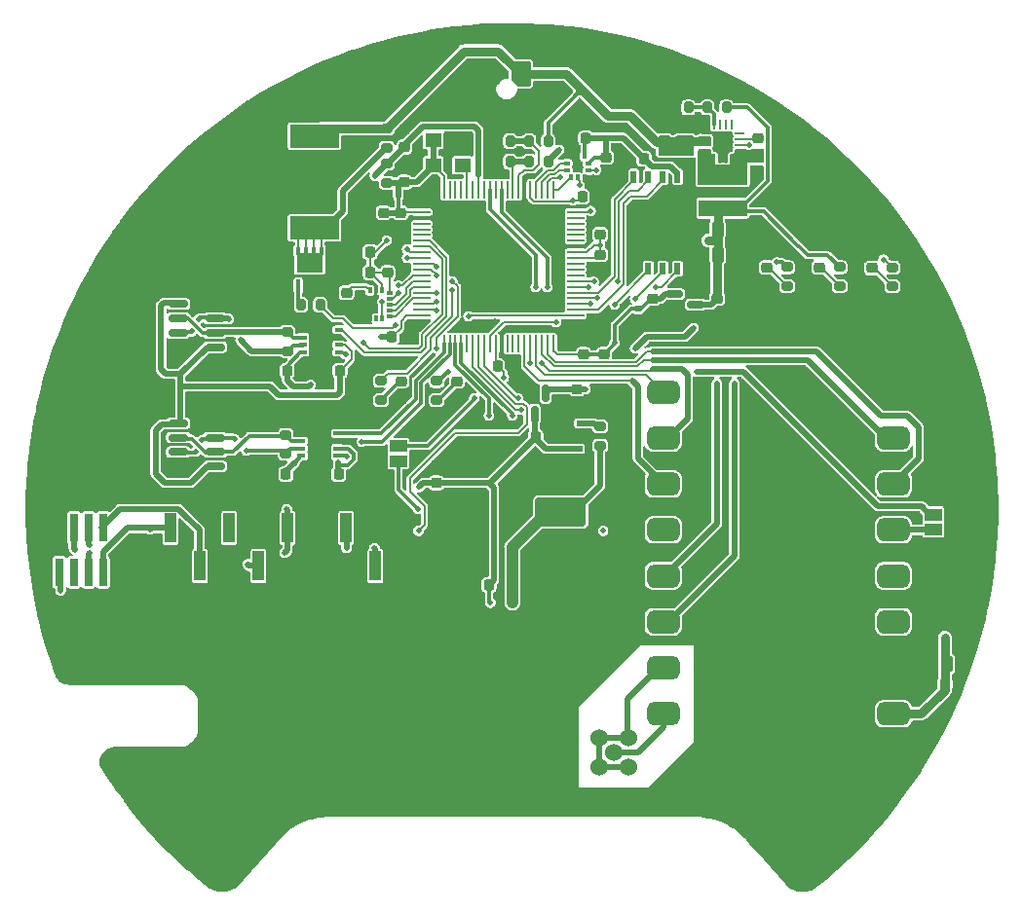
<source format=gbr>
%TF.GenerationSoftware,KiCad,Pcbnew,6.0.5-a6ca702e91~116~ubuntu20.04.1*%
%TF.CreationDate,2022-05-11T23:16:09+02:00*%
%TF.ProjectId,uHoubolt_PCB_GNSS,75486f75-626f-46c7-945f-5043425f474e,rev?*%
%TF.SameCoordinates,PX8f0d180PY5f5e100*%
%TF.FileFunction,Copper,L4,Bot*%
%TF.FilePolarity,Positive*%
%FSLAX46Y46*%
G04 Gerber Fmt 4.6, Leading zero omitted, Abs format (unit mm)*
G04 Created by KiCad (PCBNEW 6.0.5-a6ca702e91~116~ubuntu20.04.1) date 2022-05-11 23:16:09*
%MOMM*%
%LPD*%
G01*
G04 APERTURE LIST*
G04 Aperture macros list*
%AMRoundRect*
0 Rectangle with rounded corners*
0 $1 Rounding radius*
0 $2 $3 $4 $5 $6 $7 $8 $9 X,Y pos of 4 corners*
0 Add a 4 corners polygon primitive as box body*
4,1,4,$2,$3,$4,$5,$6,$7,$8,$9,$2,$3,0*
0 Add four circle primitives for the rounded corners*
1,1,$1+$1,$2,$3*
1,1,$1+$1,$4,$5*
1,1,$1+$1,$6,$7*
1,1,$1+$1,$8,$9*
0 Add four rect primitives between the rounded corners*
20,1,$1+$1,$2,$3,$4,$5,0*
20,1,$1+$1,$4,$5,$6,$7,0*
20,1,$1+$1,$6,$7,$8,$9,0*
20,1,$1+$1,$8,$9,$2,$3,0*%
%AMFreePoly0*
4,1,22,0.945671,0.830970,1.026777,0.776777,1.080970,0.695671,1.100000,0.600000,1.100000,-0.600000,1.080970,-0.695671,1.026777,-0.776777,0.945671,-0.830970,0.850000,-0.850000,-0.850000,-0.850000,-0.945671,-0.830970,-1.026777,-0.776777,-1.080970,-0.695671,-1.100000,-0.600000,-1.100000,0.200000,-1.080970,0.295671,-1.026777,0.376777,-0.626777,0.776777,-0.545671,0.830970,-0.450000,0.850000,
0.850000,0.850000,0.945671,0.830970,0.945671,0.830970,$1*%
G04 Aperture macros list end*
%TA.AperFunction,ComponentPad*%
%ADD10C,0.800000*%
%TD*%
%TA.AperFunction,ComponentPad*%
%ADD11C,6.400000*%
%TD*%
%TA.AperFunction,SMDPad,CuDef*%
%ADD12RoundRect,0.087500X0.187500X0.087500X-0.187500X0.087500X-0.187500X-0.087500X0.187500X-0.087500X0*%
%TD*%
%TA.AperFunction,SMDPad,CuDef*%
%ADD13RoundRect,0.087500X0.087500X0.187500X-0.087500X0.187500X-0.087500X-0.187500X0.087500X-0.187500X0*%
%TD*%
%TA.AperFunction,SMDPad,CuDef*%
%ADD14RoundRect,0.250000X-0.250000X-0.475000X0.250000X-0.475000X0.250000X0.475000X-0.250000X0.475000X0*%
%TD*%
%TA.AperFunction,SMDPad,CuDef*%
%ADD15RoundRect,0.225000X-0.250000X0.225000X-0.250000X-0.225000X0.250000X-0.225000X0.250000X0.225000X0*%
%TD*%
%TA.AperFunction,SMDPad,CuDef*%
%ADD16R,0.740000X2.400000*%
%TD*%
%TA.AperFunction,SMDPad,CuDef*%
%ADD17RoundRect,0.150000X-0.700000X0.150000X-0.700000X-0.150000X0.700000X-0.150000X0.700000X0.150000X0*%
%TD*%
%TA.AperFunction,SMDPad,CuDef*%
%ADD18RoundRect,0.250000X-1.150000X0.250000X-1.150000X-0.250000X1.150000X-0.250000X1.150000X0.250000X0*%
%TD*%
%TA.AperFunction,SMDPad,CuDef*%
%ADD19RoundRect,0.225000X0.225000X0.250000X-0.225000X0.250000X-0.225000X-0.250000X0.225000X-0.250000X0*%
%TD*%
%TA.AperFunction,SMDPad,CuDef*%
%ADD20RoundRect,0.218750X0.256250X-0.218750X0.256250X0.218750X-0.256250X0.218750X-0.256250X-0.218750X0*%
%TD*%
%TA.AperFunction,SMDPad,CuDef*%
%ADD21RoundRect,0.150000X0.700000X-0.150000X0.700000X0.150000X-0.700000X0.150000X-0.700000X-0.150000X0*%
%TD*%
%TA.AperFunction,SMDPad,CuDef*%
%ADD22RoundRect,0.250000X1.150000X-0.250000X1.150000X0.250000X-1.150000X0.250000X-1.150000X-0.250000X0*%
%TD*%
%TA.AperFunction,SMDPad,CuDef*%
%ADD23RoundRect,0.225000X-0.225000X-0.250000X0.225000X-0.250000X0.225000X0.250000X-0.225000X0.250000X0*%
%TD*%
%TA.AperFunction,SMDPad,CuDef*%
%ADD24R,1.400000X1.200000*%
%TD*%
%TA.AperFunction,SMDPad,CuDef*%
%ADD25RoundRect,0.150000X-0.587500X-0.150000X0.587500X-0.150000X0.587500X0.150000X-0.587500X0.150000X0*%
%TD*%
%TA.AperFunction,SMDPad,CuDef*%
%ADD26RoundRect,0.250000X1.950000X1.000000X-1.950000X1.000000X-1.950000X-1.000000X1.950000X-1.000000X0*%
%TD*%
%TA.AperFunction,SMDPad,CuDef*%
%ADD27R,0.500000X1.000000*%
%TD*%
%TA.AperFunction,SMDPad,CuDef*%
%ADD28R,4.500000X3.500000*%
%TD*%
%TA.AperFunction,SMDPad,CuDef*%
%ADD29RoundRect,0.200000X-0.275000X0.200000X-0.275000X-0.200000X0.275000X-0.200000X0.275000X0.200000X0*%
%TD*%
%TA.AperFunction,SMDPad,CuDef*%
%ADD30RoundRect,0.062500X-0.062500X0.675000X-0.062500X-0.675000X0.062500X-0.675000X0.062500X0.675000X0*%
%TD*%
%TA.AperFunction,SMDPad,CuDef*%
%ADD31RoundRect,0.062500X-0.675000X0.062500X-0.675000X-0.062500X0.675000X-0.062500X0.675000X0.062500X0*%
%TD*%
%TA.AperFunction,SMDPad,CuDef*%
%ADD32R,4.200000X2.000000*%
%TD*%
%TA.AperFunction,SMDPad,CuDef*%
%ADD33RoundRect,0.100000X-0.250000X0.150000X-0.250000X-0.150000X0.250000X-0.150000X0.250000X0.150000X0*%
%TD*%
%TA.AperFunction,SMDPad,CuDef*%
%ADD34RoundRect,0.225000X0.250000X-0.225000X0.250000X0.225000X-0.250000X0.225000X-0.250000X-0.225000X0*%
%TD*%
%TA.AperFunction,SMDPad,CuDef*%
%ADD35RoundRect,0.200000X0.200000X0.275000X-0.200000X0.275000X-0.200000X-0.275000X0.200000X-0.275000X0*%
%TD*%
%TA.AperFunction,SMDPad,CuDef*%
%ADD36R,1.500000X1.000000*%
%TD*%
%TA.AperFunction,SMDPad,CuDef*%
%ADD37RoundRect,0.062500X-0.325000X-0.062500X0.325000X-0.062500X0.325000X0.062500X-0.325000X0.062500X0*%
%TD*%
%TA.AperFunction,SMDPad,CuDef*%
%ADD38RoundRect,0.062500X-0.062500X-0.325000X0.062500X-0.325000X0.062500X0.325000X-0.062500X0.325000X0*%
%TD*%
%TA.AperFunction,SMDPad,CuDef*%
%ADD39R,1.750000X1.750000*%
%TD*%
%TA.AperFunction,ComponentPad*%
%ADD40C,0.500000*%
%TD*%
%TA.AperFunction,SMDPad,CuDef*%
%ADD41R,4.200000X1.400000*%
%TD*%
%TA.AperFunction,ComponentPad*%
%ADD42FreePoly0,90.000000*%
%TD*%
%TA.AperFunction,ComponentPad*%
%ADD43O,1.700000X2.200000*%
%TD*%
%TA.AperFunction,SMDPad,CuDef*%
%ADD44R,0.500000X0.500000*%
%TD*%
%TA.AperFunction,SMDPad,CuDef*%
%ADD45RoundRect,0.150000X0.150000X-0.587500X0.150000X0.587500X-0.150000X0.587500X-0.150000X-0.587500X0*%
%TD*%
%TA.AperFunction,SMDPad,CuDef*%
%ADD46R,1.000000X2.510000*%
%TD*%
%TA.AperFunction,SMDPad,CuDef*%
%ADD47RoundRect,0.250000X-0.475000X0.250000X-0.475000X-0.250000X0.475000X-0.250000X0.475000X0.250000X0*%
%TD*%
%TA.AperFunction,SMDPad,CuDef*%
%ADD48R,0.405000X0.990000*%
%TD*%
%TA.AperFunction,SMDPad,CuDef*%
%ADD49R,0.405000X0.760000*%
%TD*%
%TA.AperFunction,SMDPad,CuDef*%
%ADD50R,2.245000X1.725000*%
%TD*%
%TA.AperFunction,SMDPad,CuDef*%
%ADD51R,0.650000X0.350000*%
%TD*%
%TA.AperFunction,SMDPad,CuDef*%
%ADD52R,1.550000X2.400000*%
%TD*%
%TA.AperFunction,SMDPad,CuDef*%
%ADD53RoundRect,0.100000X0.175000X0.100000X-0.175000X0.100000X-0.175000X-0.100000X0.175000X-0.100000X0*%
%TD*%
%TA.AperFunction,SMDPad,CuDef*%
%ADD54RoundRect,0.100000X0.100000X0.175000X-0.100000X0.175000X-0.100000X-0.175000X0.100000X-0.175000X0*%
%TD*%
%TA.AperFunction,SMDPad,CuDef*%
%ADD55RoundRect,0.200000X0.275000X-0.200000X0.275000X0.200000X-0.275000X0.200000X-0.275000X-0.200000X0*%
%TD*%
%TA.AperFunction,SMDPad,CuDef*%
%ADD56RoundRect,0.500000X0.900000X-0.500000X0.900000X0.500000X-0.900000X0.500000X-0.900000X-0.500000X0*%
%TD*%
%TA.AperFunction,ComponentPad*%
%ADD57C,1.524000*%
%TD*%
%TA.AperFunction,SMDPad,CuDef*%
%ADD58RoundRect,0.200000X-0.200000X-0.275000X0.200000X-0.275000X0.200000X0.275000X-0.200000X0.275000X0*%
%TD*%
%TA.AperFunction,ViaPad*%
%ADD59C,0.500000*%
%TD*%
%TA.AperFunction,ViaPad*%
%ADD60C,0.800000*%
%TD*%
%TA.AperFunction,Conductor*%
%ADD61C,0.200000*%
%TD*%
%TA.AperFunction,Conductor*%
%ADD62C,0.500000*%
%TD*%
%TA.AperFunction,Conductor*%
%ADD63C,0.300000*%
%TD*%
%TA.AperFunction,Conductor*%
%ADD64C,0.800000*%
%TD*%
%TA.AperFunction,Conductor*%
%ADD65C,1.000000*%
%TD*%
G04 APERTURE END LIST*
D10*
%TO.P,H1,1,1*%
%TO.N,GND*%
X23600000Y28000000D03*
X24302944Y29697056D03*
X26000000Y30400000D03*
D11*
X26000000Y28000000D03*
D10*
X28400000Y28000000D03*
X24302944Y26302944D03*
X27697056Y29697056D03*
X27697056Y26302944D03*
X26000000Y25600000D03*
%TD*%
%TO.P,H2,1,1*%
%TO.N,GND*%
X-24302944Y29697056D03*
X-23600000Y28000000D03*
X-26000000Y25600000D03*
X-28400000Y28000000D03*
X-27697056Y29697056D03*
D11*
X-26000000Y28000000D03*
D10*
X-26000000Y30400000D03*
X-27697056Y26302944D03*
X-24302944Y26302944D03*
%TD*%
%TO.P,H3,1,1*%
%TO.N,GND*%
X-27697056Y-26302944D03*
X-26000000Y-25600000D03*
X-27697056Y-29697056D03*
X-24302944Y-29697056D03*
X-28400000Y-28000000D03*
X-24302944Y-26302944D03*
X-26000000Y-30400000D03*
X-23600000Y-28000000D03*
D11*
X-26000000Y-28000000D03*
%TD*%
D10*
%TO.P,H4,1,1*%
%TO.N,GND*%
X27697056Y-26302944D03*
D11*
X26000000Y-28000000D03*
D10*
X27697056Y-29697056D03*
X23600000Y-28000000D03*
X24302944Y-29697056D03*
X26000000Y-25600000D03*
X28400000Y-28000000D03*
X26000000Y-30400000D03*
X24302944Y-26302944D03*
%TD*%
D12*
%TO.P,U9,1,VDDIO*%
%TO.N,+3V3*%
X-10637000Y18780000D03*
%TO.P,U9,2,SCL/SPC*%
%TO.N,/IMU_SPI3_SCK*%
X-10637000Y18280000D03*
%TO.P,U9,3,SDA/SDI*%
%TO.N,/IMU_SPI3_MOSI*%
X-10637000Y17780000D03*
%TO.P,U9,4,SAO/SD0*%
%TO.N,/IMU_SPI3_MISO*%
X-10637000Y17280000D03*
%TO.P,U9,5,~{CS}*%
%TO.N,/IMU_NSS*%
X-10637000Y16780000D03*
D13*
%TO.P,U9,6,INT*%
%TO.N,/IMU_INT*%
X-11362000Y16555000D03*
%TO.P,U9,7,RESV*%
%TO.N,unconnected-(U9-Pad7)*%
X-11862000Y16555000D03*
%TO.P,U9,8,FSYNC*%
%TO.N,GND*%
X-12362000Y16555000D03*
D12*
%TO.P,U9,9,GND*%
X-13087000Y16780000D03*
%TO.P,U9,10,GND*%
X-13087000Y17280000D03*
%TO.P,U9,11,GND*%
X-13087000Y17780000D03*
%TO.P,U9,12,GND*%
X-13087000Y18280000D03*
%TO.P,U9,13,GND*%
X-13087000Y18780000D03*
D13*
%TO.P,U9,14,REGOUT*%
%TO.N,Net-(C32-Pad1)*%
X-12362000Y19005000D03*
%TO.P,U9,15,GND*%
%TO.N,GND*%
X-11862000Y19005000D03*
%TO.P,U9,16,VDD*%
%TO.N,+3V3*%
X-11362000Y19005000D03*
%TD*%
D14*
%TO.P,C29,1*%
%TO.N,GND*%
X35880000Y-13462000D03*
%TO.P,C29,2*%
%TO.N,+5V*%
X37780000Y-13462000D03*
%TD*%
D15*
%TO.P,C12,1*%
%TO.N,+5V*%
X5588000Y10427000D03*
%TO.P,C12,2*%
%TO.N,GND*%
X5588000Y8877000D03*
%TD*%
D16*
%TO.P,J3,1,Pin_1*%
%TO.N,GND*%
X-39370000Y-1606000D03*
%TO.P,J3,2,Pin_2*%
%TO.N,+3V3*%
X-39370000Y-5506000D03*
%TO.P,J3,3,Pin_3*%
%TO.N,/NRST*%
X-38100000Y-1606000D03*
%TO.P,J3,4,Pin_4*%
%TO.N,unconnected-(J3-Pad4)*%
X-38100000Y-5506000D03*
%TO.P,J3,5,Pin_5*%
%TO.N,/SWCLK*%
X-36830000Y-1606000D03*
%TO.P,J3,6,Pin_6*%
%TO.N,/SWDIO*%
X-36830000Y-5506000D03*
%TO.P,J3,7,Pin_7*%
%TO.N,/UART_TX*%
X-35560000Y-1606000D03*
%TO.P,J3,8,Pin_8*%
%TO.N,/UART_RX*%
X-35560000Y-5506000D03*
%TD*%
D15*
%TO.P,C2,1*%
%TO.N,GND*%
X7620000Y25426000D03*
%TO.P,C2,2*%
%TO.N,+3V3*%
X7620000Y23876000D03*
%TD*%
D17*
%TO.P,J6,1,Pin_1*%
%TO.N,+5V*%
X-29038000Y7463000D03*
%TO.P,J6,2,Pin_2*%
%TO.N,/CAN1_H*%
X-29038000Y6213000D03*
%TO.P,J6,3,Pin_3*%
%TO.N,/CAN1_L*%
X-29038000Y4963000D03*
%TO.P,J6,4,Pin_4*%
%TO.N,GND*%
X-29038000Y3713000D03*
D18*
%TO.P,J6,MP,MountPin*%
X-32388000Y1863000D03*
X-32388000Y9313000D03*
%TD*%
D19*
%TO.P,C7,1*%
%TO.N,GND*%
X267000Y12446000D03*
%TO.P,C7,2*%
%TO.N,+3V3*%
X-1283000Y12446000D03*
%TD*%
D20*
%TO.P,D5,1,K*%
%TO.N,GND*%
X22098000Y19424250D03*
%TO.P,D5,2,A*%
%TO.N,Net-(D5-Pad2)*%
X22098000Y20999250D03*
%TD*%
D21*
%TO.P,J7,1,Pin_1*%
%TO.N,+5V*%
X-25826000Y14083283D03*
%TO.P,J7,2,Pin_2*%
%TO.N,/CAN2_H*%
X-25826000Y15333283D03*
%TO.P,J7,3,Pin_3*%
%TO.N,/CAN2_L*%
X-25826000Y16583283D03*
%TO.P,J7,4,Pin_4*%
%TO.N,GND*%
X-25826000Y17833283D03*
D22*
%TO.P,J7,MP,MountPin*%
X-22476000Y19683283D03*
X-22476000Y12233283D03*
%TD*%
D23*
%TO.P,C27,1*%
%TO.N,GND*%
X-13907000Y22339000D03*
%TO.P,C27,2*%
%TO.N,+3V3*%
X-12357000Y22339000D03*
%TD*%
D15*
%TO.P,C3,1*%
%TO.N,GND*%
X7950000Y14999000D03*
%TO.P,C3,2*%
%TO.N,+3V3*%
X7950000Y13449000D03*
%TD*%
D24*
%TO.P,X1,1,EN*%
%TO.N,+3V3*%
X-6858000Y32088000D03*
%TO.P,X1,2,GND*%
%TO.N,GND*%
X-4318000Y32088000D03*
%TO.P,X1,3,OUT*%
%TO.N,/HSE_CLK*%
X-4318000Y29888000D03*
%TO.P,X1,4,Vdd*%
%TO.N,+3V3*%
X-6858000Y29888000D03*
%TD*%
D25*
%TO.P,U8,1,GND*%
%TO.N,GND*%
X14048500Y16830000D03*
%TO.P,U8,2,VO*%
%TO.N,+3V3*%
X14048500Y18730000D03*
%TO.P,U8,3,VI*%
%TO.N,+5V*%
X15923500Y17780000D03*
%TD*%
D26*
%TO.P,SuperCap1,1*%
%TO.N,Net-(R9-Pad2)*%
X4200000Y-254000D03*
%TO.P,SuperCap1,2*%
%TO.N,GND*%
X-4200000Y-254000D03*
%TD*%
D27*
%TO.P,U3,1,~{CS}*%
%TO.N,/QSPI1_BK1_NCS*%
X14351000Y20892000D03*
%TO.P,U3,2,DO(IO1)*%
%TO.N,/QSPI1_BK1_IO1*%
X13081000Y20892000D03*
%TO.P,U3,3,~{WP}(IO2)*%
%TO.N,/QSPI1_BK1_IO2*%
X11811000Y20892000D03*
%TO.P,U3,4,GND*%
%TO.N,GND*%
X10541000Y20892000D03*
%TO.P,U3,5,DI(IO0)*%
%TO.N,/QSPI1_BK1_IO0*%
X10541000Y28892000D03*
%TO.P,U3,6,CLK*%
%TO.N,/QSPI1_CLK*%
X11811000Y28892000D03*
%TO.P,U3,7,~{RESET}(IO3)*%
%TO.N,/QSPI1_BK1_IO3*%
X13081000Y28892000D03*
%TO.P,U3,8,VCC*%
%TO.N,+3V3*%
X14351000Y28892000D03*
D28*
%TO.P,U3,9,PAD*%
%TO.N,GND*%
X12446000Y24892000D03*
%TD*%
D29*
%TO.P,R9,1*%
%TO.N,Net-(D2-Pad1)*%
X7620000Y7175000D03*
%TO.P,R9,2*%
%TO.N,Net-(R9-Pad2)*%
X7620000Y5525000D03*
%TD*%
D19*
%TO.P,C9,1*%
%TO.N,GND*%
X-8890000Y14986000D03*
%TO.P,C9,2*%
%TO.N,+3V3*%
X-10440000Y14986000D03*
%TD*%
D29*
%TO.P,R11,1*%
%TO.N,/CAN2_H*%
X-19558000Y15395000D03*
%TO.P,R11,2*%
%TO.N,/CAN2_L*%
X-19558000Y13745000D03*
%TD*%
D19*
%TO.P,C11,1*%
%TO.N,GND*%
X7633000Y27178000D03*
%TO.P,C11,2*%
%TO.N,+3V3*%
X6083000Y27178000D03*
%TD*%
D30*
%TO.P,U2,1,VBAT*%
%TO.N,+3V3*%
X-5944000Y27769500D03*
%TO.P,U2,2,PC13*%
%TO.N,unconnected-(U2-Pad2)*%
X-5444000Y27769500D03*
%TO.P,U2,3,PC14-OSC32_IN*%
%TO.N,unconnected-(U2-Pad3)*%
X-4944000Y27769500D03*
%TO.P,U2,4,PC15-OSC32_OUT*%
%TO.N,unconnected-(U2-Pad4)*%
X-4444000Y27769500D03*
%TO.P,U2,5,PF0-OSC_IN*%
%TO.N,/HSE_CLK*%
X-3944000Y27769500D03*
%TO.P,U2,6,PF1-OSC_OUT*%
%TO.N,unconnected-(U2-Pad6)*%
X-3444000Y27769500D03*
%TO.P,U2,7,PG10-NRST*%
%TO.N,/NRST*%
X-2944000Y27769500D03*
%TO.P,U2,8,PC0*%
%TO.N,unconnected-(U2-Pad8)*%
X-2444000Y27769500D03*
%TO.P,U2,9,PC1*%
%TO.N,/LoRa_DIO1*%
X-1944000Y27769500D03*
%TO.P,U2,10,PC2*%
%TO.N,unconnected-(U2-Pad10)*%
X-1444000Y27769500D03*
%TO.P,U2,11,PC3*%
%TO.N,/LoRa_DIO3*%
X-944000Y27769500D03*
%TO.P,U2,12,PA0*%
%TO.N,unconnected-(U2-Pad12)*%
X-444000Y27769500D03*
%TO.P,U2,13,PA1*%
%TO.N,/5V_SENSE*%
X56000Y27769500D03*
%TO.P,U2,14,PA2*%
%TO.N,/12V_SENSE*%
X556000Y27769500D03*
%TO.P,U2,15,VSS*%
%TO.N,GND*%
X1056000Y27769500D03*
%TO.P,U2,16,VDD*%
%TO.N,+3V3*%
X1556000Y27769500D03*
%TO.P,U2,17,PA3*%
%TO.N,/BARO_INT*%
X2056000Y27769500D03*
%TO.P,U2,18,PA4*%
%TO.N,/BARO_SPI1_NSS*%
X2556000Y27769500D03*
%TO.P,U2,19,PA5*%
%TO.N,/BARO_SPI1_SCK*%
X3056000Y27769500D03*
%TO.P,U2,20,PA6*%
%TO.N,/BARO_SPI1_MISO*%
X3556000Y27769500D03*
D31*
%TO.P,U2,21,PA7*%
%TO.N,/BARO_SPI1_MOSI*%
X5493500Y25832000D03*
%TO.P,U2,22,PC4*%
%TO.N,unconnected-(U2-Pad22)*%
X5493500Y25332000D03*
%TO.P,U2,23,PC5*%
%TO.N,unconnected-(U2-Pad23)*%
X5493500Y24832000D03*
%TO.P,U2,24,PB0*%
%TO.N,unconnected-(U2-Pad24)*%
X5493500Y24332000D03*
%TO.P,U2,25,PB1*%
%TO.N,unconnected-(U2-Pad25)*%
X5493500Y23832000D03*
%TO.P,U2,26,PB2*%
%TO.N,unconnected-(U2-Pad26)*%
X5493500Y23332000D03*
%TO.P,U2,27,VSSA*%
%TO.N,GND*%
X5493500Y22832000D03*
%TO.P,U2,28,VREF+*%
%TO.N,+3V3*%
X5493500Y22332000D03*
%TO.P,U2,29,VDDA*%
X5493500Y21832000D03*
%TO.P,U2,30,PE7*%
%TO.N,unconnected-(U2-Pad30)*%
X5493500Y21332000D03*
%TO.P,U2,31,PE8*%
%TO.N,unconnected-(U2-Pad31)*%
X5493500Y20832000D03*
%TO.P,U2,32,PE9*%
%TO.N,unconnected-(U2-Pad32)*%
X5493500Y20332000D03*
%TO.P,U2,33,PE10*%
%TO.N,/QSPI1_CLK*%
X5493500Y19832000D03*
%TO.P,U2,34,PE11*%
%TO.N,/QSPI1_BK1_NCS*%
X5493500Y19332000D03*
%TO.P,U2,35,PE12*%
%TO.N,/QSPI1_BK1_IO0*%
X5493500Y18832000D03*
%TO.P,U2,36,PE13*%
%TO.N,/QSPI1_BK1_IO1*%
X5493500Y18332000D03*
%TO.P,U2,37,PE14*%
%TO.N,/QSPI1_BK1_IO2*%
X5493500Y17832000D03*
%TO.P,U2,38,PE15*%
%TO.N,/QSPI1_BK1_IO3*%
X5493500Y17332000D03*
%TO.P,U2,39,PB10*%
%TO.N,/Speaker*%
X5493500Y16832000D03*
%TO.P,U2,40,VSS*%
%TO.N,GND*%
X5493500Y16332000D03*
D30*
%TO.P,U2,41,VDD*%
%TO.N,+3V3*%
X3556000Y14394500D03*
%TO.P,U2,42,PB11*%
%TO.N,/LoRa_BUSY*%
X3056000Y14394500D03*
%TO.P,U2,43,PB12*%
%TO.N,/LoRa_SPI2_NSS*%
X2556000Y14394500D03*
%TO.P,U2,44,PB13*%
%TO.N,/LoRa_SPI2_SCK*%
X2056000Y14394500D03*
%TO.P,U2,45,PB14*%
%TO.N,/LoRa_SPI2_MISO*%
X1556000Y14394500D03*
%TO.P,U2,46,PB15*%
%TO.N,/LoRa_SPI2_MOSI*%
X1056000Y14394500D03*
%TO.P,U2,47,PD8*%
%TO.N,unconnected-(U2-Pad47)*%
X556000Y14394500D03*
%TO.P,U2,48,PD9*%
%TO.N,unconnected-(U2-Pad48)*%
X56000Y14394500D03*
%TO.P,U2,49,PD10*%
%TO.N,unconnected-(U2-Pad49)*%
X-444000Y14394500D03*
%TO.P,U2,50,VSS*%
%TO.N,GND*%
X-944000Y14394500D03*
%TO.P,U2,51,VDD*%
%TO.N,+3V3*%
X-1444000Y14394500D03*
%TO.P,U2,52,PC6*%
%TO.N,/LoRa_NRST*%
X-1944000Y14394500D03*
%TO.P,U2,53,PC7*%
%TO.N,/GNSS_NRST*%
X-2444000Y14394500D03*
%TO.P,U2,54,PC8*%
%TO.N,/GNSS_INT*%
X-2944000Y14394500D03*
%TO.P,U2,55,PC9*%
%TO.N,/GNSS_TIMEPULSE*%
X-3444000Y14394500D03*
%TO.P,U2,56,PA8*%
%TO.N,unconnected-(U2-Pad56)*%
X-3944000Y14394500D03*
%TO.P,U2,57,PA9*%
%TO.N,/GNSS_UART1_TX*%
X-4444000Y14394500D03*
%TO.P,U2,58,PA10*%
%TO.N,/GNSS_UART1_RX*%
X-4944000Y14394500D03*
%TO.P,U2,59,PA11*%
%TO.N,/CAN1_RX*%
X-5444000Y14394500D03*
%TO.P,U2,60,PA12*%
%TO.N,/CAN1_TX*%
X-5944000Y14394500D03*
D31*
%TO.P,U2,61,VSS*%
%TO.N,GND*%
X-7881500Y16332000D03*
%TO.P,U2,62,VDD*%
%TO.N,+3V3*%
X-7881500Y16832000D03*
%TO.P,U2,63,PA13*%
%TO.N,/SWDIO*%
X-7881500Y17332000D03*
%TO.P,U2,64,PA14*%
%TO.N,/SWCLK*%
X-7881500Y17832000D03*
%TO.P,U2,65,PA15*%
%TO.N,/IMU_NSS*%
X-7881500Y18332000D03*
%TO.P,U2,66,PC10*%
%TO.N,/IMU_SPI3_SCK*%
X-7881500Y18832000D03*
%TO.P,U2,67,PC11*%
%TO.N,/IMU_SPI3_MISO*%
X-7881500Y19332000D03*
%TO.P,U2,68,PC12*%
%TO.N,/IMU_SPI3_MOSI*%
X-7881500Y19832000D03*
%TO.P,U2,69,PD0*%
%TO.N,/IMU_INT*%
X-7881500Y20332000D03*
%TO.P,U2,70,PD1*%
%TO.N,/LED2*%
X-7881500Y20832000D03*
%TO.P,U2,71,PD2*%
%TO.N,/LED1*%
X-7881500Y21332000D03*
%TO.P,U2,72,PB3*%
%TO.N,/UART_TX*%
X-7881500Y21832000D03*
%TO.P,U2,73,PB4*%
%TO.N,/UART_RX*%
X-7881500Y22332000D03*
%TO.P,U2,74,PB5*%
%TO.N,/CAN2_RX*%
X-7881500Y22832000D03*
%TO.P,U2,75,PB6*%
%TO.N,/CAN2_TX*%
X-7881500Y23332000D03*
%TO.P,U2,76,PB7*%
%TO.N,unconnected-(U2-Pad76)*%
X-7881500Y23832000D03*
%TO.P,U2,77,PB8-BOOT0*%
%TO.N,unconnected-(U2-Pad77)*%
X-7881500Y24332000D03*
%TO.P,U2,78,PB9*%
%TO.N,unconnected-(U2-Pad78)*%
X-7881500Y24832000D03*
%TO.P,U2,79,VSS*%
%TO.N,GND*%
X-7881500Y25332000D03*
%TO.P,U2,80,VDD*%
%TO.N,+3V3*%
X-7881500Y25832000D03*
%TD*%
D15*
%TO.P,C34,1*%
%TO.N,+3V3*%
X8140000Y30585000D03*
%TO.P,C34,2*%
%TO.N,GND*%
X8140000Y29035000D03*
%TD*%
D17*
%TO.P,J5,1,Pin_1*%
%TO.N,+5V*%
X-29038000Y17833283D03*
%TO.P,J5,2,Pin_2*%
%TO.N,/CAN2_H*%
X-29038000Y16583283D03*
%TO.P,J5,3,Pin_3*%
%TO.N,/CAN2_L*%
X-29038000Y15333283D03*
%TO.P,J5,4,Pin_4*%
%TO.N,GND*%
X-29038000Y14083283D03*
D18*
%TO.P,J5,MP,MountPin*%
X-32388000Y19683283D03*
X-32388000Y12233283D03*
%TD*%
D29*
%TO.P,R5,1*%
%TO.N,+12V*%
X-10922000Y33083000D03*
%TO.P,R5,2*%
%TO.N,Net-(LS1-Pad2)*%
X-10922000Y31433000D03*
%TD*%
D14*
%TO.P,C24,1*%
%TO.N,+5V*%
X17846000Y22098000D03*
%TO.P,C24,2*%
%TO.N,GND*%
X19746000Y22098000D03*
%TD*%
D32*
%TO.P,LS1,1,1*%
%TO.N,+12V*%
X-17200000Y32448000D03*
%TO.P,LS1,2,2*%
%TO.N,Net-(LS1-Pad2)*%
X-17200000Y24448000D03*
%TD*%
D20*
%TO.P,D1,1,K*%
%TO.N,GND*%
X31242000Y19398750D03*
%TO.P,D1,2,A*%
%TO.N,Net-(D1-Pad2)*%
X31242000Y20973750D03*
%TD*%
D29*
%TO.P,R17,1*%
%TO.N,+3V3*%
X23876000Y21036750D03*
%TO.P,R17,2*%
%TO.N,Net-(D5-Pad2)*%
X23876000Y19386750D03*
%TD*%
D33*
%TO.P,D4,1,K*%
%TO.N,+3V3*%
X10922000Y17418000D03*
%TO.P,D4,2,A*%
%TO.N,GND*%
X10922000Y16618000D03*
%TD*%
D23*
%TO.P,C28,1*%
%TO.N,GND*%
X-13894000Y20574000D03*
%TO.P,C28,2*%
%TO.N,+3V3*%
X-12344000Y20574000D03*
%TD*%
D19*
%TO.P,C13,1*%
%TO.N,GND*%
X-18141500Y3048000D03*
%TO.P,C13,2*%
%TO.N,+3V3*%
X-19691500Y3048000D03*
%TD*%
D29*
%TO.P,R10,1*%
%TO.N,/CAN1_H*%
X-19678500Y6450569D03*
%TO.P,R10,2*%
%TO.N,/CAN1_L*%
X-19678500Y4800569D03*
%TD*%
D15*
%TO.P,C19,1*%
%TO.N,GND*%
X13208000Y33487000D03*
%TO.P,C19,2*%
%TO.N,+12V*%
X13208000Y31937000D03*
%TD*%
D19*
%TO.P,C14,1*%
%TO.N,GND*%
X-18021000Y12030000D03*
%TO.P,C14,2*%
%TO.N,+3V3*%
X-19571000Y12030000D03*
%TD*%
D34*
%TO.P,C1,1*%
%TO.N,+3V3*%
X-9398000Y28435000D03*
%TO.P,C1,2*%
%TO.N,GND*%
X-9398000Y29985000D03*
%TD*%
D15*
%TO.P,C22,1*%
%TO.N,Net-(C22-Pad1)*%
X21336000Y32217000D03*
%TO.P,C22,2*%
%TO.N,Net-(C22-Pad2)*%
X21336000Y30667000D03*
%TD*%
D23*
%TO.P,C30,1*%
%TO.N,GND*%
X36055000Y-15240000D03*
%TO.P,C30,2*%
%TO.N,+5V*%
X37605000Y-15240000D03*
%TD*%
D35*
%TO.P,R7,1*%
%TO.N,+12V*%
X3111000Y32004000D03*
%TO.P,R7,2*%
%TO.N,/12V_SENSE*%
X1461000Y32004000D03*
%TD*%
D36*
%TO.P,JP1,1,A*%
%TO.N,/GNSS_NRST*%
X-9906000Y5476000D03*
%TO.P,JP1,2,B*%
%TO.N,Net-(JP1-Pad2)*%
X-9906000Y4176000D03*
%TD*%
D34*
%TO.P,C5,1*%
%TO.N,GND*%
X-9700000Y24225000D03*
%TO.P,C5,2*%
%TO.N,+3V3*%
X-9700000Y25775000D03*
%TD*%
D37*
%TO.P,U7,1,VSW*%
%TO.N,Net-(C22-Pad2)*%
X16825500Y31192500D03*
%TO.P,U7,2,VCC*%
%TO.N,+12V*%
X16825500Y31692500D03*
%TO.P,U7,3,VCC*%
X16825500Y32192500D03*
%TO.P,U7,4,GND*%
%TO.N,GND*%
X16825500Y32692500D03*
D38*
%TO.P,U7,5,FB*%
%TO.N,Net-(R12-Pad2)*%
X17538000Y33405000D03*
%TO.P,U7,6,NC*%
%TO.N,unconnected-(U7-Pad6)*%
X18038000Y33405000D03*
%TO.P,U7,7,NC*%
%TO.N,unconnected-(U7-Pad7)*%
X18538000Y33405000D03*
%TO.P,U7,8,PG*%
%TO.N,unconnected-(U7-Pad8)*%
X19038000Y33405000D03*
D37*
%TO.P,U7,9,EN/SYNC*%
%TO.N,unconnected-(U7-Pad9)*%
X19750500Y32692500D03*
%TO.P,U7,10,BST*%
%TO.N,Net-(C22-Pad1)*%
X19750500Y32192500D03*
%TO.P,U7,11,VCC*%
%TO.N,+12V*%
X19750500Y31692500D03*
%TO.P,U7,12,VSW*%
%TO.N,Net-(C22-Pad2)*%
X19750500Y31192500D03*
D38*
%TO.P,U7,13,VSW*%
X19038000Y30480000D03*
%TO.P,U7,14,PGND*%
%TO.N,GND*%
X18538000Y30480000D03*
%TO.P,U7,15,PGND*%
X18038000Y30480000D03*
%TO.P,U7,16,VSW*%
%TO.N,Net-(C22-Pad2)*%
X17538000Y30480000D03*
D39*
%TO.P,U7,17,PAD*%
%TO.N,GND*%
X18288000Y31942500D03*
D40*
X18913000Y32567500D03*
X17663000Y32567500D03*
X17663000Y31317500D03*
X18913000Y31317500D03*
%TD*%
D35*
%TO.P,R12,1*%
%TO.N,+5V*%
X18605000Y34922500D03*
%TO.P,R12,2*%
%TO.N,Net-(R12-Pad2)*%
X16955000Y34922500D03*
%TD*%
D41*
%TO.P,L1,1*%
%TO.N,Net-(C22-Pad2)*%
X18288000Y28962000D03*
%TO.P,L1,2*%
%TO.N,+5V*%
X18288000Y26162000D03*
%TD*%
D42*
%TO.P,J1,1,Pin_1*%
%TO.N,+12V*%
X762000Y37846000D03*
D43*
%TO.P,J1,2,Pin_2*%
%TO.N,GND*%
X-1738000Y37846000D03*
%TD*%
D21*
%TO.P,J4,1,Pin_1*%
%TO.N,+5V*%
X-25826000Y3713000D03*
%TO.P,J4,2,Pin_2*%
%TO.N,/CAN1_H*%
X-25826000Y4963000D03*
%TO.P,J4,3,Pin_3*%
%TO.N,/CAN1_L*%
X-25826000Y6213000D03*
%TO.P,J4,4,Pin_4*%
%TO.N,GND*%
X-25826000Y7463000D03*
D22*
%TO.P,J4,MP,MountPin*%
X-22476000Y1863000D03*
X-22476000Y9313000D03*
%TD*%
D23*
%TO.P,C21,1*%
%TO.N,GND*%
X-3569000Y-6604000D03*
%TO.P,C21,2*%
%TO.N,Net-(C15-Pad2)*%
X-2019000Y-6604000D03*
%TD*%
D36*
%TO.P,JP2,1,A*%
%TO.N,/LoRa_NRST*%
X36576000Y-478000D03*
%TO.P,JP2,2,B*%
%TO.N,Net-(JP2-Pad2)*%
X36576000Y-1778000D03*
%TD*%
D20*
%TO.P,LED2,1,K*%
%TO.N,GND*%
X-9652000Y9528365D03*
%TO.P,LED2,2,A*%
%TO.N,Net-(LED2-Pad2)*%
X-9652000Y11103365D03*
%TD*%
D29*
%TO.P,R2,1*%
%TO.N,/LED1*%
X-6559750Y11134115D03*
%TO.P,R2,2*%
%TO.N,Net-(LED1-Pad2)*%
X-6559750Y9484115D03*
%TD*%
D15*
%TO.P,C26,1*%
%TO.N,+3V3*%
X12192000Y18301000D03*
%TO.P,C26,2*%
%TO.N,GND*%
X12192000Y16751000D03*
%TD*%
D19*
%TO.P,C17,1*%
%TO.N,+5V*%
X-14973000Y12030000D03*
%TO.P,C17,2*%
%TO.N,GND*%
X-16523000Y12030000D03*
%TD*%
D34*
%TO.P,C4,1*%
%TO.N,GND*%
X7620000Y20574000D03*
%TO.P,C4,2*%
%TO.N,+3V3*%
X7620000Y22124000D03*
%TD*%
D19*
%TO.P,C16,1*%
%TO.N,+5V*%
X-15093500Y3048000D03*
%TO.P,C16,2*%
%TO.N,GND*%
X-16643500Y3048000D03*
%TD*%
D20*
%TO.P,D3,1,K*%
%TO.N,GND*%
X26670000Y19424250D03*
%TO.P,D3,2,A*%
%TO.N,Net-(D3-Pad2)*%
X26670000Y20999250D03*
%TD*%
D19*
%TO.P,C15,1*%
%TO.N,GND*%
X3590500Y6293500D03*
%TO.P,C15,2*%
%TO.N,Net-(C15-Pad2)*%
X2040500Y6293500D03*
%TD*%
D44*
%TO.P,D2,1,K*%
%TO.N,Net-(D2-Pad1)*%
X5842000Y7450000D03*
%TO.P,D2,2,A*%
%TO.N,Net-(C15-Pad2)*%
X5842000Y5250000D03*
%TD*%
D29*
%TO.P,R3,1*%
%TO.N,/LED2*%
X-11430000Y11140865D03*
%TO.P,R3,2*%
%TO.N,Net-(LED2-Pad2)*%
X-11430000Y9490865D03*
%TD*%
%TO.P,R6,1*%
%TO.N,+12V*%
X33020000Y21011250D03*
%TO.P,R6,2*%
%TO.N,Net-(D1-Pad2)*%
X33020000Y19361250D03*
%TD*%
D15*
%TO.P,C25,1*%
%TO.N,+5V*%
X17780000Y18301000D03*
%TO.P,C25,2*%
%TO.N,GND*%
X17780000Y16751000D03*
%TD*%
D45*
%TO.P,U4,1,GND*%
%TO.N,GND*%
X3831500Y8228500D03*
%TO.P,U4,2,VO*%
%TO.N,Net-(C15-Pad2)*%
X1931500Y8228500D03*
%TO.P,U4,3,VI*%
%TO.N,+5V*%
X2881500Y10103500D03*
%TD*%
D14*
%TO.P,C23,1*%
%TO.N,+5V*%
X17846000Y24308500D03*
%TO.P,C23,2*%
%TO.N,GND*%
X19746000Y24308500D03*
%TD*%
D46*
%TO.P,J2,1,Pin_1*%
%TO.N,+3V3*%
X-11910000Y-4957000D03*
%TO.P,J2,2,Pin_2*%
%TO.N,/SWCLK*%
X-14450000Y-1647000D03*
%TO.P,J2,3,Pin_3*%
%TO.N,GND*%
X-16990000Y-4957000D03*
%TO.P,J2,4,Pin_4*%
%TO.N,/SWDIO*%
X-19530000Y-1647000D03*
%TO.P,J2,5,Pin_5*%
%TO.N,/NRST*%
X-22070000Y-4957000D03*
%TO.P,J2,6,Pin_6*%
%TO.N,unconnected-(J2-Pad6)*%
X-24610000Y-1647000D03*
%TO.P,J2,7,Pin_7*%
%TO.N,/UART_TX*%
X-27150000Y-4957000D03*
%TO.P,J2,8,Pin_8*%
%TO.N,/UART_RX*%
X-29690000Y-1647000D03*
%TD*%
D34*
%TO.P,C31,1*%
%TO.N,+3V3*%
X-10833000Y20561000D03*
%TO.P,C31,2*%
%TO.N,GND*%
X-10833000Y22111000D03*
%TD*%
D47*
%TO.P,C18,1*%
%TO.N,GND*%
X14986000Y33408000D03*
%TO.P,C18,2*%
%TO.N,+12V*%
X14986000Y31508000D03*
%TD*%
D48*
%TO.P,Q1,1,G*%
%TO.N,Net-(Q1-Pad1)*%
X-18592000Y19444000D03*
D49*
%TO.P,Q1,2,D*%
%TO.N,Net-(LS1-Pad2)*%
X-17932000Y22429000D03*
X-16612000Y22429000D03*
X-17272000Y22429000D03*
D50*
X-17602000Y21436500D03*
D49*
X-18592000Y22429000D03*
D48*
%TO.P,Q1,3,S*%
%TO.N,GND*%
X-16612000Y19444000D03*
X-17272000Y19444000D03*
X-17932000Y19444000D03*
%TD*%
D51*
%TO.P,U6,1,TXD*%
%TO.N,/CAN2_TX*%
X-15087000Y15580000D03*
%TO.P,U6,2,VSS*%
%TO.N,GND*%
X-15087000Y14930000D03*
%TO.P,U6,3,VDD*%
%TO.N,+5V*%
X-15087000Y14280000D03*
%TO.P,U6,4,RXD*%
%TO.N,/CAN2_RX*%
X-15087000Y13630000D03*
%TO.P,U6,5,Vio*%
%TO.N,+3V3*%
X-18187000Y13630000D03*
%TO.P,U6,6,CANL*%
%TO.N,/CAN2_L*%
X-18187000Y14280000D03*
%TO.P,U6,7,CANH*%
%TO.N,/CAN2_H*%
X-18187000Y14930000D03*
%TO.P,U6,8,STBY*%
%TO.N,GND*%
X-18187000Y15580000D03*
D52*
%TO.P,U6,9,PAD*%
X-16637000Y14605000D03*
%TD*%
D15*
%TO.P,C20,1*%
%TO.N,GND*%
X-6604000Y3823000D03*
%TO.P,C20,2*%
%TO.N,Net-(C15-Pad2)*%
X-6604000Y2273000D03*
%TD*%
D23*
%TO.P,C33,1*%
%TO.N,GND*%
X4825000Y32284000D03*
%TO.P,C33,2*%
%TO.N,+3V3*%
X6375000Y32284000D03*
%TD*%
D35*
%TO.P,R4,1*%
%TO.N,/Speaker*%
X-16701000Y17780000D03*
%TO.P,R4,2*%
%TO.N,Net-(Q1-Pad1)*%
X-18351000Y17780000D03*
%TD*%
D15*
%TO.P,C32,1*%
%TO.N,Net-(C32-Pad1)*%
X-14416191Y18809000D03*
%TO.P,C32,2*%
%TO.N,GND*%
X-14416191Y17259000D03*
%TD*%
D51*
%TO.P,U5,1,TXD*%
%TO.N,/CAN1_TX*%
X-15214000Y6563000D03*
%TO.P,U5,2,VSS*%
%TO.N,GND*%
X-15214000Y5913000D03*
%TO.P,U5,3,VDD*%
%TO.N,+5V*%
X-15214000Y5263000D03*
%TO.P,U5,4,RXD*%
%TO.N,/CAN1_RX*%
X-15214000Y4613000D03*
%TO.P,U5,5,Vio*%
%TO.N,+3V3*%
X-18314000Y4613000D03*
%TO.P,U5,6,CANL*%
%TO.N,/CAN1_L*%
X-18314000Y5263000D03*
%TO.P,U5,7,CANH*%
%TO.N,/CAN1_H*%
X-18314000Y5913000D03*
%TO.P,U5,8,STBY*%
%TO.N,GND*%
X-18314000Y6563000D03*
D52*
%TO.P,U5,9,PAD*%
X-16764000Y5588000D03*
%TD*%
D29*
%TO.P,R14,1*%
%TO.N,+5V*%
X28448000Y21036750D03*
%TO.P,R14,2*%
%TO.N,Net-(D3-Pad2)*%
X28448000Y19386750D03*
%TD*%
D53*
%TO.P,U11,1,VDDio*%
%TO.N,+3V3*%
X6604000Y30064000D03*
%TO.P,U11,2,SCL/SCLK*%
%TO.N,/BARO_SPI1_SCK*%
X6604000Y29464000D03*
D54*
%TO.P,U11,3,GND*%
%TO.N,GND*%
X6279000Y28839000D03*
%TO.P,U11,4,SDA/MOSI*%
%TO.N,/BARO_SPI1_MOSI*%
X5679000Y28839000D03*
%TO.P,U11,5,SA0/MISO*%
%TO.N,/BARO_SPI1_MISO*%
X5079000Y28839000D03*
D53*
%TO.P,U11,6,~{CS}*%
%TO.N,/BARO_SPI1_NSS*%
X4754000Y29464000D03*
%TO.P,U11,7,INT_DRDY*%
%TO.N,/BARO_INT*%
X4754000Y30064000D03*
D54*
%TO.P,U11,8,GND*%
%TO.N,GND*%
X5079000Y30689000D03*
%TO.P,U11,9,GND*%
X5679000Y30689000D03*
%TO.P,U11,10,VDD*%
%TO.N,+3V3*%
X6279000Y30689000D03*
%TD*%
D35*
%TO.P,R16,1*%
%TO.N,/5V_SENSE*%
X-191000Y30226000D03*
%TO.P,R16,2*%
%TO.N,GND*%
X-1841000Y30226000D03*
%TD*%
D19*
%TO.P,C8,1*%
%TO.N,+3V3*%
X11443000Y30480000D03*
%TO.P,C8,2*%
%TO.N,GND*%
X9893000Y30480000D03*
%TD*%
D34*
%TO.P,C35,1*%
%TO.N,/NRST*%
X-9398000Y31483000D03*
%TO.P,C35,2*%
%TO.N,GND*%
X-9398000Y33033000D03*
%TD*%
D55*
%TO.P,R1,1*%
%TO.N,+3V3*%
X-10922000Y28385000D03*
%TO.P,R1,2*%
%TO.N,/NRST*%
X-10922000Y30035000D03*
%TD*%
D56*
%TO.P,U10,1,VCC*%
%TO.N,+5V*%
X33114000Y-17810000D03*
%TO.P,U10,2,GND*%
%TO.N,GND*%
X33114000Y-13810000D03*
%TO.P,U10,3,NC*%
%TO.N,unconnected-(U10-Pad3)*%
X33114000Y-9810000D03*
%TO.P,U10,4,NC*%
%TO.N,unconnected-(U10-Pad4)*%
X33114000Y-5810000D03*
%TO.P,U10,5,~{RESET}*%
%TO.N,Net-(JP2-Pad2)*%
X33114000Y-1810000D03*
%TO.P,U10,6,BUSY*%
%TO.N,/LoRa_BUSY*%
X33114000Y2190000D03*
%TO.P,U10,7,NSS*%
%TO.N,/LoRa_SPI2_NSS*%
X33114000Y6190000D03*
%TO.P,U10,8,GND*%
%TO.N,GND*%
X33114000Y10190000D03*
%TO.P,U10,9,SCK*%
%TO.N,/LoRa_SPI2_SCK*%
X13114000Y10190000D03*
%TO.P,U10,10,MISO*%
%TO.N,/LoRa_SPI2_MISO*%
X13114000Y6190000D03*
%TO.P,U10,11,MOSI*%
%TO.N,/LoRa_SPI2_MOSI*%
X13114000Y2190000D03*
%TO.P,U10,12,NC*%
%TO.N,unconnected-(U10-Pad12)*%
X13114000Y-1810000D03*
%TO.P,U10,13,DIO1*%
%TO.N,/LoRa_DIO1*%
X13114000Y-5810000D03*
%TO.P,U10,14,DIO3*%
%TO.N,/LoRa_DIO3*%
X13114000Y-9810000D03*
%TO.P,U10,15,ANT_GND*%
%TO.N,Net-(J12-PadS1)*%
X13114000Y-13810000D03*
%TO.P,U10,16,ANT*%
%TO.N,Net-(J12-Pad1)*%
X13114000Y-17810000D03*
%TD*%
D57*
%TO.P,J12,1*%
%TO.N,Net-(J12-Pad1)*%
X8800000Y-21200000D03*
%TO.P,J12,S1*%
%TO.N,Net-(J12-PadS1)*%
X7530000Y-19930000D03*
%TO.P,J12,S2*%
X10070000Y-19930000D03*
%TO.P,J12,S3*%
X10070000Y-22470000D03*
%TO.P,J12,S4*%
X7530000Y-22470000D03*
%TD*%
D35*
%TO.P,R8,1*%
%TO.N,/12V_SENSE*%
X-191000Y32004000D03*
%TO.P,R8,2*%
%TO.N,GND*%
X-1841000Y32004000D03*
%TD*%
D15*
%TO.P,C6,1*%
%TO.N,GND*%
X6172000Y14999000D03*
%TO.P,C6,2*%
%TO.N,+3V3*%
X6172000Y13449000D03*
%TD*%
D35*
%TO.P,R15,1*%
%TO.N,+5V*%
X3111000Y30226000D03*
%TO.P,R15,2*%
%TO.N,/5V_SENSE*%
X1461000Y30226000D03*
%TD*%
D34*
%TO.P,C10,1*%
%TO.N,GND*%
X-11200000Y24225000D03*
%TO.P,C10,2*%
%TO.N,+3V3*%
X-11200000Y25775000D03*
%TD*%
D20*
%TO.P,LED1,1,K*%
%TO.N,GND*%
X-4781750Y9521615D03*
%TO.P,LED1,2,A*%
%TO.N,Net-(LED1-Pad2)*%
X-4781750Y11096615D03*
%TD*%
D58*
%TO.P,R13,1*%
%TO.N,GND*%
X13653000Y34922500D03*
%TO.P,R13,2*%
%TO.N,Net-(R12-Pad2)*%
X15303000Y34922500D03*
%TD*%
D59*
%TO.N,GND*%
X-5080000Y-2540000D03*
D60*
X25400000Y19170250D03*
D59*
X-5334000Y3048000D03*
X5588000Y29718000D03*
X-26670000Y8128000D03*
X-3302000Y38862000D03*
X-18542000Y16256000D03*
X1270000Y3810000D03*
X-18034000Y7366000D03*
X-2540000Y36068000D03*
X6858000Y28194000D03*
X7112000Y28702000D03*
X-15240000Y21844000D03*
D60*
X-25146000Y19260283D03*
D59*
X-8382000Y29718000D03*
X-3302000Y38100000D03*
D60*
X0Y-15240000D03*
D59*
X2794000Y26162000D03*
X-16002000Y21082000D03*
D60*
X-5080000Y-5080000D03*
D59*
X10414000Y22606000D03*
X12446000Y22606000D03*
X35052000Y-15875000D03*
X14478000Y22606000D03*
D60*
X-35560000Y15240000D03*
D59*
X1524000Y35052000D03*
X-3683000Y-3683000D03*
X-29464000Y13418283D03*
X-8509000Y15875000D03*
X-6858000Y28194000D03*
X35052000Y-14351000D03*
X-12192000Y17526000D03*
X35052000Y-15113000D03*
D60*
X25400000Y-20320000D03*
X-10160000Y0D03*
D59*
X9652000Y14986000D03*
X-11938000Y12700000D03*
D60*
X-15240000Y35560000D03*
D59*
X-16002000Y21844000D03*
X4572000Y8636000D03*
D60*
X10160000Y-25400000D03*
X-20320000Y-10160000D03*
D59*
X-28702000Y13418283D03*
D60*
X20320000Y-5080000D03*
X20320000Y-25400000D03*
D59*
X-7874000Y15875000D03*
D60*
X30480000Y-20320000D03*
X-25400000Y-20320000D03*
D59*
X8890000Y27940000D03*
X-17272000Y7366000D03*
X-16510000Y7366000D03*
X-21844000Y18542000D03*
X20320000Y14986000D03*
X-7620000Y34290000D03*
X5080000Y2540000D03*
X-12700000Y2032000D03*
X-17780000Y17018000D03*
X5080000Y15240000D03*
D60*
X-35052000Y10160000D03*
D59*
X5080000Y-2540000D03*
X-15085534Y19809934D03*
D60*
X-35560000Y-10160000D03*
D59*
X1270000Y-5080000D03*
X-16002000Y3810000D03*
X-1905000Y29210000D03*
X1524000Y36068000D03*
D60*
X-15240000Y-20320000D03*
D59*
X10160000Y10160000D03*
D60*
X-15240000Y30480000D03*
D59*
X14478000Y27178000D03*
D60*
X-20320000Y-25400000D03*
X35560000Y-10160000D03*
X20320000Y-20320000D03*
D59*
X-28956000Y3048000D03*
D60*
X35560000Y10160000D03*
D59*
X-31242000Y11176000D03*
X12446000Y35052000D03*
D60*
X-5080000Y40640000D03*
D59*
X11938000Y33782000D03*
X-9906000Y12700000D03*
D60*
X15240000Y-10160000D03*
D59*
X5080000Y14224000D03*
X508000Y35052000D03*
X13462000Y22606000D03*
X-1524000Y16332500D03*
X-13843000Y16637000D03*
X0Y2540000D03*
X-4318000Y30988000D03*
X3302000Y15748000D03*
X2032000Y5080000D03*
X-9144000Y15875000D03*
D60*
X-10160000Y-15240000D03*
X20320000Y-10160000D03*
D59*
X-13970000Y8636000D03*
X-32258000Y11176000D03*
D60*
X20320000Y-15240000D03*
D59*
X-29464000Y12402283D03*
D60*
X40640000Y0D03*
D59*
X-3302000Y37338000D03*
X13462000Y27178000D03*
D60*
X10160000Y-5080000D03*
D59*
X17272000Y14986000D03*
X-12192000Y18288000D03*
X-15240000Y22606000D03*
X-2413000Y1524000D03*
D60*
X-5080000Y-15240000D03*
D59*
X19558000Y14986000D03*
X17272000Y15748000D03*
X2794000Y24130000D03*
X-5588000Y26162000D03*
X-7620000Y8382000D03*
X19558000Y16510000D03*
X-5334000Y8636000D03*
X-508000Y35052000D03*
X21082000Y24384000D03*
X-1270000Y5080000D03*
X-25908000Y8128000D03*
D60*
X-5080000Y-25400000D03*
D59*
X18796000Y15748000D03*
X-27686000Y3810000D03*
D60*
X25400000Y-5080000D03*
D59*
X-31242000Y762000D03*
X-6350000Y26162000D03*
X-1524000Y35052000D03*
D60*
X-20320000Y25400000D03*
D59*
X-5080000Y3810000D03*
D60*
X0Y-10160000D03*
D59*
X13970000Y32728500D03*
X12446000Y27178000D03*
D60*
X10160000Y-10160000D03*
D59*
X21844000Y22860000D03*
X-2286000Y15748000D03*
X2540000Y-2540000D03*
X19558000Y15748000D03*
X1524000Y26162000D03*
X-5080000Y1524000D03*
X762000Y15748000D03*
X-5588000Y30988000D03*
X-1016000Y31115000D03*
X18034000Y15748000D03*
X10414000Y14986000D03*
D60*
X-10160000Y35560000D03*
D59*
X4572000Y9398000D03*
X-32004000Y762000D03*
X4318000Y15748000D03*
X3048000Y-4191000D03*
X9652000Y14224000D03*
D60*
X-15240000Y-15240000D03*
X5080000Y-20320000D03*
X-5080000Y-20320000D03*
D59*
X254000Y26162000D03*
X-7874000Y4572000D03*
X-22606000Y7874000D03*
D60*
X15240000Y-5080000D03*
D59*
X-29718000Y3048000D03*
X-508000Y-1778000D03*
D60*
X35560000Y20320000D03*
D59*
X1524000Y25146000D03*
D60*
X25400000Y15240000D03*
X15240000Y5080000D03*
D59*
X4318000Y14224000D03*
D60*
X0Y-25400000D03*
X-5080000Y-10160000D03*
D59*
X-33274000Y10414000D03*
X4826000Y33274000D03*
X21082000Y23622000D03*
D60*
X-30480000Y-10160000D03*
D59*
X5080000Y3810000D03*
D60*
X-5080000Y5080000D03*
X25400000Y0D03*
D59*
X2794000Y25146000D03*
X5588000Y33274000D03*
X-22349502Y762000D03*
X11430000Y22606000D03*
X-6350000Y-6350000D03*
D60*
X30480000Y-5080000D03*
D59*
X20320000Y15748000D03*
D60*
X30480000Y-10160000D03*
X-20320000Y-20320000D03*
X-20320000Y30480000D03*
X-40640000Y5080000D03*
D59*
X-1016000Y29210000D03*
D60*
X10160000Y35560000D03*
X-15240000Y-25400000D03*
D59*
X21844000Y24384000D03*
D60*
X5080000Y-25400000D03*
D59*
X-31242000Y10414000D03*
X21844000Y23622000D03*
X-17272000Y3810000D03*
X-2540000Y35052000D03*
X6858000Y21082000D03*
X-5588000Y25400000D03*
D60*
X5080000Y-5080000D03*
X15240000Y0D03*
D59*
X10287000Y20066000D03*
X1397000Y1651000D03*
D60*
X-5080000Y35560000D03*
X-10160000Y-10160000D03*
X0Y0D03*
D59*
X9398000Y28956000D03*
X-28194000Y3048000D03*
D60*
X-30226000Y19260283D03*
X-10160000Y-5080000D03*
X30480000Y0D03*
D59*
X-18542000Y1270000D03*
X3048000Y4572000D03*
X21082000Y22860000D03*
X-8636000Y7112000D03*
X-22606000Y18542000D03*
X-13462000Y11176000D03*
X1016000Y11430000D03*
D60*
X30480000Y-15240000D03*
X-35052000Y5080000D03*
X-10160000Y-20320000D03*
X-20320000Y35560000D03*
X5080000Y40640000D03*
D59*
X0Y15748000D03*
D60*
X5080000Y-10160000D03*
D59*
X-7620000Y6350000D03*
D60*
X-20320000Y-15240000D03*
D59*
X6350000Y-6350000D03*
X35687000Y-16129000D03*
X-21082000Y18542000D03*
D60*
X-35560000Y20320000D03*
D59*
X35052000Y-12954000D03*
X-12192000Y5080000D03*
D60*
X5080000Y-15240000D03*
X0Y40640000D03*
D59*
X-8382000Y34290000D03*
X-25654000Y18542000D03*
X16002000Y32728500D03*
X-14478000Y19812000D03*
X-26416000Y19304000D03*
X-25908000Y8890000D03*
X254000Y11430000D03*
X2540000Y2540000D03*
D60*
X25400000Y-15240000D03*
D59*
X9144000Y13462000D03*
X-5588000Y32004000D03*
X20320000Y16510000D03*
D60*
X25400000Y10160000D03*
D59*
X19558000Y17272000D03*
D60*
X25400000Y5080000D03*
D59*
X-2540000Y-2540000D03*
X-8382000Y30480000D03*
X3810000Y3810000D03*
D60*
X-15240000Y-10160000D03*
X35560000Y15240000D03*
X-20320000Y20320000D03*
D59*
X-3302000Y36576000D03*
X-3810000Y5080000D03*
X10160000Y5080000D03*
D60*
X20320000Y0D03*
X10160000Y0D03*
D59*
X3810000Y9398000D03*
X-33274000Y11176000D03*
X-5588000Y29972000D03*
X-2540000Y3810000D03*
X-23400000Y3600000D03*
D60*
X-10160000Y-25400000D03*
D59*
X-10414000Y8636000D03*
X-26416000Y18542000D03*
X-13970000Y1016000D03*
D60*
X15240000Y-25400000D03*
D59*
X4064000Y33274000D03*
X-2540000Y-5080000D03*
X-6350000Y7620000D03*
X-17780000Y16256000D03*
D60*
X0Y-20320000D03*
D59*
X3810000Y26162000D03*
X35052000Y-13589000D03*
D60*
X30480000Y15240000D03*
X-25400000Y-15240000D03*
D59*
X18796000Y14986000D03*
D60*
X25400000Y-10160000D03*
X40640000Y5080000D03*
X20320000Y10160000D03*
D59*
X21844000Y22098000D03*
X6350000Y6350000D03*
D60*
X20320000Y5080000D03*
D59*
X-32258000Y10414000D03*
X4445000Y-3810000D03*
X18034000Y14986000D03*
D60*
X40640000Y-5080000D03*
D59*
X-6350000Y25400000D03*
X21082000Y22098000D03*
D60*
X-25400000Y-10160000D03*
D59*
%TO.N,+3V3*%
X-18898431Y4064000D03*
X7620000Y22949000D03*
X8128000Y32258000D03*
X-12000000Y-3400000D03*
X5256790Y26846790D03*
X22987000Y21463000D03*
X8890000Y14478000D03*
X-17526000Y10795000D03*
X-10909555Y23342097D03*
X-734336Y11457664D03*
X-11430000Y14986000D03*
X-9906000Y27178000D03*
X-39243000Y-7112000D03*
%TO.N,+5V*%
X4064000Y31242000D03*
X17018000Y23368000D03*
X37592000Y-11176000D03*
X-14986000Y10160000D03*
X15748000Y15748000D03*
X-15106500Y4038498D03*
X6350000Y10414000D03*
X17780000Y20320000D03*
X10668000Y13970000D03*
%TO.N,Net-(C15-Pad2)*%
X-8128000Y1900000D03*
X-1900000Y-8150000D03*
%TO.N,+12V*%
X11938000Y32512000D03*
X20567446Y31644002D03*
X32258000Y21710250D03*
%TO.N,/NRST*%
X-23000000Y-4800000D03*
X-11938000Y28956000D03*
X-37973000Y-3556000D03*
%TO.N,/SWCLK*%
X-36703000Y-3160497D03*
X-14400000Y-3400000D03*
X-6604000Y18034000D03*
%TO.N,/SWDIO*%
X-36703000Y-3810000D03*
X-19600000Y0D03*
X-6604000Y17272000D03*
X-19800000Y-3810000D03*
%TO.N,/UART_TX*%
X-9144000Y21844000D03*
X-28500000Y-500000D03*
%TO.N,/UART_RX*%
X-31496000Y-1778000D03*
X-9144000Y22606000D03*
%TO.N,/CAN1_L*%
X-23114000Y5080000D03*
X-26980204Y6015885D03*
X-27503316Y4984773D03*
X-24137556Y6103556D03*
%TO.N,/CAN2_L*%
X-24638000Y16510000D03*
X-23622000Y14732000D03*
X-27843000Y15450283D03*
X-27268944Y16532339D03*
%TO.N,/LED1*%
X-5207000Y19812000D03*
X-6604000Y13970000D03*
X-6604000Y21082000D03*
X-5588000Y11938000D03*
%TO.N,/LED2*%
X-6604000Y20320000D03*
X-5246980Y19050000D03*
%TO.N,/Speaker*%
X-10160000Y16002000D03*
X-3810000Y16764000D03*
%TO.N,Net-(R9-Pad2)*%
X0Y-8128000D03*
%TO.N,/GNSS_INT*%
X-8150000Y-1900000D03*
%TO.N,Net-(JP1-Pad2)*%
X-8200000Y0D03*
%TO.N,/GNSS_UART1_RX*%
X-2032000Y8128000D03*
%TO.N,/GNSS_UART1_TX*%
X0Y8128000D03*
%TO.N,/LoRa_DIO1*%
X17780000Y10922000D03*
X2032000Y19304000D03*
%TO.N,/LoRa_DIO3*%
X3048000Y19304000D03*
X19304000Y10922000D03*
%TO.N,/BARO_SPI1_SCK*%
X4179542Y28829000D03*
X7308046Y29486562D03*
%TO.N,/BARO_SPI1_MOSI*%
X6811867Y25931157D03*
X5842000Y28164500D03*
%TO.N,/QSPI1_CLK*%
X9144000Y19812000D03*
X7099555Y19786097D03*
%TO.N,/QSPI1_BK1_NCS*%
X12446000Y19304000D03*
X6604000Y19331500D03*
%TO.N,/QSPI1_BK1_IO1*%
X10668000Y18288000D03*
X7366000Y18331500D03*
%TO.N,/QSPI1_BK1_IO2*%
X8890000Y17780000D03*
X6806000Y17832000D03*
%TO.N,/LoRa_SPI2_MISO*%
X1555500Y12700000D03*
X2555500Y12700000D03*
%TO.N,/GNSS_NRST*%
X-3302000Y9652000D03*
X508000Y9652000D03*
%TO.N,/CAN1_RX*%
X-14345556Y4573056D03*
X-13081000Y5842000D03*
%TO.N,/IMU_SPI3_SCK*%
X-9906000Y18796000D03*
X-6604000Y18796000D03*
%TO.N,/IMU_INT*%
X-9906000Y19445503D03*
X-11311500Y18034000D03*
%TO.N,/CAN2_RX*%
X-14478000Y13462000D03*
X-12954000Y14478000D03*
%TO.N,/LoRa_NRST*%
X16002000Y11938000D03*
X3810000Y16256000D03*
%TO.N,/GNSS_TIMEPULSE*%
X7900000Y-1900000D03*
X762000Y8644500D03*
%TD*%
D61*
%TO.N,GND*%
X6177966Y22832000D02*
X6895480Y23549514D01*
X5493500Y22832000D02*
X6177966Y22832000D01*
X6895480Y23549514D02*
X6895480Y24701480D01*
X6895480Y24701480D02*
X7620000Y25426000D01*
%TO.N,+3V3*%
X7328000Y21832000D02*
X7620000Y22124000D01*
D62*
X-19691500Y3270931D02*
X-19691500Y3048000D01*
X-39243000Y-5633000D02*
X-39370000Y-5506000D01*
D61*
X-1283000Y12446000D02*
X-1270000Y12446000D01*
D63*
X7125000Y30585000D02*
X6604000Y30064000D01*
X10306000Y17418000D02*
X11176000Y17418000D01*
D61*
X-7881500Y25832000D02*
X-9643000Y25832000D01*
D62*
X-9665000Y28435000D02*
X-9906000Y28194000D01*
X9639000Y32284000D02*
X11443000Y30480000D01*
D61*
X-1444000Y14394500D02*
X-1444000Y12539000D01*
X-9660489Y15765511D02*
X-10440000Y14986000D01*
X5751790Y26846790D02*
X6083000Y27178000D01*
X-11362000Y19592000D02*
X-12344000Y20574000D01*
X5256790Y26846790D02*
X5192480Y26782480D01*
D63*
X7950000Y13449000D02*
X6172000Y13449000D01*
D62*
X-11200000Y25775000D02*
X-9700000Y25775000D01*
D61*
X-5944000Y27769500D02*
X-5944000Y28974000D01*
X-12344000Y21907652D02*
X-12344000Y20574000D01*
X-11362000Y19005000D02*
X-11362000Y19592000D01*
D63*
X8890000Y14478000D02*
X8890000Y14389000D01*
D62*
X-39243000Y-7112000D02*
X-39243000Y-5633000D01*
D63*
X-9906000Y27178000D02*
X-9906000Y25981000D01*
D62*
X12869548Y18301000D02*
X12524500Y18301000D01*
X6375000Y32284000D02*
X8102000Y32284000D01*
D63*
X6279000Y31934000D02*
X6629000Y32284000D01*
D62*
X-9969000Y28385000D02*
X-9448000Y28385000D01*
D61*
X-12344000Y20574000D02*
X-10846000Y20574000D01*
D63*
X22987000Y21463000D02*
X23449750Y21463000D01*
D61*
X-10846000Y20574000D02*
X-10833000Y20561000D01*
X5192480Y26782480D02*
X1864258Y26782480D01*
D63*
X-19571000Y12433000D02*
X-19571000Y12030000D01*
D62*
X8128000Y32258000D02*
X8140000Y32246000D01*
X-9398000Y28435000D02*
X-8311000Y28435000D01*
D61*
X-10637000Y20365000D02*
X-10833000Y20561000D01*
X1556000Y27090738D02*
X1556000Y27769500D01*
D62*
X13730511Y29791511D02*
X14351000Y29171022D01*
D61*
X3899000Y13449000D02*
X6172000Y13449000D01*
D63*
X8140000Y30585000D02*
X7125000Y30585000D01*
D61*
X-9643000Y25832000D02*
X-9700000Y25775000D01*
X5256790Y26846790D02*
X5751790Y26846790D01*
D62*
X-18898431Y4064000D02*
X-19691500Y3270931D01*
D63*
X6279000Y30689000D02*
X6279000Y31934000D01*
D61*
X5493500Y22332000D02*
X6475000Y22332000D01*
D63*
X-9906000Y25981000D02*
X-9700000Y25775000D01*
X8890000Y14389000D02*
X7950000Y13449000D01*
X8890000Y14478000D02*
X8890000Y16002000D01*
D62*
X11443000Y30480000D02*
X12131489Y29791511D01*
D61*
X-1270000Y12446000D02*
X-734336Y11910336D01*
D62*
X-8311000Y28435000D02*
X-6858000Y29888000D01*
D61*
X-10909555Y23342097D02*
X-12344000Y21907652D01*
D62*
X-17526000Y10795000D02*
X-17653000Y10668000D01*
X-10922000Y28385000D02*
X-9969000Y28385000D01*
D63*
X-18409000Y13595000D02*
X-19571000Y12433000D01*
D62*
X-11910000Y-4957000D02*
X-11910000Y-3490000D01*
X8102000Y32284000D02*
X8128000Y32258000D01*
X-9448000Y28385000D02*
X-9398000Y28435000D01*
X-11910000Y-3490000D02*
X-12000000Y-3400000D01*
X8102000Y32284000D02*
X9639000Y32284000D01*
X14381000Y18730000D02*
X13298548Y18730000D01*
X14351000Y29171022D02*
X14351000Y28892000D01*
X13298548Y18730000D02*
X12869548Y18301000D01*
D61*
X1864258Y26782480D02*
X1556000Y27090738D01*
X7092000Y22949000D02*
X7620000Y22949000D01*
D63*
X23449750Y21463000D02*
X23876000Y21036750D01*
D61*
X-7881500Y16832000D02*
X-9203000Y16832000D01*
D63*
X-18193500Y13595000D02*
X-18409000Y13595000D01*
D61*
X5493500Y21832000D02*
X7328000Y21832000D01*
X-734336Y11910336D02*
X-734336Y11457664D01*
D62*
X-9906000Y28194000D02*
X-9906000Y27178000D01*
X-19571000Y11189000D02*
X-19571000Y12030000D01*
D61*
X-9203000Y16832000D02*
X-9660489Y16374511D01*
D63*
X8890000Y16002000D02*
X10306000Y17418000D01*
D62*
X8140000Y32246000D02*
X8140000Y30585000D01*
D61*
X-10637000Y18780000D02*
X-10637000Y20365000D01*
D62*
X-9398000Y28435000D02*
X-9665000Y28435000D01*
X12131489Y29791511D02*
X13730511Y29791511D01*
D61*
X-5944000Y28974000D02*
X-6858000Y29888000D01*
D63*
X12059000Y18301000D02*
X12524500Y18301000D01*
D61*
X7620000Y22124000D02*
X7620000Y23876000D01*
X6475000Y22332000D02*
X7092000Y22949000D01*
X3556000Y13792000D02*
X3899000Y13449000D01*
D63*
X11176000Y17418000D02*
X12059000Y18301000D01*
D62*
X-17653000Y10668000D02*
X-19050000Y10668000D01*
D61*
X-9660489Y16374511D02*
X-9660489Y15765511D01*
D62*
X-19050000Y10668000D02*
X-19571000Y11189000D01*
D63*
X-18349431Y4613000D02*
X-18898431Y4064000D01*
D61*
X3556000Y14394500D02*
X3556000Y13792000D01*
D62*
X-6858000Y32088000D02*
X-6858000Y29888000D01*
X-11430000Y14986000D02*
X-10440000Y14986000D01*
%TO.N,+5V*%
X-28843511Y10780489D02*
X-28843511Y7657489D01*
X-14986000Y10160000D02*
X-14986000Y12017000D01*
X-30226000Y2286000D02*
X-30988000Y3048000D01*
D64*
X17846000Y24308500D02*
X17846000Y22530500D01*
D62*
X-14986000Y10160000D02*
X-15229951Y9916049D01*
D63*
X-13796045Y4800672D02*
X-13796045Y4345440D01*
D62*
X-29277000Y17930283D02*
X-30286000Y17930283D01*
D64*
X37592000Y-11176000D02*
X37605000Y-11189000D01*
D62*
X4064000Y31242000D02*
X3111000Y30289000D01*
X-14986000Y12017000D02*
X-14973000Y12030000D01*
D64*
X17846000Y24308500D02*
X17846000Y25772000D01*
X17846000Y25772000D02*
X18262000Y26188000D01*
D62*
X5588000Y10427000D02*
X3205000Y10427000D01*
X5588000Y10427000D02*
X6337000Y10427000D01*
X-30286000Y17930283D02*
X-30526520Y17689763D01*
X-25826000Y3713000D02*
X-26513000Y3713000D01*
X-15106500Y3061000D02*
X-15093500Y3048000D01*
D64*
X17780000Y20320000D02*
X17780000Y22464500D01*
D63*
X21844000Y25908000D02*
X18542000Y25908000D01*
D62*
X17272000Y17780000D02*
X16510000Y17780000D01*
X-30526520Y17689763D02*
X-30526520Y12148283D01*
D61*
X-13970000Y13716000D02*
X-13970000Y13033000D01*
D62*
X3205000Y10427000D02*
X2881500Y10103500D01*
D63*
X22200000Y28550000D02*
X19812000Y26162000D01*
D62*
X-30470671Y7375329D02*
X-29032569Y7375329D01*
X6337000Y10427000D02*
X6350000Y10414000D01*
D63*
X-14258373Y5263000D02*
X-13796045Y4800672D01*
D62*
X-27940000Y2286000D02*
X-30226000Y2286000D01*
D61*
X-13970000Y13033000D02*
X-14973000Y12030000D01*
D62*
X-26513000Y14083283D02*
X-25826000Y14083283D01*
D63*
X28448000Y21036750D02*
X27386750Y22098000D01*
D64*
X17018000Y23368000D02*
X17846000Y23368000D01*
D62*
X-30988000Y6858000D02*
X-30470671Y7375329D01*
X-20330049Y9916049D02*
X-21082000Y10668000D01*
D63*
X22200000Y33172000D02*
X22200000Y28550000D01*
X-13796045Y4345440D02*
X-14331485Y3810000D01*
D62*
X-30526520Y12148283D02*
X-30131009Y11752772D01*
D61*
X-14534000Y14280000D02*
X-13970000Y13716000D01*
D64*
X17780000Y20320000D02*
X17780000Y18288000D01*
D63*
X18605000Y34922500D02*
X20449500Y34922500D01*
D64*
X37605000Y-15735000D02*
X35530000Y-17810000D01*
X17780000Y22464500D02*
X17846000Y22530500D01*
D63*
X27386750Y22098000D02*
X25654000Y22098000D01*
D62*
X14986000Y14986000D02*
X11684000Y14986000D01*
D63*
X-14331485Y3810000D02*
X-14986000Y3810000D01*
D62*
X15748000Y15748000D02*
X14986000Y14986000D01*
D63*
X25654000Y22098000D02*
X24892000Y22860000D01*
D62*
X11684000Y14986000D02*
X10668000Y13970000D01*
D63*
X20449500Y34922500D02*
X22200000Y33172000D01*
D61*
X-15087000Y14280000D02*
X-14534000Y14280000D01*
D62*
X-30131009Y11752772D02*
X-28843511Y11752772D01*
X-30988000Y3048000D02*
X-30988000Y6858000D01*
D64*
X35530000Y-17810000D02*
X33114000Y-17810000D01*
D62*
X18542000Y25908000D02*
X18288000Y26162000D01*
X-28843511Y11752772D02*
X-28843511Y10780489D01*
D63*
X24865980Y22886020D02*
X21844000Y25908000D01*
D62*
X-28843511Y11752772D02*
X-26513000Y14083283D01*
X-15229951Y9916049D02*
X-20330049Y9916049D01*
D63*
X19812000Y26162000D02*
X18288000Y26162000D01*
X-15080500Y5263000D02*
X-14258373Y5263000D01*
D62*
X-28843511Y7657489D02*
X-29038000Y7463000D01*
X-15106500Y4038498D02*
X-15106500Y3061000D01*
X17780000Y18288000D02*
X17272000Y17780000D01*
X3111000Y30289000D02*
X3111000Y30226000D01*
X-21082000Y10668000D02*
X-28731022Y10668000D01*
D64*
X37605000Y-11189000D02*
X37605000Y-15735000D01*
D62*
X-26513000Y3713000D02*
X-27940000Y2286000D01*
X-28731022Y10668000D02*
X-28843511Y10780489D01*
%TO.N,Net-(C15-Pad2)*%
X-2019000Y2273000D02*
X-1600480Y1854480D01*
X2040500Y6087500D02*
X2878000Y5250000D01*
X-1918000Y2273000D02*
X2040500Y6231500D01*
X-1600480Y1854480D02*
X-1600480Y-6185480D01*
X2040500Y6293500D02*
X2040500Y6087500D01*
X-1600480Y-6185480D02*
X-2019000Y-6604000D01*
X2878000Y5250000D02*
X5588000Y5250000D01*
X-7755000Y2273000D02*
X-8128000Y1900000D01*
X1931500Y8228500D02*
X1931500Y6402500D01*
X1931500Y6402500D02*
X2040500Y6293500D01*
X-2019000Y2273000D02*
X-1918000Y2273000D01*
X-7755000Y2273000D02*
X-2019000Y2273000D01*
D63*
X-1900000Y-8150000D02*
X-2019000Y-8031000D01*
X-2019000Y-8031000D02*
X-2019000Y-6604000D01*
D64*
%TO.N,+12V*%
X-16565000Y33083000D02*
X-17200000Y32448000D01*
X-10922000Y33083000D02*
X-16565000Y33083000D01*
X6406000Y36124000D02*
X5700000Y36830000D01*
X-4177800Y39827200D02*
X-10922000Y33083000D01*
X762000Y37846000D02*
X-1219200Y39827200D01*
X11938000Y32512000D02*
X10244020Y34205980D01*
X10244020Y34205980D02*
X8324020Y34205980D01*
X-1219200Y39827200D02*
X-4177800Y39827200D01*
X11938000Y32512000D02*
X12513000Y31937000D01*
D63*
X5700000Y36180000D02*
X5700000Y36830000D01*
X5334000Y35814000D02*
X5644000Y36124000D01*
D61*
X32258000Y21710250D02*
X32321000Y21710250D01*
D63*
X5334000Y35814000D02*
X5700000Y36180000D01*
D64*
X12513000Y31937000D02*
X13208000Y31937000D01*
X8324020Y34205980D02*
X6406000Y36124000D01*
D63*
X3111000Y32004000D02*
X3111000Y33591000D01*
X5644000Y36124000D02*
X6406000Y36124000D01*
D64*
X5700000Y36830000D02*
X4684000Y37846000D01*
X4684000Y37846000D02*
X762000Y37846000D01*
D61*
X32321000Y21710250D02*
X33020000Y21011250D01*
X19750500Y31692500D02*
X20570500Y31692500D01*
D63*
X3111000Y33591000D02*
X5334000Y35814000D01*
D61*
%TO.N,Net-(C22-Pad1)*%
X19750500Y32192500D02*
X21360500Y32192500D01*
%TO.N,Net-(C32-Pad1)*%
X-12362000Y19005000D02*
X-12661000Y19304000D01*
X-12661000Y19304000D02*
X-13983000Y19304000D01*
X-13921191Y19304000D02*
X-14416191Y18809000D01*
%TO.N,Net-(D1-Pad2)*%
X31242000Y20973750D02*
X31407500Y20973750D01*
X31407500Y20973750D02*
X33020000Y19361250D01*
D62*
%TO.N,Net-(D2-Pad1)*%
X5842000Y7450000D02*
X7091000Y7450000D01*
X7091000Y7450000D02*
X7366000Y7175000D01*
D61*
%TO.N,Net-(D3-Pad2)*%
X26835500Y20999250D02*
X28448000Y19386750D01*
X26670000Y20999250D02*
X26835500Y20999250D01*
%TO.N,Net-(D5-Pad2)*%
X22263500Y20999250D02*
X23876000Y19386750D01*
X22098000Y20999250D02*
X22263500Y20999250D01*
D62*
%TO.N,/NRST*%
X-9398000Y31647022D02*
X-7771022Y33274000D01*
X-3302000Y33274000D02*
X-2944000Y32916000D01*
X-2944000Y32916000D02*
X-2944000Y29060000D01*
X-22843000Y-4957000D02*
X-23000000Y-4800000D01*
X-11938000Y28956000D02*
X-11938000Y29019000D01*
X-9398000Y31483000D02*
X-9398000Y31647022D01*
X-10846000Y30035000D02*
X-9398000Y31483000D01*
X-22070000Y-4957000D02*
X-22843000Y-4957000D01*
X-10922000Y30035000D02*
X-10846000Y30035000D01*
X-7771022Y33274000D02*
X-3302000Y33274000D01*
X-37973000Y-3556000D02*
X-38100000Y-3429000D01*
D61*
X-2944000Y29060000D02*
X-2944000Y27769500D01*
D62*
X-11938000Y29019000D02*
X-10922000Y30035000D01*
X-38100000Y-3429000D02*
X-38100000Y-1606000D01*
%TO.N,/SWCLK*%
X-14450000Y-1647000D02*
X-14400000Y-1697000D01*
X-14400000Y-1697000D02*
X-14400000Y-3400000D01*
X-36830000Y-3033497D02*
X-36830000Y-1606000D01*
D61*
X-6806000Y17832000D02*
X-6604000Y18034000D01*
X-7881500Y17832000D02*
X-6806000Y17832000D01*
D62*
X-36703000Y-3160497D02*
X-36830000Y-3033497D01*
%TO.N,/SWDIO*%
X-19530000Y-1647000D02*
X-19530000Y-70000D01*
D61*
X-7881500Y17332000D02*
X-6664000Y17332000D01*
D62*
X-19530000Y-70000D02*
X-19600000Y0D01*
X-36830000Y-5506000D02*
X-36830000Y-3937000D01*
X-36703000Y-3810000D02*
X-36830000Y-3937000D01*
X-19530000Y-1647000D02*
X-19530000Y-3540000D01*
D61*
X-6664000Y17332000D02*
X-6604000Y17272000D01*
D62*
X-19530000Y-3540000D02*
X-19800000Y-3810000D01*
%TO.N,/UART_TX*%
X-35687000Y-1606000D02*
X-34073489Y7511D01*
X-27200000Y-1800000D02*
X-28500000Y-500000D01*
X-34073489Y7511D02*
X-29007511Y7511D01*
X-29007511Y7511D02*
X-28500000Y-500000D01*
X-27150000Y-4957000D02*
X-27200000Y-4907000D01*
X-27200000Y-4907000D02*
X-27200000Y-1800000D01*
D61*
X-7881500Y21832000D02*
X-9132000Y21832000D01*
X-9132000Y21832000D02*
X-9144000Y21844000D01*
%TO.N,/UART_RX*%
X-8881511Y22343511D02*
X-7893011Y22343511D01*
D62*
X-35560000Y-5506000D02*
X-35560000Y-3760000D01*
D61*
X-7893011Y22343511D02*
X-7881500Y22332000D01*
X-9144000Y22606000D02*
X-8881511Y22343511D01*
D62*
X-35560000Y-3760000D02*
X-33447000Y-1647000D01*
X-31365000Y-1647000D02*
X-29690000Y-1647000D01*
X-33447000Y-1647000D02*
X-29690000Y-1647000D01*
X-31496000Y-1778000D02*
X-31365000Y-1647000D01*
D63*
%TO.N,/CAN1_H*%
X-28970760Y6125329D02*
X-27866760Y6125329D01*
X-19779069Y6350000D02*
X-19678500Y6450569D01*
X-26616760Y4875329D02*
X-25508760Y4875329D01*
X-18180500Y5913000D02*
X-19204691Y5913000D01*
X-27866760Y6125329D02*
X-26616760Y4875329D01*
X-24247000Y4963000D02*
X-22860000Y6350000D01*
X-25826000Y4963000D02*
X-24247000Y4963000D01*
X-22860000Y6350000D02*
X-19779069Y6350000D01*
X-19204691Y5913000D02*
X-19742260Y6450569D01*
%TO.N,/CAN1_L*%
X-23114000Y5080000D02*
X-19957931Y5080000D01*
X-24247000Y6213000D02*
X-25826000Y6213000D01*
X-24137556Y6103556D02*
X-24247000Y6213000D01*
X-27503316Y4984773D02*
X-27612760Y4875329D01*
X-27612760Y4875329D02*
X-28970760Y4875329D01*
X-19678500Y4864329D02*
X-19279829Y5263000D01*
X-19957931Y5080000D02*
X-19678500Y4800569D01*
X-26980204Y6015885D02*
X-26870760Y6125329D01*
X-26870760Y6125329D02*
X-25508760Y6125329D01*
X-19678500Y4800569D02*
X-19678500Y4864329D01*
X-19279829Y5263000D02*
X-18180500Y5263000D01*
D62*
%TO.N,/CAN2_H*%
X-19558000Y15395000D02*
X-25764283Y15395000D01*
D63*
X-19058000Y14895000D02*
X-19558000Y15395000D01*
X-26948873Y15333283D02*
X-25826000Y15333283D01*
D62*
X-25764283Y15395000D02*
X-25826000Y15333283D01*
D63*
X-28198873Y16583283D02*
X-26948873Y15333283D01*
X-29180000Y16583283D02*
X-28198873Y16583283D01*
X-18193500Y14895000D02*
X-19058000Y14895000D01*
%TO.N,/CAN2_L*%
X-29277000Y15430283D02*
X-27863000Y15430283D01*
X-18193500Y14245000D02*
X-19058000Y14245000D01*
X-19058000Y14245000D02*
X-19558000Y13745000D01*
X-27863000Y15430283D02*
X-27843000Y15450283D01*
D62*
X-22635000Y13745000D02*
X-23622000Y14732000D01*
X-19558000Y13745000D02*
X-22635000Y13745000D01*
D63*
X-27121000Y16680283D02*
X-25729000Y16680283D01*
D62*
X-25826000Y16583283D02*
X-24711283Y16583283D01*
D63*
X-27268944Y16532339D02*
X-27121000Y16680283D01*
D62*
X-24711283Y16583283D02*
X-24638000Y16510000D01*
D61*
%TO.N,/LED1*%
X-6854000Y21332000D02*
X-7881500Y21332000D01*
X-6604000Y14913262D02*
X-6604000Y13970000D01*
D63*
X-5588000Y11938000D02*
X-6391885Y11134115D01*
X-6391885Y11134115D02*
X-6559750Y11134115D01*
D61*
X-4747469Y16769793D02*
X-6604000Y14913262D01*
X-5207000Y19812000D02*
X-4747469Y19352469D01*
X-4747469Y19352469D02*
X-4747469Y16769793D01*
X-6604000Y21082000D02*
X-6854000Y21332000D01*
D63*
%TO.N,Net-(LED1-Pad2)*%
X-4781750Y11096615D02*
X-6394250Y9484115D01*
D61*
%TO.N,/LED2*%
X-5246980Y19050000D02*
X-5246980Y16764578D01*
X-6604000Y20375584D02*
X-6604000Y20320000D01*
X-5246980Y16764578D02*
X-7103511Y14908047D01*
X-7060416Y20832000D02*
X-6604000Y20375584D01*
X-7881500Y20832000D02*
X-7060416Y20832000D01*
X-7103511Y13851489D02*
X-9164615Y11790385D01*
X-10780480Y11790385D02*
X-11430000Y11140865D01*
X-7103511Y14908047D02*
X-7103511Y13851489D01*
X-9164615Y11790385D02*
X-10780480Y11790385D01*
D63*
%TO.N,Net-(LED2-Pad2)*%
X-11176000Y9490865D02*
X-11176000Y9744865D01*
X-9817500Y11103365D02*
X-9652000Y11103365D01*
X-11176000Y9744865D02*
X-9817500Y11103365D01*
D61*
%TO.N,/Speaker*%
X-10414000Y15748000D02*
X-13879739Y15748000D01*
X-10160000Y16002000D02*
X-10414000Y15748000D01*
X-14691219Y16559480D02*
X-15543480Y16559480D01*
X-3810000Y16764000D02*
X-3742000Y16832000D01*
X-15543480Y16559480D02*
X-16583478Y17599478D01*
X-13879739Y15748000D02*
X-14691219Y16559480D01*
X-3742000Y16832000D02*
X5493500Y16832000D01*
D63*
%TO.N,Net-(Q1-Pad1)*%
X-18592000Y18021000D02*
X-18351000Y17780000D01*
X-18592000Y19444000D02*
X-18592000Y18021000D01*
D62*
%TO.N,Net-(LS1-Pad2)*%
X-14732000Y27686000D02*
X-14732000Y25908000D01*
D61*
X-18592000Y24702000D02*
X-17526000Y24702000D01*
X-18592000Y22683000D02*
X-18592000Y24702000D01*
D62*
X-10985000Y31433000D02*
X-14732000Y27686000D01*
D61*
X-17272000Y24448000D02*
X-17526000Y24702000D01*
X-17932000Y22683000D02*
X-17932000Y24296000D01*
X-16612000Y23788000D02*
X-17526000Y24702000D01*
X-17272000Y22683000D02*
X-17272000Y24448000D01*
X-17932000Y24296000D02*
X-17526000Y24702000D01*
D62*
X-14732000Y25908000D02*
X-15938000Y24702000D01*
X-10922000Y31433000D02*
X-10985000Y31433000D01*
D61*
X-16612000Y22683000D02*
X-16612000Y23788000D01*
D62*
X-15938000Y24702000D02*
X-17526000Y24702000D01*
D65*
%TO.N,Net-(R9-Pad2)*%
X0Y-8128000D02*
X0Y-3302000D01*
D62*
X7620000Y2032000D02*
X5334000Y-254000D01*
D65*
X0Y-3302000D02*
X3048000Y-254000D01*
D62*
X5334000Y-254000D02*
X4200000Y-254000D01*
X7620000Y5525000D02*
X7620000Y2032000D01*
D65*
X3048000Y-254000D02*
X4200000Y-254000D01*
D63*
%TO.N,Net-(R12-Pad2)*%
X17538000Y33405000D02*
X17538000Y34339500D01*
X17538000Y34339500D02*
X16955000Y34922500D01*
X15303000Y34922500D02*
X16955000Y34922500D01*
D61*
%TO.N,/GNSS_INT*%
X254000Y9144000D02*
X-2944000Y12342000D01*
X508000Y6604000D02*
X1270000Y7366000D01*
X1270000Y7366000D02*
X1270000Y8842916D01*
X-7628489Y262489D02*
X-8890000Y1524000D01*
X-7628489Y-1378489D02*
X-7628489Y262489D01*
X-8890000Y2683072D02*
X-4969072Y6604000D01*
X-8890000Y1524000D02*
X-8890000Y2683072D01*
X-4969072Y6604000D02*
X508000Y6604000D01*
X968916Y9144000D02*
X254000Y9144000D01*
X-2944000Y12342000D02*
X-2944000Y14394500D01*
X1270000Y8842916D02*
X968916Y9144000D01*
X-8150000Y-1900000D02*
X-7628489Y-1378489D01*
D63*
%TO.N,Net-(JP1-Pad2)*%
X-8200000Y0D02*
X-9906000Y1706000D01*
X-9906000Y1706000D02*
X-9906000Y4176000D01*
%TO.N,/GNSS_UART1_RX*%
X-4944000Y12564000D02*
X-4944000Y14394500D01*
X-2032000Y8128000D02*
X-2032000Y9652000D01*
X-2032000Y9652000D02*
X-4944000Y12564000D01*
%TO.N,/GNSS_UART1_TX*%
X0Y8255718D02*
X-4444000Y12699718D01*
X-4444000Y12699718D02*
X-4444000Y14394500D01*
X0Y8128000D02*
X0Y8255718D01*
D61*
%TO.N,/HSE_CLK*%
X-4318000Y29888000D02*
X-3944000Y29514000D01*
X-3944000Y29514000D02*
X-3944000Y27769500D01*
D62*
%TO.N,/LoRa_DIO1*%
X17780000Y10922000D02*
X17780000Y-1270000D01*
X17780000Y-1270000D02*
X13240000Y-5810000D01*
D63*
X2032000Y22098000D02*
X-1944000Y26074000D01*
X-1944000Y26074000D02*
X-1944000Y27769500D01*
X2032000Y19304000D02*
X2032000Y22098000D01*
D62*
%TO.N,/LoRa_DIO3*%
X13304000Y-9810000D02*
X13114000Y-9810000D01*
X19304000Y10922000D02*
X19304000Y-4064000D01*
D63*
X-944000Y25836000D02*
X3048000Y21844000D01*
X3048000Y21844000D02*
X3048000Y19304000D01*
D62*
X19304000Y-4064000D02*
X13558000Y-9810000D01*
X13558000Y-9810000D02*
X13114000Y-9810000D01*
D63*
X-944000Y27769500D02*
X-944000Y25836000D01*
D62*
%TO.N,Net-(J12-Pad1)*%
X13114000Y-18986000D02*
X13114000Y-17810000D01*
X10900000Y-21200000D02*
X13114000Y-18986000D01*
X8800000Y-21200000D02*
X10900000Y-21200000D01*
D61*
%TO.N,/BARO_SPI1_NSS*%
X4050296Y29464000D02*
X3692336Y29106040D01*
X3198040Y29106040D02*
X2556000Y28464000D01*
X4754000Y29464000D02*
X4050296Y29464000D01*
X3692336Y29106040D02*
X3198040Y29106040D01*
X2556000Y28464000D02*
X2556000Y27769500D01*
%TO.N,/BARO_SPI1_SCK*%
X7308046Y29486562D02*
X7285484Y29464000D01*
X4179542Y28829000D02*
X4107062Y28756520D01*
X7285484Y29464000D02*
X6604000Y29464000D01*
X3056000Y28448262D02*
X3056000Y27769500D01*
X4107062Y28756520D02*
X3364258Y28756520D01*
X3364258Y28756520D02*
X3056000Y28448262D01*
%TO.N,/BARO_SPI1_MISO*%
X5079000Y28828000D02*
X4020500Y27769500D01*
X4020500Y27769500D02*
X3556000Y27769500D01*
X5079000Y28839000D02*
X5079000Y28828000D01*
%TO.N,/BARO_SPI1_MOSI*%
X5679000Y28669705D02*
X5679000Y28839000D01*
X5842000Y28506705D02*
X5679000Y28669705D01*
X5842000Y28164500D02*
X5842000Y28506705D01*
X6712710Y25832000D02*
X5493500Y25832000D01*
X6811867Y25931157D02*
X6712710Y25832000D01*
%TO.N,/QSPI1_CLK*%
X11811000Y28892000D02*
X11811000Y28575000D01*
X11811000Y28575000D02*
X10922000Y27686000D01*
X9239520Y26751816D02*
X9239520Y19874960D01*
X10922000Y27686000D02*
X10173704Y27686000D01*
X10173704Y27686000D02*
X9239520Y26751816D01*
X7053652Y19832000D02*
X5493500Y19832000D01*
X7099555Y19786097D02*
X7053652Y19832000D01*
%TO.N,/QSPI1_BK1_NCS*%
X6604000Y19331500D02*
X5494000Y19331500D01*
X12954000Y19304000D02*
X14351000Y20701000D01*
X5494000Y19331500D02*
X5493500Y19332000D01*
X12446000Y19304000D02*
X12954000Y19304000D01*
%TO.N,/QSPI1_BK1_IO0*%
X8890000Y26924000D02*
X8890000Y20264416D01*
X7457584Y18832000D02*
X5493500Y18832000D01*
X8890000Y20264416D02*
X7457584Y18832000D01*
X10541000Y28575000D02*
X8890000Y26924000D01*
%TO.N,/QSPI1_BK1_IO1*%
X13081000Y20669500D02*
X13081000Y20892000D01*
X7365500Y18332000D02*
X7366000Y18331500D01*
X10699500Y18288000D02*
X13081000Y20669500D01*
X5493500Y18332000D02*
X7365500Y18332000D01*
X10668000Y18288000D02*
X10699500Y18288000D01*
%TO.N,/QSPI1_BK1_IO2*%
X11811000Y20701000D02*
X11811000Y20892000D01*
X8890000Y17780000D02*
X11811000Y20701000D01*
X5493500Y17832000D02*
X6806000Y17832000D01*
%TO.N,/QSPI1_BK1_IO3*%
X7426000Y17332000D02*
X5493500Y17332000D01*
X13081000Y28892000D02*
X13081000Y28575000D01*
X10287000Y27178000D02*
X9652000Y26543000D01*
X11684000Y27178000D02*
X10287000Y27178000D01*
X13081000Y28575000D02*
X11684000Y27178000D01*
X9652000Y26543000D02*
X9652000Y19558000D01*
X9652000Y19558000D02*
X7426000Y17332000D01*
%TO.N,/LoRa_SPI2_NSS*%
X11430000Y12954000D02*
X10875960Y12399960D01*
X12192000Y12954000D02*
X11430000Y12954000D01*
X3615745Y12399960D02*
X2556000Y13459705D01*
D62*
X12192000Y12954000D02*
X25654000Y12954000D01*
D61*
X10875960Y12399960D02*
X3615745Y12399960D01*
D62*
X32418000Y6190000D02*
X33114000Y6190000D01*
D61*
X2556000Y13459705D02*
X2556000Y14394500D01*
D62*
X25654000Y12954000D02*
X32418000Y6190000D01*
D61*
%TO.N,/LoRa_SPI2_SCK*%
X13114000Y10190000D02*
X11620000Y11684000D01*
X2790574Y11684000D02*
X2056000Y12418574D01*
X11620000Y11684000D02*
X2790574Y11684000D01*
X2056000Y12418574D02*
X2056000Y14394500D01*
%TO.N,/LoRa_SPI2_MISO*%
X12192000Y12145960D02*
X12192000Y12192000D01*
X1556000Y14394500D02*
X1556000Y12700500D01*
X1556000Y12700500D02*
X1555500Y12700000D01*
D62*
X15240000Y11684000D02*
X15240000Y7890000D01*
D61*
X3205060Y12050440D02*
X12096480Y12050440D01*
X2555500Y12700000D02*
X3205060Y12050440D01*
D62*
X13540000Y6190000D02*
X13114000Y6190000D01*
X12192000Y12192000D02*
X14732000Y12192000D01*
X14732000Y12192000D02*
X15240000Y11684000D01*
X15240000Y7890000D02*
X13540000Y6190000D01*
D61*
X12096480Y12050440D02*
X12192000Y12145960D01*
D62*
%TO.N,/LoRa_SPI2_MOSI*%
X13114000Y2190000D02*
X10922000Y4382000D01*
D61*
X1056000Y12406000D02*
X2286000Y11176000D01*
D62*
X10922000Y10668000D02*
X10414000Y11176000D01*
D61*
X2286000Y11176000D02*
X10414000Y11176000D01*
D62*
X10922000Y4382000D02*
X10922000Y10668000D01*
D61*
X1056000Y14394500D02*
X1056000Y12406000D01*
%TO.N,/GNSS_NRST*%
X364928Y9652000D02*
X-2444000Y12460928D01*
X508000Y9652000D02*
X364928Y9652000D01*
D63*
X-3302000Y9652000D02*
X-3302000Y9521635D01*
X-7347635Y5476000D02*
X-9906000Y5476000D01*
D61*
X-2444000Y12460928D02*
X-2444000Y14394500D01*
D63*
X-3302000Y9521635D02*
X-7347635Y5476000D01*
%TO.N,/CAN1_TX*%
X-8382000Y11176000D02*
X-5944000Y13614000D01*
X-11409421Y6563000D02*
X-15214000Y6563000D01*
X-5944000Y13614000D02*
X-5944000Y14394500D01*
X-8382000Y9590421D02*
X-11409421Y6563000D01*
X-8382000Y9652000D02*
X-8382000Y11176000D01*
%TO.N,/CAN1_RX*%
X-14345556Y4573056D02*
X-14385500Y4613000D01*
X-13081000Y5842000D02*
X-11302282Y5842000D01*
X-11302282Y5842000D02*
X-7932480Y9211802D01*
X-14385500Y4613000D02*
X-15080500Y4613000D01*
X-7932480Y10989802D02*
X-5444000Y13478282D01*
X-5444000Y13478282D02*
X-5444000Y14394500D01*
X-7932480Y9211802D02*
X-7932480Y10989802D01*
D61*
%TO.N,/IMU_NSS*%
X-7881500Y18332000D02*
X-8592000Y18332000D01*
X-10144000Y16780000D02*
X-10637000Y16780000D01*
X-8592000Y18332000D02*
X-10144000Y16780000D01*
%TO.N,/IMU_SPI3_SCK*%
X-9906000Y18759382D02*
X-10385382Y18280000D01*
X-10385382Y18280000D02*
X-10637000Y18280000D01*
X-9906000Y18796000D02*
X-9906000Y18759382D01*
X-7881500Y18832000D02*
X-6640000Y18832000D01*
X-6640000Y18832000D02*
X-6604000Y18796000D01*
%TO.N,/IMU_SPI3_MISO*%
X-8608000Y19332000D02*
X-8890000Y19050000D01*
X-8890000Y19050000D02*
X-8890000Y18542000D01*
X-8890000Y18542000D02*
X-10152000Y17280000D01*
X-7881500Y19332000D02*
X-8608000Y19332000D01*
X-10152000Y17280000D02*
X-10637000Y17280000D01*
%TO.N,/IMU_SPI3_MOSI*%
X-9239520Y19194775D02*
X-9239520Y18700480D01*
X-7881500Y19832000D02*
X-8602295Y19832000D01*
X-10160000Y17780000D02*
X-10637000Y17780000D01*
X-8602295Y19832000D02*
X-9239520Y19194775D01*
X-9239520Y18700480D02*
X-10160000Y17780000D01*
%TO.N,/IMU_INT*%
X-8624000Y20332000D02*
X-9510497Y19445503D01*
X-9510497Y19445503D02*
X-9906000Y19445503D01*
X-11311500Y18034000D02*
X-11362000Y17983500D01*
X-11362000Y17983500D02*
X-11362000Y16555000D01*
X-7881500Y20332000D02*
X-8624000Y20332000D01*
%TO.N,/CAN2_TX*%
X-7941344Y13620481D02*
X-7491439Y14070386D01*
X-7491439Y14070386D02*
X-7491439Y15014415D01*
X-5746480Y21875742D02*
X-7202738Y23332000D01*
X-12858481Y13620481D02*
X-7941344Y13620481D01*
X-15093500Y15545000D02*
X-14783000Y15545000D01*
X-7202738Y23332000D02*
X-7881500Y23332000D01*
X-7491439Y15014415D02*
X-5746480Y16759374D01*
X-5746480Y16759374D02*
X-5746480Y21875742D01*
X-14783000Y15545000D02*
X-12858481Y13620481D01*
%TO.N,/CAN2_RX*%
X-12446000Y13970000D02*
X-8086121Y13970000D01*
X-6096000Y21725262D02*
X-7202738Y22832000D01*
X-7202738Y22832000D02*
X-7881500Y22832000D01*
X-7840959Y15193779D02*
X-6096000Y16938738D01*
X-15087000Y13630000D02*
X-14646000Y13630000D01*
X-14646000Y13630000D02*
X-14478000Y13462000D01*
X-12954000Y14478000D02*
X-12446000Y13970000D01*
X-6096000Y16938738D02*
X-6096000Y21725262D01*
X-8086121Y13970000D02*
X-7840959Y14215162D01*
X-7840959Y14215162D02*
X-7840959Y15193779D01*
%TO.N,/BARO_INT*%
X3053265Y29455560D02*
X3547560Y29455560D01*
X2056000Y28458295D02*
X3053265Y29455560D01*
X2056000Y27769500D02*
X2056000Y28458295D01*
X4156000Y30064000D02*
X4754000Y30064000D01*
X3547560Y29455560D02*
X4156000Y30064000D01*
D62*
%TO.N,Net-(J12-PadS1)*%
X10000000Y-16500000D02*
X10000000Y-19860000D01*
X7530000Y-19930000D02*
X7530000Y-22470000D01*
X12690000Y-13810000D02*
X10000000Y-16500000D01*
X13114000Y-13810000D02*
X12690000Y-13810000D01*
X10070000Y-22470000D02*
X7530000Y-22470000D01*
X10070000Y-19930000D02*
X7530000Y-19930000D01*
X10000000Y-19860000D02*
X10070000Y-19930000D01*
%TO.N,/LoRa_NRST*%
X35560000Y254000D02*
X36292000Y-478000D01*
X20066000Y11938000D02*
X31750000Y254000D01*
X31750000Y254000D02*
X35560000Y254000D01*
X36292000Y-478000D02*
X36576000Y-478000D01*
D61*
X-762000Y16256000D02*
X3810000Y16256000D01*
X-1944000Y14394500D02*
X-1944000Y15074000D01*
D62*
X16002000Y11938000D02*
X20066000Y11938000D01*
D61*
X-1944000Y15074000D02*
X-762000Y16256000D01*
D62*
%TO.N,/LoRa_BUSY*%
X34290000Y8128000D02*
X32004000Y8128000D01*
X35306000Y4382000D02*
X35306000Y7112000D01*
D61*
X10731184Y12749480D02*
X3760520Y12749480D01*
X11697704Y13716000D02*
X10731184Y12749480D01*
D62*
X26416000Y13716000D02*
X12192000Y13716000D01*
X33114000Y2190000D02*
X35306000Y4382000D01*
D61*
X3760520Y12749480D02*
X3056000Y13454000D01*
D62*
X32004000Y8128000D02*
X26416000Y13716000D01*
D61*
X3056000Y13454000D02*
X3056000Y14394500D01*
X12192000Y13716000D02*
X11697704Y13716000D01*
D62*
X35306000Y7112000D02*
X34290000Y8128000D01*
D61*
%TO.N,/GNSS_TIMEPULSE*%
X245500Y8644500D02*
X-3444000Y12334000D01*
X762000Y8644500D02*
X245500Y8644500D01*
X-3444000Y12334000D02*
X-3444000Y14394500D01*
D62*
%TO.N,Net-(JP2-Pad2)*%
X36544000Y-1810000D02*
X36576000Y-1778000D01*
X33114000Y-1810000D02*
X36544000Y-1810000D01*
%TO.N,/12V_SENSE*%
X-191000Y32004000D02*
X1461000Y32004000D01*
D61*
X1016000Y29464000D02*
X556000Y29004000D01*
X556000Y29004000D02*
X556000Y27769500D01*
X2286000Y29940283D02*
X2286000Y31179000D01*
X2286000Y31179000D02*
X1461000Y32004000D01*
X1016000Y29464000D02*
X1809717Y29464000D01*
X1809717Y29464000D02*
X2286000Y29940283D01*
D62*
%TO.N,/5V_SENSE*%
X-191000Y30226000D02*
X1461000Y30226000D01*
D61*
X56000Y27769500D02*
X56000Y30170000D01*
%TD*%
%TA.AperFunction,Conductor*%
%TO.N,GND*%
G36*
X-12918Y42273487D02*
G01*
X-11267Y42273485D01*
X-538Y42271005D01*
X-421Y42271031D01*
X-303Y42271004D01*
X10319Y42273408D01*
X11202Y42273404D01*
X32890Y42275660D01*
X1148715Y42258642D01*
X1286636Y42256538D01*
X1289653Y42256446D01*
X2573529Y42197671D01*
X2576543Y42197487D01*
X3612747Y42118329D01*
X3858010Y42099593D01*
X3861010Y42099318D01*
X5138970Y41962385D01*
X5141955Y41962019D01*
X5778511Y41874105D01*
X6415061Y41786193D01*
X6418045Y41785735D01*
X7685265Y41571159D01*
X7688234Y41570609D01*
X8948282Y41317500D01*
X8951170Y41316875D01*
X9775584Y41124947D01*
X10202984Y41025446D01*
X10205914Y41024716D01*
X11448166Y40695275D01*
X11451072Y40694457D01*
X12193177Y40473225D01*
X12682761Y40327272D01*
X12685616Y40326373D01*
X12887454Y40259436D01*
X13905504Y39921812D01*
X13908355Y39920818D01*
X15115329Y39479252D01*
X15118148Y39478172D01*
X16311132Y38999993D01*
X16313890Y38998838D01*
X17491743Y38484502D01*
X17494441Y38483275D01*
X18002354Y38242785D01*
X18656073Y37933257D01*
X18658782Y37931923D01*
X19803038Y37346773D01*
X19805705Y37345358D01*
X20931627Y36725565D01*
X20934249Y36724069D01*
X22040753Y36070231D01*
X22043309Y36068668D01*
X23129369Y35381387D01*
X23131849Y35379764D01*
X24196420Y34659705D01*
X24198895Y34657976D01*
X25241039Y33905772D01*
X25243459Y33903968D01*
X25641257Y33597971D01*
X26262165Y33120350D01*
X26264480Y33118513D01*
X27258860Y32304161D01*
X27261166Y32302212D01*
X28230169Y31457990D01*
X28232415Y31455973D01*
X29175274Y30582550D01*
X29177458Y30580464D01*
X30093226Y29678716D01*
X30095344Y29676566D01*
X30983207Y28747296D01*
X30985259Y28745081D01*
X31171769Y28537557D01*
X31844362Y27789181D01*
X31846310Y27786947D01*
X32675887Y26805271D01*
X32677794Y26802943D01*
X33458733Y25819497D01*
X33477027Y25796459D01*
X33478865Y25794071D01*
X34133823Y24915542D01*
X34247059Y24763652D01*
X34248822Y24761209D01*
X34926214Y23792274D01*
X34985208Y23707890D01*
X34986900Y23705390D01*
X35690839Y22630082D01*
X35692454Y22627531D01*
X36363280Y21531256D01*
X36364815Y21528659D01*
X36673653Y20987551D01*
X37001884Y20412466D01*
X37003341Y20409821D01*
X37089024Y20248459D01*
X37599442Y19287220D01*
X37606095Y19274690D01*
X37607452Y19272038D01*
X38175348Y18118984D01*
X38176606Y18116326D01*
X38707600Y16949738D01*
X38709044Y16946566D01*
X38710248Y16943811D01*
X38903770Y16481774D01*
X39206767Y15758365D01*
X39207891Y15755563D01*
X39389411Y15282165D01*
X39667314Y14557402D01*
X39668041Y14555505D01*
X39669073Y14552683D01*
X40092130Y13339971D01*
X40092396Y13339208D01*
X40093345Y13336348D01*
X40187001Y13039022D01*
X40479488Y12110471D01*
X40480351Y12107577D01*
X40828916Y10870556D01*
X40829691Y10867638D01*
X41140387Y9620517D01*
X41141072Y9617577D01*
X41170963Y9479812D01*
X41408908Y8383166D01*
X41413592Y8361576D01*
X41414185Y8358627D01*
X41646102Y7106650D01*
X41648277Y7094909D01*
X41648781Y7091940D01*
X41843299Y5827719D01*
X41844236Y5821632D01*
X41844648Y5818649D01*
X42000081Y4552728D01*
X42001274Y4543009D01*
X42001595Y4540019D01*
X42038835Y4134928D01*
X42119248Y3260205D01*
X42119479Y3257195D01*
X42162641Y2552534D01*
X42197381Y1985369D01*
X42198056Y1974341D01*
X42198194Y1971330D01*
X42202829Y1820281D01*
X42237615Y686743D01*
X42237662Y683724D01*
X42237773Y71910D01*
X42237881Y-522697D01*
X42237895Y-601495D01*
X42237850Y-604496D01*
X42224441Y-1046666D01*
X42198890Y-1889177D01*
X42198752Y-1892193D01*
X42173768Y-2302512D01*
X42120640Y-3175045D01*
X42120417Y-3177987D01*
X42029980Y-4165661D01*
X42003218Y-4457929D01*
X42002896Y-4460931D01*
X41868471Y-5559043D01*
X41846737Y-5736583D01*
X41846329Y-5739548D01*
X41651329Y-7009950D01*
X41650828Y-7012908D01*
X41419283Y-8265403D01*
X41417191Y-8276718D01*
X41416603Y-8279648D01*
X41288654Y-8870374D01*
X41144532Y-9535770D01*
X41143848Y-9538711D01*
X40833609Y-10785922D01*
X40832836Y-10788840D01*
X40683207Y-11320595D01*
X40519327Y-11902995D01*
X40484707Y-12026027D01*
X40483856Y-12028886D01*
X40098155Y-13254905D01*
X40097205Y-13257770D01*
X39674312Y-14471421D01*
X39673275Y-14474257D01*
X39499388Y-14928241D01*
X39213564Y-15674469D01*
X39212468Y-15677206D01*
X39007429Y-16167236D01*
X38716357Y-16862879D01*
X38715149Y-16865646D01*
X38183137Y-18035590D01*
X38181845Y-18038319D01*
X37614421Y-19191467D01*
X37613047Y-19194156D01*
X37585506Y-19246068D01*
X37026623Y-20299500D01*
X37010710Y-20329494D01*
X37009269Y-20332114D01*
X36372561Y-21448610D01*
X36371035Y-21451192D01*
X35780438Y-22417140D01*
X35700619Y-22547688D01*
X35699012Y-22550229D01*
X35461589Y-22913192D01*
X34995454Y-23625801D01*
X34993763Y-23628302D01*
X34257751Y-24681897D01*
X34255985Y-24684345D01*
X33488194Y-25715001D01*
X33486361Y-25717386D01*
X32687440Y-26724225D01*
X32685567Y-26726513D01*
X32251691Y-27240314D01*
X31856358Y-27708472D01*
X31854375Y-27710749D01*
X30995599Y-28666978D01*
X30993592Y-28669146D01*
X30385317Y-29306250D01*
X30106042Y-29598761D01*
X30103924Y-29600912D01*
X29188481Y-30502991D01*
X29186298Y-30505077D01*
X28243791Y-31378808D01*
X28241561Y-31380814D01*
X27740351Y-31817800D01*
X27272811Y-32225431D01*
X27270506Y-32227380D01*
X26304339Y-33019210D01*
X26301654Y-33021095D01*
X26294698Y-33023348D01*
X26286633Y-33031042D01*
X26284426Y-33032357D01*
X26284169Y-33032561D01*
X26280912Y-33034665D01*
X26272361Y-33038746D01*
X26269953Y-33041743D01*
X26268213Y-33042867D01*
X26077623Y-33141452D01*
X26066429Y-33146389D01*
X25999701Y-33171013D01*
X25840444Y-33229781D01*
X25828706Y-33233304D01*
X25594145Y-33288141D01*
X25582070Y-33290186D01*
X25509143Y-33297931D01*
X25342545Y-33315625D01*
X25330304Y-33316163D01*
X25203731Y-33313881D01*
X25089455Y-33311820D01*
X25077251Y-33310841D01*
X24918092Y-33288106D01*
X24838792Y-33276778D01*
X24826793Y-33274298D01*
X24594371Y-33211039D01*
X24582769Y-33207095D01*
X24359933Y-33115604D01*
X24348908Y-33110258D01*
X24139094Y-32991948D01*
X24128813Y-32985280D01*
X24037811Y-32917908D01*
X23935215Y-32841952D01*
X23925845Y-32834073D01*
X23770483Y-32686072D01*
X23764276Y-32678166D01*
X23764159Y-32678274D01*
X23756595Y-32670089D01*
X23751038Y-32660422D01*
X23741838Y-32654121D01*
X23740184Y-32652331D01*
X23725483Y-32639375D01*
X21827410Y-30504043D01*
X20580351Y-29101103D01*
X20569140Y-29085738D01*
X20566565Y-29081386D01*
X20564275Y-29076274D01*
X20563842Y-29075701D01*
X20559554Y-29072107D01*
X20554685Y-29066587D01*
X20296268Y-28750553D01*
X20295007Y-28749221D01*
X20188816Y-28637108D01*
X20006731Y-28444868D01*
X20005385Y-28443639D01*
X19697039Y-28162271D01*
X19697035Y-28162268D01*
X19695716Y-28161064D01*
X19364872Y-27900647D01*
X19015952Y-27664998D01*
X18650809Y-27455367D01*
X18271377Y-27272866D01*
X18269693Y-27272202D01*
X18269688Y-27272200D01*
X17881340Y-27119120D01*
X17881333Y-27119118D01*
X17879670Y-27118462D01*
X17877969Y-27117931D01*
X17877958Y-27117927D01*
X17646689Y-27045718D01*
X17477765Y-26992974D01*
X17475919Y-26992542D01*
X17341258Y-26961041D01*
X17067792Y-26897068D01*
X16651928Y-26831252D01*
X16245639Y-26796995D01*
X16238416Y-26796101D01*
X16233155Y-26794613D01*
X16232438Y-26794578D01*
X16213476Y-26797961D01*
X16196089Y-26799500D01*
X-16195566Y-26799500D01*
X-16213297Y-26797899D01*
X-16226205Y-26795549D01*
X-16226206Y-26795549D01*
X-16231721Y-26794545D01*
X-16232438Y-26794578D01*
X-16237687Y-26796042D01*
X-16244583Y-26796884D01*
X-16460483Y-26815089D01*
X-16651930Y-26831231D01*
X-16940439Y-26876891D01*
X-17066021Y-26896766D01*
X-17066023Y-26896766D01*
X-17067796Y-26897047D01*
X-17477770Y-26992953D01*
X-17678723Y-27055697D01*
X-17877965Y-27117907D01*
X-17877976Y-27117911D01*
X-17879677Y-27118442D01*
X-17881340Y-27119098D01*
X-17881347Y-27119100D01*
X-18269696Y-27272180D01*
X-18269701Y-27272182D01*
X-18271385Y-27272846D01*
X-18650818Y-27455348D01*
X-18814624Y-27549390D01*
X-19014405Y-27664085D01*
X-19014416Y-27664092D01*
X-19015963Y-27664980D01*
X-19364884Y-27900630D01*
X-19695730Y-28161048D01*
X-19697049Y-28162252D01*
X-19697053Y-28162255D01*
X-19972518Y-28413620D01*
X-20006746Y-28444853D01*
X-20296284Y-28750539D01*
X-20554362Y-29066159D01*
X-20559223Y-29071648D01*
X-20563407Y-29075130D01*
X-20563842Y-29075701D01*
X-20566152Y-29080809D01*
X-20569023Y-29085622D01*
X-20569923Y-29085085D01*
X-20580129Y-29100852D01*
X-23359264Y-32227380D01*
X-23725127Y-32638976D01*
X-23739175Y-32651312D01*
X-23741329Y-32653627D01*
X-23750550Y-32659895D01*
X-23756140Y-32669542D01*
X-23763734Y-32677702D01*
X-23763782Y-32677657D01*
X-23770048Y-32685608D01*
X-23925860Y-32834037D01*
X-23935238Y-32841923D01*
X-24128838Y-32985253D01*
X-24139118Y-32991920D01*
X-24212831Y-33033486D01*
X-24348924Y-33110226D01*
X-24359949Y-33115573D01*
X-24582783Y-33207062D01*
X-24594384Y-33211005D01*
X-24663240Y-33229746D01*
X-24826802Y-33274263D01*
X-24838796Y-33276742D01*
X-25077254Y-33310805D01*
X-25089458Y-33311784D01*
X-25203233Y-33313836D01*
X-25330302Y-33316128D01*
X-25342543Y-33315590D01*
X-25582059Y-33290151D01*
X-25594140Y-33288106D01*
X-25828698Y-33233269D01*
X-25840434Y-33229746D01*
X-25912581Y-33203123D01*
X-26066414Y-33146356D01*
X-26077608Y-33141419D01*
X-26268417Y-33042720D01*
X-26270910Y-33040935D01*
X-26273271Y-33038030D01*
X-26280710Y-33034531D01*
X-26282229Y-33033486D01*
X-26285875Y-33031540D01*
X-26286040Y-33031441D01*
X-26294082Y-33023716D01*
X-26302093Y-33021091D01*
X-26305829Y-33018485D01*
X-27209611Y-32292156D01*
X-27211864Y-32290290D01*
X-28121098Y-31514259D01*
X-28123295Y-31512326D01*
X-28270677Y-31378808D01*
X-28566216Y-31111072D01*
X-29009137Y-30709817D01*
X-29011277Y-30707821D01*
X-29225966Y-30501453D01*
X-29873098Y-29879403D01*
X-29875161Y-29877360D01*
X-30712074Y-29023885D01*
X-30714076Y-29021783D01*
X-31039971Y-28669170D01*
X-31508478Y-28162255D01*
X-31525417Y-28143927D01*
X-31527371Y-28141749D01*
X-31804310Y-27823746D01*
X-32312422Y-27240292D01*
X-32314273Y-27238101D01*
X-33072352Y-26313820D01*
X-33074132Y-26311584D01*
X-33804585Y-25365278D01*
X-33806332Y-25362943D01*
X-34300613Y-24681897D01*
X-34508431Y-24395554D01*
X-34510109Y-24393170D01*
X-34641769Y-24200000D01*
X5800000Y-24200000D01*
X11800000Y-24200000D01*
X15800000Y-20200000D01*
X15800000Y-17254007D01*
X31513500Y-17254007D01*
X31513501Y-18365992D01*
X31520171Y-18438594D01*
X31570873Y-18600383D01*
X31658703Y-18745408D01*
X31778592Y-18865297D01*
X31923617Y-18953127D01*
X31929310Y-18954911D01*
X31929312Y-18954912D01*
X32000494Y-18977219D01*
X32085406Y-19003829D01*
X32158007Y-19010500D01*
X33113788Y-19010500D01*
X34069992Y-19010499D01*
X34109528Y-19006867D01*
X34137360Y-19004310D01*
X34137361Y-19004310D01*
X34142594Y-19003829D01*
X34234631Y-18974986D01*
X34298688Y-18954912D01*
X34298690Y-18954911D01*
X34304383Y-18953127D01*
X34449408Y-18865297D01*
X34569297Y-18745408D01*
X34657127Y-18600383D01*
X34694886Y-18479895D01*
X34730330Y-18430021D01*
X34789356Y-18410500D01*
X35484151Y-18410500D01*
X35497072Y-18411347D01*
X35530000Y-18415682D01*
X35562928Y-18411347D01*
X35569361Y-18410500D01*
X35686762Y-18395044D01*
X35832841Y-18334536D01*
X35958282Y-18238282D01*
X35978498Y-18211936D01*
X35987036Y-18202199D01*
X37997199Y-16192036D01*
X38006936Y-16183498D01*
X38028129Y-16167236D01*
X38033282Y-16163282D01*
X38129536Y-16037841D01*
X38190044Y-15891762D01*
X38205500Y-15774361D01*
X38210682Y-15735000D01*
X38208952Y-15721863D01*
X38218896Y-15663995D01*
X38236181Y-15630072D01*
X38236183Y-15630066D01*
X38239719Y-15623126D01*
X38248800Y-15565794D01*
X38254891Y-15527334D01*
X38254891Y-15527332D01*
X38255500Y-15523488D01*
X38255500Y-14956512D01*
X38254891Y-14952666D01*
X38240938Y-14864569D01*
X38240938Y-14864568D01*
X38239719Y-14856874D01*
X38216290Y-14810891D01*
X38205500Y-14765947D01*
X38205500Y-14417422D01*
X38224407Y-14359231D01*
X38245682Y-14337789D01*
X38346193Y-14263550D01*
X38352150Y-14259150D01*
X38432634Y-14150184D01*
X38477519Y-14022369D01*
X38480500Y-13990834D01*
X38480500Y-12933166D01*
X38477519Y-12901631D01*
X38432634Y-12773816D01*
X38352150Y-12664850D01*
X38245682Y-12586211D01*
X38210108Y-12536430D01*
X38205500Y-12506578D01*
X38205500Y-11234849D01*
X38206347Y-11221927D01*
X38209835Y-11195433D01*
X38210682Y-11189000D01*
X38190044Y-11032238D01*
X38129536Y-10886159D01*
X38087646Y-10831567D01*
X38033282Y-10760718D01*
X38006936Y-10740502D01*
X37997199Y-10731964D01*
X37988785Y-10723550D01*
X37952607Y-10695790D01*
X37899987Y-10655412D01*
X37899983Y-10655410D01*
X37894841Y-10651464D01*
X37748762Y-10590956D01*
X37592000Y-10570318D01*
X37435238Y-10590956D01*
X37289159Y-10651464D01*
X37163718Y-10747718D01*
X37067464Y-10873159D01*
X37006956Y-11019238D01*
X36986318Y-11176000D01*
X36987165Y-11182434D01*
X37003653Y-11307673D01*
X37004500Y-11320595D01*
X37004500Y-14765947D01*
X36993710Y-14810891D01*
X36970281Y-14856874D01*
X36969062Y-14864568D01*
X36969062Y-14864569D01*
X36955109Y-14952666D01*
X36954500Y-14956512D01*
X36954500Y-15495257D01*
X36935593Y-15553448D01*
X36925504Y-15565261D01*
X35310261Y-17180504D01*
X35255744Y-17208281D01*
X35240257Y-17209500D01*
X34789356Y-17209500D01*
X34731165Y-17190593D01*
X34694886Y-17140105D01*
X34658912Y-17025312D01*
X34658911Y-17025310D01*
X34657127Y-17019617D01*
X34569297Y-16874592D01*
X34449408Y-16754703D01*
X34304383Y-16666873D01*
X34298690Y-16665089D01*
X34298688Y-16665088D01*
X34220513Y-16640589D01*
X34142594Y-16616171D01*
X34069993Y-16609500D01*
X33114212Y-16609500D01*
X32158008Y-16609501D01*
X32118472Y-16613133D01*
X32090640Y-16615690D01*
X32090639Y-16615690D01*
X32085406Y-16616171D01*
X31993369Y-16645014D01*
X31929312Y-16665088D01*
X31929310Y-16665089D01*
X31923617Y-16666873D01*
X31778592Y-16754703D01*
X31658703Y-16874592D01*
X31570873Y-17019617D01*
X31569089Y-17025310D01*
X31569088Y-17025312D01*
X31544589Y-17103487D01*
X31520171Y-17181406D01*
X31513500Y-17254007D01*
X15800000Y-17254007D01*
X15800000Y-11900000D01*
X11100000Y-11900000D01*
X5800000Y-17200000D01*
X5800000Y-24200000D01*
X-34641769Y-24200000D01*
X-35183342Y-23405411D01*
X-35184954Y-23402969D01*
X-35806551Y-22430403D01*
X-35818973Y-22401901D01*
X-35861935Y-22235961D01*
X-35864692Y-22220074D01*
X-35882416Y-22024284D01*
X-35882557Y-22008159D01*
X-35868261Y-21812086D01*
X-35865782Y-21796152D01*
X-35819847Y-21605007D01*
X-35814815Y-21589688D01*
X-35738459Y-21408535D01*
X-35731007Y-21394235D01*
X-35626252Y-21227876D01*
X-35616577Y-21214976D01*
X-35486210Y-21067833D01*
X-35474572Y-21056677D01*
X-35322038Y-20932642D01*
X-35308739Y-20923522D01*
X-35138104Y-20825902D01*
X-35123505Y-20819063D01*
X-35057723Y-20794557D01*
X-34939280Y-20750436D01*
X-34923761Y-20746056D01*
X-34730838Y-20708246D01*
X-34714815Y-20706444D01*
X-34542531Y-20701192D01*
X-34532747Y-20702403D01*
X-34532712Y-20701732D01*
X-34521577Y-20702321D01*
X-34510855Y-20705370D01*
X-34499872Y-20703468D01*
X-34499870Y-20703468D01*
X-34491119Y-20701952D01*
X-34474225Y-20700500D01*
X-29034281Y-20700500D01*
X-29011926Y-20703057D01*
X-29000718Y-20705655D01*
X-29000000Y-20705656D01*
X-28994993Y-20704514D01*
X-28993604Y-20704386D01*
X-28757375Y-20687491D01*
X-28519690Y-20635786D01*
X-28291782Y-20550781D01*
X-28288685Y-20549090D01*
X-28081390Y-20435898D01*
X-28081386Y-20435896D01*
X-28078292Y-20434206D01*
X-27883565Y-20288435D01*
X-27711565Y-20116435D01*
X-27565794Y-19921708D01*
X-27449219Y-19708218D01*
X-27364214Y-19480310D01*
X-27312509Y-19242625D01*
X-27295728Y-19008003D01*
X-27295522Y-19005797D01*
X-27294345Y-19000718D01*
X-27294344Y-19000000D01*
X-27295588Y-18994545D01*
X-27297020Y-18988266D01*
X-27299500Y-18966248D01*
X-27299500Y-17034281D01*
X-27296943Y-17011926D01*
X-27295612Y-17006183D01*
X-27294345Y-17000718D01*
X-27294344Y-17000000D01*
X-27295486Y-16994993D01*
X-27295614Y-16993599D01*
X-27296370Y-16983028D01*
X-27312509Y-16757375D01*
X-27364214Y-16519690D01*
X-27449219Y-16291782D01*
X-27508347Y-16183498D01*
X-27564102Y-16081390D01*
X-27564104Y-16081386D01*
X-27565794Y-16078292D01*
X-27711565Y-15883565D01*
X-27883565Y-15711565D01*
X-28078292Y-15565794D01*
X-28081386Y-15564104D01*
X-28081390Y-15564102D01*
X-28288685Y-15450910D01*
X-28288686Y-15450909D01*
X-28291782Y-15449219D01*
X-28519690Y-15364214D01*
X-28757375Y-15312509D01*
X-28920762Y-15300823D01*
X-28991997Y-15295728D01*
X-28994203Y-15295522D01*
X-28999282Y-15294345D01*
X-29000000Y-15294344D01*
X-29005452Y-15295588D01*
X-29005455Y-15295588D01*
X-29011734Y-15297020D01*
X-29033752Y-15299500D01*
X-38465983Y-15299500D01*
X-38488169Y-15296982D01*
X-38488187Y-15296978D01*
X-38499641Y-15294344D01*
X-38510516Y-15296805D01*
X-38521662Y-15296785D01*
X-38521661Y-15296307D01*
X-38531611Y-15297027D01*
X-38694350Y-15284297D01*
X-38709600Y-15281896D01*
X-38767049Y-15268191D01*
X-38891683Y-15238456D01*
X-38906377Y-15233713D01*
X-39079500Y-15162484D01*
X-39093279Y-15155513D01*
X-39253218Y-15058231D01*
X-39265744Y-15049202D01*
X-39408603Y-14928241D01*
X-39419573Y-14917375D01*
X-39451812Y-14880025D01*
X-39541894Y-14775660D01*
X-39551035Y-14763228D01*
X-39649835Y-14604212D01*
X-39656932Y-14590508D01*
X-39720273Y-14440615D01*
X-39722671Y-14431134D01*
X-39723238Y-14431322D01*
X-39725172Y-14425485D01*
X-39726123Y-14421277D01*
X-39726897Y-14419151D01*
X-39727809Y-14409648D01*
X-39729378Y-14407055D01*
X-39729755Y-14404048D01*
X-39734933Y-14396025D01*
X-39734934Y-14396021D01*
X-39735278Y-14395489D01*
X-39745557Y-14374455D01*
X-40138366Y-13249887D01*
X-40139276Y-13247157D01*
X-40508752Y-12081633D01*
X-40509581Y-12078878D01*
X-40845016Y-10903159D01*
X-40845765Y-10900381D01*
X-40923765Y-10593440D01*
X-41146899Y-9715381D01*
X-41147563Y-9712597D01*
X-41186408Y-9538711D01*
X-41265062Y-9186632D01*
X-41414123Y-8519385D01*
X-41414710Y-8516569D01*
X-41463203Y-8265403D01*
X-41646501Y-7316026D01*
X-41646997Y-7313236D01*
X-41648912Y-7301490D01*
X-41742806Y-6725748D01*
X-39940500Y-6725748D01*
X-39928867Y-6784231D01*
X-39884552Y-6850552D01*
X-39818231Y-6894867D01*
X-39808668Y-6896769D01*
X-39808666Y-6896770D01*
X-39773186Y-6903827D01*
X-39719802Y-6933724D01*
X-39694186Y-6989289D01*
X-39693500Y-7000925D01*
X-39693500Y-7069243D01*
X-39694679Y-7084473D01*
X-39698099Y-7106440D01*
X-39697184Y-7113438D01*
X-39697184Y-7113440D01*
X-39693952Y-7138157D01*
X-39693500Y-7142558D01*
X-39693500Y-7145850D01*
X-39692951Y-7149502D01*
X-39689382Y-7173249D01*
X-39689118Y-7175126D01*
X-39686254Y-7197022D01*
X-39681367Y-7234394D01*
X-39679669Y-7238253D01*
X-39679549Y-7238642D01*
X-39678449Y-7245962D01*
X-39659252Y-7285939D01*
X-39653216Y-7298510D01*
X-39651846Y-7301490D01*
X-39632237Y-7346053D01*
X-39632234Y-7346057D01*
X-39629395Y-7352510D01*
X-39625585Y-7357043D01*
X-39623924Y-7360067D01*
X-39623012Y-7361410D01*
X-39619809Y-7368079D01*
X-39614786Y-7373512D01*
X-39614786Y-7373513D01*
X-39582774Y-7408143D01*
X-39579694Y-7411636D01*
X-39546361Y-7451291D01*
X-39540488Y-7455201D01*
X-39537005Y-7458315D01*
X-39534264Y-7461011D01*
X-39532878Y-7462121D01*
X-39527854Y-7467556D01*
X-39483940Y-7493063D01*
X-39478815Y-7496253D01*
X-39438940Y-7522796D01*
X-39432207Y-7524900D01*
X-39425843Y-7527935D01*
X-39425948Y-7528155D01*
X-39420834Y-7530406D01*
X-39417111Y-7531880D01*
X-39410713Y-7535596D01*
X-39381221Y-7542432D01*
X-39364961Y-7546201D01*
X-39357805Y-7548144D01*
X-39315767Y-7561278D01*
X-39308714Y-7561407D01*
X-39308038Y-7561517D01*
X-39288423Y-7563942D01*
X-39285952Y-7564515D01*
X-39285950Y-7564515D01*
X-39278745Y-7566185D01*
X-39235700Y-7563137D01*
X-39226892Y-7562907D01*
X-39193797Y-7563514D01*
X-39193795Y-7563514D01*
X-39186745Y-7563643D01*
X-39176430Y-7560831D01*
X-39157377Y-7557591D01*
X-39154597Y-7557394D01*
X-39151001Y-7557140D01*
X-39151000Y-7557140D01*
X-39143616Y-7556617D01*
X-39106950Y-7542432D01*
X-39097270Y-7539249D01*
X-39069049Y-7531555D01*
X-39062245Y-7529700D01*
X-39049831Y-7522078D01*
X-39033752Y-7514114D01*
X-39024178Y-7510410D01*
X-39017274Y-7507739D01*
X-38989401Y-7485766D01*
X-38979930Y-7479159D01*
X-38952276Y-7462179D01*
X-38939899Y-7448505D01*
X-38927796Y-7437200D01*
X-38916701Y-7428453D01*
X-38910890Y-7423872D01*
X-38900019Y-7408143D01*
X-38892902Y-7397846D01*
X-38884859Y-7387698D01*
X-38870411Y-7371736D01*
X-38865678Y-7366507D01*
X-38862604Y-7360163D01*
X-38862601Y-7360158D01*
X-38855950Y-7346430D01*
X-38848299Y-7333310D01*
X-38838075Y-7318517D01*
X-38838074Y-7318516D01*
X-38833869Y-7312431D01*
X-38830408Y-7301490D01*
X-38825490Y-7285939D01*
X-38820194Y-7272629D01*
X-38809412Y-7250375D01*
X-38805071Y-7224572D01*
X-38801835Y-7211144D01*
X-38794722Y-7188655D01*
X-38794720Y-7188646D01*
X-38793020Y-7183270D01*
X-38792500Y-7176663D01*
X-38792500Y-7158120D01*
X-38791128Y-7141695D01*
X-38788637Y-7126891D01*
X-38788637Y-7126886D01*
X-38788003Y-7123120D01*
X-38787867Y-7112000D01*
X-38791500Y-7086631D01*
X-38792500Y-7072597D01*
X-38792500Y-6908921D01*
X-38773593Y-6850730D01*
X-38724093Y-6814766D01*
X-38662907Y-6814766D01*
X-38623496Y-6838917D01*
X-38619971Y-6842442D01*
X-38614552Y-6850552D01*
X-38548231Y-6894867D01*
X-38538668Y-6896769D01*
X-38538666Y-6896770D01*
X-38515995Y-6901279D01*
X-38489748Y-6906500D01*
X-37710252Y-6906500D01*
X-37684005Y-6901279D01*
X-37661334Y-6896770D01*
X-37661332Y-6896769D01*
X-37651769Y-6894867D01*
X-37585448Y-6850552D01*
X-37547315Y-6793483D01*
X-37499265Y-6755604D01*
X-37438127Y-6753202D01*
X-37387253Y-6787195D01*
X-37382685Y-6793483D01*
X-37344552Y-6850552D01*
X-37278231Y-6894867D01*
X-37268668Y-6896769D01*
X-37268666Y-6896770D01*
X-37245995Y-6901279D01*
X-37219748Y-6906500D01*
X-36440252Y-6906500D01*
X-36414005Y-6901279D01*
X-36391334Y-6896770D01*
X-36391332Y-6896769D01*
X-36381769Y-6894867D01*
X-36315448Y-6850552D01*
X-36277315Y-6793483D01*
X-36229265Y-6755604D01*
X-36168127Y-6753202D01*
X-36117253Y-6787195D01*
X-36112685Y-6793483D01*
X-36074552Y-6850552D01*
X-36008231Y-6894867D01*
X-35998668Y-6896769D01*
X-35998666Y-6896770D01*
X-35975995Y-6901279D01*
X-35949748Y-6906500D01*
X-35170252Y-6906500D01*
X-35144005Y-6901279D01*
X-35121334Y-6896770D01*
X-35121332Y-6896769D01*
X-35111769Y-6894867D01*
X-35045448Y-6850552D01*
X-35001133Y-6784231D01*
X-34989500Y-6725748D01*
X-34989500Y-4286252D01*
X-34996217Y-4252484D01*
X-34999230Y-4237334D01*
X-34999231Y-4237332D01*
X-35001133Y-4227769D01*
X-35045448Y-4161448D01*
X-35065502Y-4148048D01*
X-35103381Y-4099997D01*
X-35109500Y-4065733D01*
X-35109500Y-3987611D01*
X-35090593Y-3929420D01*
X-35080504Y-3917607D01*
X-33289393Y-2126496D01*
X-33234876Y-2098719D01*
X-33219389Y-2097500D01*
X-31857800Y-2097500D01*
X-31800290Y-2116186D01*
X-31799361Y-2117291D01*
X-31774764Y-2133664D01*
X-31764743Y-2141298D01*
X-31740117Y-2162667D01*
X-31721301Y-2170986D01*
X-31706482Y-2179116D01*
X-31691940Y-2188796D01*
X-31685210Y-2190899D01*
X-31685209Y-2190899D01*
X-31660053Y-2198758D01*
X-31649552Y-2202705D01*
X-31616217Y-2217442D01*
X-31602080Y-2219115D01*
X-31599631Y-2219405D01*
X-31581749Y-2223222D01*
X-31568767Y-2227278D01*
X-31548389Y-2227651D01*
X-31531511Y-2227961D01*
X-31521690Y-2228630D01*
X-31495750Y-2231700D01*
X-31481690Y-2233364D01*
X-31472606Y-2231705D01*
X-31469067Y-2231059D01*
X-31449470Y-2229465D01*
X-31446800Y-2229514D01*
X-31446799Y-2229514D01*
X-31439745Y-2229643D01*
X-31432942Y-2227788D01*
X-31432940Y-2227788D01*
X-31400054Y-2218822D01*
X-31391805Y-2216948D01*
X-31348427Y-2209025D01*
X-31341863Y-2205615D01*
X-31341856Y-2205613D01*
X-31340472Y-2204894D01*
X-31325348Y-2198982D01*
X-31322053Y-2197556D01*
X-31315245Y-2195700D01*
X-31309233Y-2192009D01*
X-31309229Y-2192007D01*
X-31276893Y-2172153D01*
X-31270732Y-2168667D01*
X-31233223Y-2149182D01*
X-31228212Y-2146579D01*
X-31223172Y-2142275D01*
X-31221807Y-2140910D01*
X-31220478Y-2139682D01*
X-31216535Y-2136228D01*
X-31211283Y-2131867D01*
X-31205276Y-2128179D01*
X-31200545Y-2122952D01*
X-31197388Y-2120331D01*
X-31140539Y-2097707D01*
X-31134148Y-2097500D01*
X-30489500Y-2097500D01*
X-30431309Y-2116407D01*
X-30395345Y-2165907D01*
X-30390500Y-2196500D01*
X-30390500Y-2921748D01*
X-30386491Y-2941901D01*
X-30381693Y-2966022D01*
X-30378867Y-2980231D01*
X-30334552Y-3046552D01*
X-30268231Y-3090867D01*
X-30258668Y-3092769D01*
X-30258666Y-3092770D01*
X-30235995Y-3097279D01*
X-30209748Y-3102500D01*
X-29170252Y-3102500D01*
X-29144005Y-3097279D01*
X-29121334Y-3092770D01*
X-29121332Y-3092769D01*
X-29111769Y-3090867D01*
X-29045448Y-3046552D01*
X-29001133Y-2980231D01*
X-28998306Y-2966022D01*
X-28993509Y-2941901D01*
X-28989500Y-2921748D01*
X-28989500Y-889483D01*
X-28970593Y-831292D01*
X-28921093Y-795328D01*
X-28859907Y-795328D01*
X-28814717Y-825781D01*
X-28803361Y-839291D01*
X-28797491Y-843198D01*
X-28797487Y-843202D01*
X-28794958Y-844885D01*
X-28779810Y-857293D01*
X-27679496Y-1957607D01*
X-27651719Y-2012124D01*
X-27650500Y-2027611D01*
X-27650500Y-3416845D01*
X-27669407Y-3475036D01*
X-27711614Y-3508309D01*
X-27718667Y-3511231D01*
X-27728231Y-3513133D01*
X-27794552Y-3557448D01*
X-27838867Y-3623769D01*
X-27840769Y-3633332D01*
X-27840770Y-3633334D01*
X-27843700Y-3648067D01*
X-27850500Y-3682252D01*
X-27850500Y-6231748D01*
X-27845527Y-6256750D01*
X-27841333Y-6277832D01*
X-27838867Y-6290231D01*
X-27794552Y-6356552D01*
X-27728231Y-6400867D01*
X-27718668Y-6402769D01*
X-27718666Y-6402770D01*
X-27695995Y-6407279D01*
X-27669748Y-6412500D01*
X-26630252Y-6412500D01*
X-26604005Y-6407279D01*
X-26581334Y-6402770D01*
X-26581332Y-6402769D01*
X-26571769Y-6400867D01*
X-26505448Y-6356552D01*
X-26461133Y-6290231D01*
X-26458666Y-6277832D01*
X-26454473Y-6256750D01*
X-26449500Y-6231748D01*
X-26449500Y-4814310D01*
X-23455364Y-4814310D01*
X-23454035Y-4821586D01*
X-23454035Y-4821591D01*
X-23445733Y-4867047D01*
X-23444958Y-4871995D01*
X-23438367Y-4922394D01*
X-23435526Y-4928851D01*
X-23433630Y-4935642D01*
X-23433919Y-4935723D01*
X-23432355Y-4940292D01*
X-23431025Y-4947573D01*
X-23427614Y-4954139D01*
X-23427614Y-4954140D01*
X-23408067Y-4991771D01*
X-23405307Y-4997533D01*
X-23389237Y-5034054D01*
X-23389233Y-5034061D01*
X-23386395Y-5040510D01*
X-23381859Y-5045906D01*
X-23378131Y-5051895D01*
X-23378231Y-5051957D01*
X-23371812Y-5061564D01*
X-23368579Y-5067788D01*
X-23364275Y-5072828D01*
X-23335641Y-5101462D01*
X-23329863Y-5107763D01*
X-23303361Y-5139291D01*
X-23294952Y-5144889D01*
X-23279814Y-5157290D01*
X-23184616Y-5252488D01*
X-23176874Y-5261200D01*
X-23154872Y-5289110D01*
X-23148785Y-5293317D01*
X-23148784Y-5293318D01*
X-23106285Y-5322691D01*
X-23103756Y-5324498D01*
X-23079822Y-5342175D01*
X-23056183Y-5359635D01*
X-23049366Y-5362029D01*
X-23043431Y-5366131D01*
X-23036378Y-5368362D01*
X-23036375Y-5368363D01*
X-23004610Y-5378409D01*
X-22987096Y-5383948D01*
X-22984159Y-5384928D01*
X-22935352Y-5402068D01*
X-22935350Y-5402068D01*
X-22928369Y-5404520D01*
X-22922327Y-5404758D01*
X-22919647Y-5405280D01*
X-22914270Y-5406980D01*
X-22907663Y-5407500D01*
X-22869500Y-5407500D01*
X-22811309Y-5426407D01*
X-22775345Y-5475907D01*
X-22770500Y-5506500D01*
X-22770500Y-6231748D01*
X-22765527Y-6256750D01*
X-22761333Y-6277832D01*
X-22758867Y-6290231D01*
X-22714552Y-6356552D01*
X-22648231Y-6400867D01*
X-22638668Y-6402769D01*
X-22638666Y-6402770D01*
X-22615995Y-6407279D01*
X-22589748Y-6412500D01*
X-21550252Y-6412500D01*
X-21524005Y-6407279D01*
X-21501334Y-6402770D01*
X-21501332Y-6402769D01*
X-21491769Y-6400867D01*
X-21425448Y-6356552D01*
X-21381133Y-6290231D01*
X-21378666Y-6277832D01*
X-21374473Y-6256750D01*
X-21369500Y-6231748D01*
X-12610500Y-6231748D01*
X-12605527Y-6256750D01*
X-12601333Y-6277832D01*
X-12598867Y-6290231D01*
X-12554552Y-6356552D01*
X-12488231Y-6400867D01*
X-12478668Y-6402769D01*
X-12478666Y-6402770D01*
X-12455995Y-6407279D01*
X-12429748Y-6412500D01*
X-11390252Y-6412500D01*
X-11364005Y-6407279D01*
X-11341334Y-6402770D01*
X-11341332Y-6402769D01*
X-11331769Y-6400867D01*
X-11265448Y-6356552D01*
X-11221133Y-6290231D01*
X-11218666Y-6277832D01*
X-11214473Y-6256750D01*
X-11209500Y-6231748D01*
X-11209500Y-3682252D01*
X-11216300Y-3648067D01*
X-11219230Y-3633334D01*
X-11219231Y-3633332D01*
X-11221133Y-3623769D01*
X-11265448Y-3557448D01*
X-11331769Y-3513133D01*
X-11341332Y-3511231D01*
X-11341334Y-3511230D01*
X-11386185Y-3502309D01*
X-11439569Y-3472412D01*
X-11464262Y-3422986D01*
X-11465253Y-3417559D01*
X-11465761Y-3414505D01*
X-11473451Y-3363355D01*
X-11474551Y-3356038D01*
X-11477679Y-3349525D01*
X-11478975Y-3342427D01*
X-11503715Y-3294800D01*
X-11506207Y-3290002D01*
X-11507597Y-3287221D01*
X-11507640Y-3287131D01*
X-11533191Y-3233921D01*
X-11537295Y-3229481D01*
X-11538820Y-3227218D01*
X-11541421Y-3222211D01*
X-11545725Y-3217172D01*
X-11583357Y-3179540D01*
X-11586051Y-3176737D01*
X-11620124Y-3139876D01*
X-11620127Y-3139874D01*
X-11625146Y-3134444D01*
X-11631210Y-3130922D01*
X-11638535Y-3124362D01*
X-11666689Y-3096208D01*
X-11671684Y-3090827D01*
X-11696202Y-3062372D01*
X-11696203Y-3062371D01*
X-11700807Y-3057028D01*
X-11740999Y-3030977D01*
X-11745970Y-3027536D01*
X-11780864Y-3001762D01*
X-11780865Y-3001761D01*
X-11786816Y-2997366D01*
X-11793800Y-2994913D01*
X-11795372Y-2994081D01*
X-11798933Y-2992637D01*
X-11803176Y-2990676D01*
X-11809094Y-2986841D01*
X-11858713Y-2972001D01*
X-11863146Y-2970560D01*
X-11907649Y-2954932D01*
X-11907654Y-2954931D01*
X-11914631Y-2952481D01*
X-11922020Y-2952191D01*
X-11923612Y-2951887D01*
X-11927051Y-2951564D01*
X-11932727Y-2949866D01*
X-11948152Y-2949772D01*
X-11988437Y-2949526D01*
X-11991720Y-2949452D01*
X-12042602Y-2947452D01*
X-12042605Y-2947452D01*
X-12049994Y-2947162D01*
X-12057146Y-2949058D01*
X-12057558Y-2949104D01*
X-12061769Y-2949078D01*
X-12068546Y-2951015D01*
X-12068547Y-2951015D01*
X-12119291Y-2965518D01*
X-12121124Y-2966022D01*
X-12173780Y-2979983D01*
X-12173782Y-2979984D01*
X-12180937Y-2981881D01*
X-12184652Y-2984198D01*
X-12185845Y-2984539D01*
X-12230832Y-3012924D01*
X-12240725Y-3019166D01*
X-12241165Y-3019442D01*
X-12289602Y-3049650D01*
X-12289604Y-3049652D01*
X-12295882Y-3053567D01*
X-12300732Y-3059156D01*
X-12300733Y-3059157D01*
X-12337961Y-3102059D01*
X-12338487Y-3102661D01*
X-12380404Y-3150122D01*
X-12381272Y-3151970D01*
X-12384667Y-3155883D01*
X-12387658Y-3162648D01*
X-12387659Y-3162650D01*
X-12409340Y-3211693D01*
X-12410270Y-3213735D01*
X-12435246Y-3266932D01*
X-12435881Y-3271009D01*
X-12435958Y-3271215D01*
X-12436450Y-3273015D01*
X-12439442Y-3279783D01*
X-12440311Y-3287129D01*
X-12440312Y-3287131D01*
X-12441701Y-3298872D01*
X-12444529Y-3322769D01*
X-12446187Y-3336775D01*
X-12446675Y-3340337D01*
X-12455099Y-3394440D01*
X-12454254Y-3400901D01*
X-12454545Y-3405358D01*
X-12454495Y-3406962D01*
X-12455364Y-3414310D01*
X-12454035Y-3421589D01*
X-12453802Y-3428986D01*
X-12455908Y-3429052D01*
X-12462683Y-3479483D01*
X-12496923Y-3518941D01*
X-12554552Y-3557448D01*
X-12598867Y-3623769D01*
X-12600769Y-3633332D01*
X-12600770Y-3633334D01*
X-12603700Y-3648067D01*
X-12610500Y-3682252D01*
X-12610500Y-6231748D01*
X-21369500Y-6231748D01*
X-21369500Y-3804440D01*
X-20255099Y-3804440D01*
X-20252918Y-3821120D01*
X-20252771Y-3822241D01*
X-20252012Y-3838960D01*
X-20252548Y-3852598D01*
X-20252548Y-3852602D01*
X-20252838Y-3859994D01*
X-20244603Y-3891049D01*
X-20242137Y-3903564D01*
X-20238367Y-3932394D01*
X-20235525Y-3938853D01*
X-20229578Y-3952369D01*
X-20224504Y-3966856D01*
X-20218119Y-3990937D01*
X-20214204Y-3997215D01*
X-20214202Y-3997219D01*
X-20203157Y-4014928D01*
X-20196547Y-4027438D01*
X-20186395Y-4050510D01*
X-20174629Y-4064507D01*
X-20169869Y-4070170D01*
X-20161650Y-4081483D01*
X-20150352Y-4099599D01*
X-20150350Y-4099602D01*
X-20146433Y-4105882D01*
X-20130032Y-4120114D01*
X-20127988Y-4121888D01*
X-20117094Y-4132954D01*
X-20103361Y-4149291D01*
X-20078764Y-4165664D01*
X-20068743Y-4173298D01*
X-20044117Y-4194667D01*
X-20025301Y-4202986D01*
X-20010482Y-4211116D01*
X-19995940Y-4220796D01*
X-19989210Y-4222899D01*
X-19989209Y-4222899D01*
X-19964053Y-4230758D01*
X-19953552Y-4234705D01*
X-19920217Y-4249442D01*
X-19906080Y-4251115D01*
X-19903631Y-4251405D01*
X-19885749Y-4255222D01*
X-19872767Y-4259278D01*
X-19852389Y-4259651D01*
X-19835511Y-4259961D01*
X-19825690Y-4260630D01*
X-19802258Y-4263403D01*
X-19785690Y-4265364D01*
X-19776606Y-4263705D01*
X-19773067Y-4263059D01*
X-19753470Y-4261465D01*
X-19750800Y-4261514D01*
X-19750799Y-4261514D01*
X-19743745Y-4261643D01*
X-19736942Y-4259788D01*
X-19736940Y-4259788D01*
X-19704054Y-4250822D01*
X-19695805Y-4248948D01*
X-19652427Y-4241025D01*
X-19645863Y-4237615D01*
X-19645856Y-4237613D01*
X-19644472Y-4236894D01*
X-19629348Y-4230982D01*
X-19626053Y-4229556D01*
X-19619245Y-4227700D01*
X-19613233Y-4224009D01*
X-19613229Y-4224007D01*
X-19580893Y-4204153D01*
X-19574732Y-4200667D01*
X-19537223Y-4181182D01*
X-19532212Y-4178579D01*
X-19527172Y-4174275D01*
X-19525807Y-4172910D01*
X-19524478Y-4171682D01*
X-19520536Y-4168229D01*
X-19515281Y-4163866D01*
X-19509276Y-4160179D01*
X-19504547Y-4154955D01*
X-19504544Y-4154952D01*
X-19474672Y-4121949D01*
X-19471278Y-4118381D01*
X-19234516Y-3881619D01*
X-19225803Y-3873877D01*
X-19223849Y-3872337D01*
X-19197890Y-3851872D01*
X-19192898Y-3844650D01*
X-19164297Y-3803267D01*
X-19162489Y-3800737D01*
X-19131761Y-3759135D01*
X-19131760Y-3759134D01*
X-19127365Y-3753183D01*
X-19124971Y-3746366D01*
X-19120869Y-3740431D01*
X-19118202Y-3732001D01*
X-19106862Y-3696143D01*
X-19103052Y-3684096D01*
X-19102072Y-3681159D01*
X-19084932Y-3632352D01*
X-19084932Y-3632350D01*
X-19082480Y-3625369D01*
X-19082242Y-3619327D01*
X-19081720Y-3616647D01*
X-19080020Y-3611270D01*
X-19079500Y-3604663D01*
X-19079500Y-3551469D01*
X-19079424Y-3547583D01*
X-19077452Y-3497396D01*
X-19077452Y-3497394D01*
X-19077162Y-3490006D01*
X-19078959Y-3483228D01*
X-19079500Y-3473402D01*
X-19079500Y-3197522D01*
X-19060593Y-3139331D01*
X-19011093Y-3103367D01*
X-18999814Y-3100424D01*
X-18961334Y-3092770D01*
X-18961332Y-3092769D01*
X-18951769Y-3090867D01*
X-18885448Y-3046552D01*
X-18841133Y-2980231D01*
X-18838306Y-2966022D01*
X-18833509Y-2941901D01*
X-18829500Y-2921748D01*
X-15150500Y-2921748D01*
X-15146491Y-2941901D01*
X-15141693Y-2966022D01*
X-15138867Y-2980231D01*
X-15094552Y-3046552D01*
X-15028231Y-3090867D01*
X-15018668Y-3092769D01*
X-15018666Y-3092770D01*
X-14995995Y-3097279D01*
X-14969748Y-3102500D01*
X-14949500Y-3102500D01*
X-14891309Y-3121407D01*
X-14855345Y-3170907D01*
X-14850500Y-3201500D01*
X-14850500Y-3357243D01*
X-14851679Y-3372473D01*
X-14855099Y-3394440D01*
X-14854184Y-3401438D01*
X-14854184Y-3401440D01*
X-14850952Y-3426157D01*
X-14850500Y-3430558D01*
X-14850500Y-3433850D01*
X-14849951Y-3437502D01*
X-14846382Y-3461249D01*
X-14846118Y-3463126D01*
X-14842447Y-3491195D01*
X-14838367Y-3522394D01*
X-14836669Y-3526253D01*
X-14836549Y-3526642D01*
X-14835449Y-3533962D01*
X-14816252Y-3573939D01*
X-14810216Y-3586510D01*
X-14808846Y-3589490D01*
X-14789237Y-3634053D01*
X-14789234Y-3634057D01*
X-14786395Y-3640510D01*
X-14782585Y-3645043D01*
X-14780924Y-3648067D01*
X-14780012Y-3649410D01*
X-14776809Y-3656079D01*
X-14741408Y-3694375D01*
X-14739774Y-3696143D01*
X-14736694Y-3699636D01*
X-14703361Y-3739291D01*
X-14697488Y-3743201D01*
X-14694005Y-3746315D01*
X-14691264Y-3749011D01*
X-14689878Y-3750121D01*
X-14684854Y-3755556D01*
X-14640940Y-3781063D01*
X-14635815Y-3784253D01*
X-14601811Y-3806888D01*
X-14595940Y-3810796D01*
X-14589207Y-3812900D01*
X-14582843Y-3815935D01*
X-14582948Y-3816155D01*
X-14577834Y-3818406D01*
X-14574111Y-3819880D01*
X-14567713Y-3823596D01*
X-14538221Y-3830432D01*
X-14521961Y-3834201D01*
X-14514805Y-3836144D01*
X-14472767Y-3849278D01*
X-14465714Y-3849407D01*
X-14465038Y-3849517D01*
X-14445423Y-3851942D01*
X-14442952Y-3852515D01*
X-14442950Y-3852515D01*
X-14435745Y-3854185D01*
X-14392700Y-3851137D01*
X-14383892Y-3850907D01*
X-14350797Y-3851514D01*
X-14350795Y-3851514D01*
X-14343745Y-3851643D01*
X-14333430Y-3848831D01*
X-14314377Y-3845591D01*
X-14311597Y-3845394D01*
X-14308001Y-3845140D01*
X-14308000Y-3845140D01*
X-14300616Y-3844617D01*
X-14263950Y-3830432D01*
X-14254270Y-3827249D01*
X-14226049Y-3819555D01*
X-14219245Y-3817700D01*
X-14206831Y-3810078D01*
X-14190752Y-3802114D01*
X-14181178Y-3798410D01*
X-14174274Y-3795739D01*
X-14146401Y-3773766D01*
X-14136930Y-3767159D01*
X-14109276Y-3750179D01*
X-14096899Y-3736505D01*
X-14084796Y-3725200D01*
X-14073701Y-3716453D01*
X-14067890Y-3711872D01*
X-14055615Y-3694112D01*
X-14049902Y-3685846D01*
X-14041859Y-3675698D01*
X-14027411Y-3659736D01*
X-14022678Y-3654507D01*
X-14019604Y-3648163D01*
X-14019601Y-3648158D01*
X-14012950Y-3634430D01*
X-14005299Y-3621310D01*
X-13995075Y-3606517D01*
X-13995074Y-3606516D01*
X-13990869Y-3600431D01*
X-13988251Y-3592156D01*
X-13982490Y-3573939D01*
X-13977194Y-3560629D01*
X-13975507Y-3557147D01*
X-13966412Y-3538375D01*
X-13962071Y-3512572D01*
X-13958835Y-3499144D01*
X-13951722Y-3476655D01*
X-13951720Y-3476646D01*
X-13950020Y-3471270D01*
X-13949500Y-3464663D01*
X-13949500Y-3446120D01*
X-13948128Y-3429695D01*
X-13945637Y-3414891D01*
X-13945637Y-3414886D01*
X-13945003Y-3411120D01*
X-13944867Y-3400000D01*
X-13948500Y-3374631D01*
X-13949500Y-3360597D01*
X-13949500Y-3187155D01*
X-13930593Y-3128964D01*
X-13888386Y-3095691D01*
X-13881333Y-3092769D01*
X-13871769Y-3090867D01*
X-13805448Y-3046552D01*
X-13761133Y-2980231D01*
X-13758306Y-2966022D01*
X-13753509Y-2941901D01*
X-13749500Y-2921748D01*
X-13749500Y-372252D01*
X-13756056Y-339291D01*
X-13759230Y-323334D01*
X-13759231Y-323332D01*
X-13761133Y-313769D01*
X-13805448Y-247448D01*
X-13871769Y-203133D01*
X-13881332Y-201231D01*
X-13881334Y-201230D01*
X-13905744Y-196375D01*
X-13930252Y-191500D01*
X-14969748Y-191500D01*
X-14994256Y-196375D01*
X-15018666Y-201230D01*
X-15018668Y-201231D01*
X-15028231Y-203133D01*
X-15094552Y-247448D01*
X-15138867Y-313769D01*
X-15140769Y-323332D01*
X-15140770Y-323334D01*
X-15143944Y-339291D01*
X-15150500Y-372252D01*
X-15150500Y-2921748D01*
X-18829500Y-2921748D01*
X-18829500Y-372252D01*
X-18836056Y-339291D01*
X-18839230Y-323334D01*
X-18839231Y-323332D01*
X-18841133Y-313769D01*
X-18885448Y-247448D01*
X-18951769Y-203133D01*
X-18961332Y-201231D01*
X-18961334Y-201230D01*
X-18990111Y-195506D01*
X-18999102Y-193718D01*
X-19052486Y-163822D01*
X-19078103Y-108257D01*
X-19078103Y-84984D01*
X-19077619Y-80897D01*
X-19074636Y-55690D01*
X-19085251Y2430D01*
X-19085759Y5483D01*
X-19085770Y5560D01*
X-19094551Y63962D01*
X-19097679Y70475D01*
X-19098975Y77573D01*
X-19126199Y129982D01*
X-19127588Y132762D01*
X-19149987Y179408D01*
X-19149989Y179411D01*
X-19153191Y186079D01*
X-19157297Y190521D01*
X-19158820Y192781D01*
X-19161421Y197788D01*
X-19165725Y202828D01*
X-19203357Y240460D01*
X-19206051Y243263D01*
X-19240124Y280124D01*
X-19240127Y280126D01*
X-19245146Y285556D01*
X-19251210Y289078D01*
X-19258535Y295638D01*
X-19266689Y303792D01*
X-19271684Y309173D01*
X-19296202Y337628D01*
X-19296203Y337629D01*
X-19300807Y342972D01*
X-19340999Y369023D01*
X-19345970Y372464D01*
X-19346075Y372542D01*
X-19357670Y381106D01*
X-19380864Y398238D01*
X-19380865Y398239D01*
X-19386816Y402634D01*
X-19393800Y405087D01*
X-19395372Y405919D01*
X-19398933Y407363D01*
X-19403176Y409324D01*
X-19409094Y413159D01*
X-19443969Y423589D01*
X-19458713Y427999D01*
X-19463146Y429440D01*
X-19507649Y445068D01*
X-19507654Y445069D01*
X-19514631Y447519D01*
X-19522020Y447809D01*
X-19523612Y448113D01*
X-19527051Y448436D01*
X-19532727Y450134D01*
X-19548152Y450228D01*
X-19588437Y450474D01*
X-19591720Y450548D01*
X-19642602Y452548D01*
X-19642605Y452548D01*
X-19649994Y452838D01*
X-19657146Y450942D01*
X-19657558Y450896D01*
X-19661769Y450922D01*
X-19668546Y448985D01*
X-19668547Y448985D01*
X-19719291Y434482D01*
X-19721124Y433978D01*
X-19773780Y420017D01*
X-19773782Y420016D01*
X-19780937Y418119D01*
X-19784652Y415802D01*
X-19785845Y415461D01*
X-19822109Y392580D01*
X-19840725Y380834D01*
X-19841165Y380558D01*
X-19889602Y350350D01*
X-19889604Y350348D01*
X-19895882Y346433D01*
X-19900732Y340844D01*
X-19900733Y340843D01*
X-19937961Y297941D01*
X-19938445Y297387D01*
X-19980404Y249878D01*
X-19981272Y248030D01*
X-19984667Y244117D01*
X-19987658Y237352D01*
X-19987659Y237350D01*
X-20009340Y188307D01*
X-20010270Y186265D01*
X-20035246Y133068D01*
X-20035881Y128991D01*
X-20035958Y128785D01*
X-20036450Y126985D01*
X-20039442Y120217D01*
X-20040311Y112871D01*
X-20040312Y112869D01*
X-20042940Y90666D01*
X-20045775Y66703D01*
X-20046187Y63225D01*
X-20046675Y59663D01*
X-20055099Y5560D01*
X-20054254Y-901D01*
X-20054545Y-5358D01*
X-20054495Y-6962D01*
X-20055364Y-14310D01*
X-20054035Y-21586D01*
X-20054035Y-21591D01*
X-20045733Y-67047D01*
X-20044958Y-71994D01*
X-20041715Y-96787D01*
X-20041527Y-98227D01*
X-20052728Y-158379D01*
X-20100840Y-201663D01*
X-20108231Y-203133D01*
X-20174552Y-247448D01*
X-20218867Y-313769D01*
X-20220769Y-323332D01*
X-20220770Y-323334D01*
X-20223944Y-339291D01*
X-20230500Y-372252D01*
X-20230500Y-2921748D01*
X-20226491Y-2941901D01*
X-20221693Y-2966022D01*
X-20218867Y-2980231D01*
X-20174552Y-3046552D01*
X-20108231Y-3090867D01*
X-20098668Y-3092769D01*
X-20098666Y-3092770D01*
X-20060186Y-3100424D01*
X-20006802Y-3130321D01*
X-19981186Y-3185886D01*
X-19980500Y-3197522D01*
X-19980500Y-3312389D01*
X-19999407Y-3370580D01*
X-20009496Y-3382393D01*
X-20075025Y-3447922D01*
X-20083775Y-3454913D01*
X-20083646Y-3455065D01*
X-20089016Y-3459635D01*
X-20094981Y-3463399D01*
X-20122365Y-3494406D01*
X-20126806Y-3499434D01*
X-20131006Y-3503903D01*
X-20142487Y-3515384D01*
X-20148067Y-3522939D01*
X-20153486Y-3529644D01*
X-20180404Y-3560122D01*
X-20184086Y-3567965D01*
X-20184745Y-3569368D01*
X-20194720Y-3586100D01*
X-20196130Y-3588010D01*
X-20202634Y-3596816D01*
X-20212661Y-3625369D01*
X-20215820Y-3634364D01*
X-20219607Y-3643622D01*
X-20235246Y-3676932D01*
X-20236331Y-3683900D01*
X-20237413Y-3690848D01*
X-20241826Y-3708417D01*
X-20245067Y-3717647D01*
X-20247519Y-3724631D01*
X-20248523Y-3750179D01*
X-20248931Y-3760566D01*
X-20250034Y-3771909D01*
X-20255099Y-3804440D01*
X-21369500Y-3804440D01*
X-21369500Y-3682252D01*
X-21376300Y-3648067D01*
X-21379230Y-3633334D01*
X-21379231Y-3633332D01*
X-21381133Y-3623769D01*
X-21425448Y-3557448D01*
X-21491769Y-3513133D01*
X-21501332Y-3511231D01*
X-21501334Y-3511230D01*
X-21524005Y-3506721D01*
X-21550252Y-3501500D01*
X-22589748Y-3501500D01*
X-22615995Y-3506721D01*
X-22638666Y-3511230D01*
X-22638668Y-3511231D01*
X-22648231Y-3513133D01*
X-22714552Y-3557448D01*
X-22758867Y-3623769D01*
X-22760769Y-3633332D01*
X-22760770Y-3633334D01*
X-22763700Y-3648067D01*
X-22770500Y-3682252D01*
X-22770500Y-4263403D01*
X-22789407Y-4321594D01*
X-22838907Y-4357558D01*
X-22902303Y-4356810D01*
X-22914631Y-4352481D01*
X-22922020Y-4352191D01*
X-22923612Y-4351887D01*
X-22927051Y-4351564D01*
X-22932727Y-4349866D01*
X-22948152Y-4349772D01*
X-22988437Y-4349526D01*
X-22991720Y-4349452D01*
X-23042602Y-4347452D01*
X-23042605Y-4347452D01*
X-23049994Y-4347162D01*
X-23057146Y-4349058D01*
X-23057558Y-4349104D01*
X-23061769Y-4349078D01*
X-23068546Y-4351015D01*
X-23068547Y-4351015D01*
X-23119291Y-4365518D01*
X-23121124Y-4366022D01*
X-23173780Y-4379983D01*
X-23173782Y-4379984D01*
X-23180937Y-4381881D01*
X-23184652Y-4384198D01*
X-23185845Y-4384539D01*
X-23225274Y-4409417D01*
X-23240725Y-4419166D01*
X-23241165Y-4419442D01*
X-23289602Y-4449650D01*
X-23289604Y-4449652D01*
X-23295882Y-4453567D01*
X-23300732Y-4459156D01*
X-23300733Y-4459157D01*
X-23337961Y-4502059D01*
X-23338487Y-4502661D01*
X-23380404Y-4550122D01*
X-23381272Y-4551970D01*
X-23384667Y-4555883D01*
X-23387658Y-4562648D01*
X-23387659Y-4562650D01*
X-23409340Y-4611693D01*
X-23410270Y-4613735D01*
X-23435246Y-4666932D01*
X-23435881Y-4671009D01*
X-23435958Y-4671215D01*
X-23436450Y-4673015D01*
X-23439442Y-4679783D01*
X-23440311Y-4687129D01*
X-23440312Y-4687131D01*
X-23446187Y-4736775D01*
X-23446675Y-4740337D01*
X-23455099Y-4794440D01*
X-23454254Y-4800901D01*
X-23454545Y-4805358D01*
X-23454495Y-4806962D01*
X-23455364Y-4814310D01*
X-26449500Y-4814310D01*
X-26449500Y-3682252D01*
X-26456300Y-3648067D01*
X-26459230Y-3633334D01*
X-26459231Y-3633332D01*
X-26461133Y-3623769D01*
X-26505448Y-3557448D01*
X-26571769Y-3513133D01*
X-26581332Y-3511231D01*
X-26581334Y-3511230D01*
X-26604005Y-3506721D01*
X-26630252Y-3501500D01*
X-26650500Y-3501500D01*
X-26708691Y-3482593D01*
X-26744655Y-3433093D01*
X-26749500Y-3402500D01*
X-26749500Y-2921748D01*
X-25310500Y-2921748D01*
X-25306491Y-2941901D01*
X-25301693Y-2966022D01*
X-25298867Y-2980231D01*
X-25254552Y-3046552D01*
X-25188231Y-3090867D01*
X-25178668Y-3092769D01*
X-25178666Y-3092770D01*
X-25155995Y-3097279D01*
X-25129748Y-3102500D01*
X-24090252Y-3102500D01*
X-24064005Y-3097279D01*
X-24041334Y-3092770D01*
X-24041332Y-3092769D01*
X-24031769Y-3090867D01*
X-23965448Y-3046552D01*
X-23921133Y-2980231D01*
X-23918306Y-2966022D01*
X-23913509Y-2941901D01*
X-23909500Y-2921748D01*
X-23909500Y-372252D01*
X-23916056Y-339291D01*
X-23919230Y-323334D01*
X-23919231Y-323332D01*
X-23921133Y-313769D01*
X-23965448Y-247448D01*
X-24031769Y-203133D01*
X-24041332Y-201231D01*
X-24041334Y-201230D01*
X-24065744Y-196375D01*
X-24090252Y-191500D01*
X-25129748Y-191500D01*
X-25154256Y-196375D01*
X-25178666Y-201230D01*
X-25178668Y-201231D01*
X-25188231Y-203133D01*
X-25254552Y-247448D01*
X-25298867Y-313769D01*
X-25300769Y-323332D01*
X-25300770Y-323334D01*
X-25303944Y-339291D01*
X-25310500Y-372252D01*
X-25310500Y-2921748D01*
X-26749500Y-2921748D01*
X-26749500Y-1832627D01*
X-26748814Y-1820991D01*
X-26745506Y-1793038D01*
X-26744636Y-1785690D01*
X-26755251Y-1727567D01*
X-26755760Y-1724510D01*
X-26763451Y-1673353D01*
X-26763451Y-1673352D01*
X-26764551Y-1666038D01*
X-26767677Y-1659528D01*
X-26768974Y-1652427D01*
X-26796204Y-1600005D01*
X-26797592Y-1597227D01*
X-26819983Y-1550600D01*
X-26819985Y-1550596D01*
X-26823191Y-1543921D01*
X-26827295Y-1539482D01*
X-26828819Y-1537221D01*
X-26831420Y-1532212D01*
X-26835724Y-1527172D01*
X-26873369Y-1489527D01*
X-26876063Y-1486724D01*
X-26879874Y-1482601D01*
X-26915146Y-1444444D01*
X-26921208Y-1440923D01*
X-26928528Y-1434368D01*
X-28166690Y-196207D01*
X-28171685Y-190826D01*
X-28196202Y-162372D01*
X-28196203Y-162371D01*
X-28200807Y-157028D01*
X-28206727Y-153191D01*
X-28207495Y-152521D01*
X-28222581Y-140316D01*
X-28665892Y302995D01*
X-28673634Y311708D01*
X-28687815Y329697D01*
X-28695639Y339621D01*
X-28744260Y373225D01*
X-28746783Y375028D01*
X-28747282Y375397D01*
X-28759363Y384320D01*
X-28788372Y405747D01*
X-28788374Y405748D01*
X-28794327Y410145D01*
X-28801143Y412538D01*
X-28807080Y416642D01*
X-28814139Y418875D01*
X-28814140Y418875D01*
X-28847546Y429440D01*
X-28863440Y434467D01*
X-28866325Y435429D01*
X-28922142Y455030D01*
X-28928184Y455267D01*
X-28930858Y455788D01*
X-28936241Y457491D01*
X-28942848Y458011D01*
X-28996052Y458011D01*
X-28999939Y458087D01*
X-29050114Y460059D01*
X-29050117Y460059D01*
X-29057505Y460349D01*
X-29064283Y458552D01*
X-29074108Y458011D01*
X-34040863Y458011D01*
X-34052499Y458697D01*
X-34054036Y458879D01*
X-34087800Y462875D01*
X-34095076Y461546D01*
X-34095080Y461546D01*
X-34145916Y452261D01*
X-34148984Y451750D01*
X-34177126Y447519D01*
X-34207451Y442960D01*
X-34213964Y439832D01*
X-34221062Y438536D01*
X-34240061Y428667D01*
X-34273487Y411304D01*
X-34276253Y409921D01*
X-34329568Y384320D01*
X-34334008Y380216D01*
X-34336271Y378691D01*
X-34341278Y376090D01*
X-34346317Y371786D01*
X-34383949Y334154D01*
X-34386752Y331460D01*
X-34423613Y297387D01*
X-34423615Y297384D01*
X-34429045Y292365D01*
X-34432567Y286301D01*
X-34439127Y278976D01*
X-34948495Y-230392D01*
X-35003012Y-258169D01*
X-35063444Y-248598D01*
X-35073501Y-242703D01*
X-35103659Y-222552D01*
X-35111769Y-217133D01*
X-35121332Y-215231D01*
X-35121334Y-215230D01*
X-35144005Y-210721D01*
X-35170252Y-205500D01*
X-35949748Y-205500D01*
X-35975995Y-210721D01*
X-35998666Y-215230D01*
X-35998668Y-215231D01*
X-36008231Y-217133D01*
X-36074552Y-261448D01*
X-36079971Y-269558D01*
X-36112685Y-318517D01*
X-36160735Y-356396D01*
X-36221873Y-358798D01*
X-36272747Y-324805D01*
X-36277315Y-318517D01*
X-36310029Y-269558D01*
X-36315448Y-261448D01*
X-36381769Y-217133D01*
X-36391332Y-215231D01*
X-36391334Y-215230D01*
X-36414005Y-210721D01*
X-36440252Y-205500D01*
X-37219748Y-205500D01*
X-37245995Y-210721D01*
X-37268666Y-215230D01*
X-37268668Y-215231D01*
X-37278231Y-217133D01*
X-37344552Y-261448D01*
X-37349971Y-269558D01*
X-37382685Y-318517D01*
X-37430735Y-356396D01*
X-37491873Y-358798D01*
X-37542747Y-324805D01*
X-37547315Y-318517D01*
X-37580029Y-269558D01*
X-37585448Y-261448D01*
X-37651769Y-217133D01*
X-37661332Y-215231D01*
X-37661334Y-215230D01*
X-37684005Y-210721D01*
X-37710252Y-205500D01*
X-38489748Y-205500D01*
X-38515995Y-210721D01*
X-38538666Y-215230D01*
X-38538668Y-215231D01*
X-38548231Y-217133D01*
X-38614552Y-261448D01*
X-38658867Y-327769D01*
X-38660769Y-337332D01*
X-38660770Y-337334D01*
X-38664561Y-356396D01*
X-38670500Y-386252D01*
X-38670500Y-2825748D01*
X-38665279Y-2851995D01*
X-38662018Y-2868388D01*
X-38658867Y-2884231D01*
X-38614552Y-2950552D01*
X-38606442Y-2955971D01*
X-38594498Y-2963952D01*
X-38556619Y-3012003D01*
X-38550500Y-3046267D01*
X-38550500Y-3396373D01*
X-38551186Y-3408009D01*
X-38555364Y-3443310D01*
X-38554035Y-3450586D01*
X-38554035Y-3450589D01*
X-38550533Y-3469762D01*
X-38546618Y-3491195D01*
X-38544752Y-3501414D01*
X-38544242Y-3504476D01*
X-38535449Y-3562962D01*
X-38532321Y-3569475D01*
X-38531025Y-3576573D01*
X-38506509Y-3623769D01*
X-38503802Y-3628980D01*
X-38502412Y-3631762D01*
X-38480013Y-3678408D01*
X-38480011Y-3678411D01*
X-38476809Y-3685079D01*
X-38472703Y-3689521D01*
X-38471180Y-3691781D01*
X-38468579Y-3696788D01*
X-38464275Y-3701828D01*
X-38426643Y-3739460D01*
X-38423949Y-3742263D01*
X-38389876Y-3779124D01*
X-38389873Y-3779126D01*
X-38384854Y-3784556D01*
X-38378790Y-3788078D01*
X-38371465Y-3794638D01*
X-38308642Y-3857461D01*
X-38302863Y-3863763D01*
X-38280900Y-3889892D01*
X-38280897Y-3889894D01*
X-38276361Y-3895291D01*
X-38242836Y-3917607D01*
X-38233648Y-3923723D01*
X-38229674Y-3926512D01*
X-38229180Y-3926877D01*
X-38193614Y-3976663D01*
X-38194105Y-4037847D01*
X-38230464Y-4087057D01*
X-38288011Y-4105500D01*
X-38489748Y-4105500D01*
X-38513452Y-4110215D01*
X-38538666Y-4115230D01*
X-38538668Y-4115231D01*
X-38548231Y-4117133D01*
X-38614552Y-4161448D01*
X-38619971Y-4169558D01*
X-38652685Y-4218517D01*
X-38700735Y-4256396D01*
X-38761873Y-4258798D01*
X-38812747Y-4224805D01*
X-38817315Y-4218517D01*
X-38850029Y-4169558D01*
X-38855448Y-4161448D01*
X-38921769Y-4117133D01*
X-38931332Y-4115231D01*
X-38931334Y-4115230D01*
X-38956548Y-4110215D01*
X-38980252Y-4105500D01*
X-39759748Y-4105500D01*
X-39783452Y-4110215D01*
X-39808666Y-4115230D01*
X-39808668Y-4115231D01*
X-39818231Y-4117133D01*
X-39884552Y-4161448D01*
X-39928867Y-4227769D01*
X-39930769Y-4237332D01*
X-39930770Y-4237334D01*
X-39933783Y-4252484D01*
X-39940500Y-4286252D01*
X-39940500Y-6725748D01*
X-41742806Y-6725748D01*
X-41843789Y-6106536D01*
X-41844210Y-6103693D01*
X-41844598Y-6100780D01*
X-41916854Y-5559043D01*
X-42005851Y-4891780D01*
X-42006190Y-4888923D01*
X-42132544Y-3672828D01*
X-42132800Y-3669962D01*
X-42222413Y-2468770D01*
X-42223763Y-2450672D01*
X-42223934Y-2447811D01*
X-42224590Y-2433360D01*
X-42243024Y-2027611D01*
X-42279423Y-1226443D01*
X-42279512Y-1223567D01*
X-42292125Y-451514D01*
X-42298959Y-33236D01*
X-42296786Y-12538D01*
X-42296788Y-10894D01*
X-42294344Y-237D01*
X-42294372Y-112D01*
X-42294344Y12D01*
X-42296766Y10626D01*
X-42296763Y11711D01*
X-42299020Y33140D01*
X-42285480Y965136D01*
X-42280961Y1276184D01*
X-42280873Y1279153D01*
X-42280867Y1279274D01*
X-42243487Y2113673D01*
X-42223827Y2552534D01*
X-42223648Y2555522D01*
X-42187714Y3033690D01*
X-31443364Y3033690D01*
X-31442035Y3026414D01*
X-31442035Y3026411D01*
X-31432752Y2975586D01*
X-31432242Y2972524D01*
X-31423449Y2914038D01*
X-31420321Y2907525D01*
X-31419025Y2900427D01*
X-31413387Y2889574D01*
X-31391802Y2848020D01*
X-31390412Y2845238D01*
X-31368013Y2798592D01*
X-31368011Y2798589D01*
X-31364809Y2791921D01*
X-31360703Y2787479D01*
X-31359180Y2785219D01*
X-31356579Y2780212D01*
X-31352275Y2775172D01*
X-31314643Y2737540D01*
X-31311949Y2734737D01*
X-31277876Y2697876D01*
X-31277873Y2697874D01*
X-31272854Y2692444D01*
X-31266790Y2688922D01*
X-31259465Y2682362D01*
X-30567619Y1990516D01*
X-30559878Y1981804D01*
X-30537872Y1953890D01*
X-30531785Y1949683D01*
X-30531784Y1949682D01*
X-30489267Y1920297D01*
X-30486737Y1918489D01*
X-30439183Y1883365D01*
X-30432366Y1880971D01*
X-30426431Y1876869D01*
X-30419378Y1874638D01*
X-30419375Y1874637D01*
X-30400886Y1868790D01*
X-30370096Y1859052D01*
X-30367159Y1858072D01*
X-30318352Y1840932D01*
X-30318350Y1840932D01*
X-30311369Y1838480D01*
X-30305327Y1838242D01*
X-30302647Y1837720D01*
X-30297270Y1836020D01*
X-30290663Y1835500D01*
X-30237469Y1835500D01*
X-30233583Y1835424D01*
X-30183396Y1833452D01*
X-30183394Y1833452D01*
X-30176006Y1833162D01*
X-30169228Y1834959D01*
X-30159402Y1835500D01*
X-27972627Y1835500D01*
X-27960991Y1834814D01*
X-27925690Y1830636D01*
X-27918414Y1831965D01*
X-27918411Y1831965D01*
X-27882741Y1838480D01*
X-27867570Y1841251D01*
X-27864524Y1841758D01*
X-27806038Y1850551D01*
X-27799525Y1853679D01*
X-27792427Y1854975D01*
X-27740018Y1882199D01*
X-27737238Y1883588D01*
X-27690592Y1905987D01*
X-27690589Y1905989D01*
X-27683921Y1909191D01*
X-27679479Y1913297D01*
X-27677219Y1914820D01*
X-27672212Y1917421D01*
X-27667172Y1921725D01*
X-27629540Y1959357D01*
X-27626737Y1962051D01*
X-27589876Y1996124D01*
X-27589874Y1996127D01*
X-27584444Y2001146D01*
X-27580922Y2007210D01*
X-27574362Y2014535D01*
X-26405393Y3183504D01*
X-26350876Y3211281D01*
X-26335389Y3212500D01*
X-25092782Y3212500D01*
X-25089199Y3213028D01*
X-25089192Y3213028D01*
X-25031501Y3221521D01*
X-25031499Y3221522D01*
X-25023888Y3222642D01*
X-24919145Y3274068D01*
X-24836707Y3356650D01*
X-24785464Y3461482D01*
X-24784355Y3469084D01*
X-24784354Y3469087D01*
X-24776017Y3526237D01*
X-24776017Y3526239D01*
X-24775500Y3529782D01*
X-24775500Y3896218D01*
X-24782365Y3942856D01*
X-24784521Y3957499D01*
X-24784522Y3957501D01*
X-24785642Y3965112D01*
X-24803971Y4002445D01*
X-24824746Y4044757D01*
X-24837068Y4069855D01*
X-24845400Y4078173D01*
X-24913860Y4146513D01*
X-24919650Y4152293D01*
X-25024482Y4203536D01*
X-25032084Y4204645D01*
X-25032087Y4204646D01*
X-25089237Y4212983D01*
X-25089239Y4212983D01*
X-25092782Y4213500D01*
X-26559218Y4213500D01*
X-26562801Y4212972D01*
X-26562808Y4212972D01*
X-26620499Y4204479D01*
X-26620501Y4204478D01*
X-26628112Y4203358D01*
X-26635018Y4199967D01*
X-26635019Y4199967D01*
X-26665772Y4184868D01*
X-26732855Y4151932D01*
X-26815293Y4069350D01*
X-26824246Y4051034D01*
X-26827007Y4045386D01*
X-26848746Y4016167D01*
X-26849704Y4015281D01*
X-26868556Y3997854D01*
X-26872080Y3991788D01*
X-26878640Y3984463D01*
X-28097607Y2765496D01*
X-28152124Y2737719D01*
X-28167611Y2736500D01*
X-29998389Y2736500D01*
X-30056580Y2755407D01*
X-30068393Y2765496D01*
X-30508504Y3205607D01*
X-30536281Y3260124D01*
X-30537500Y3275611D01*
X-30537500Y4779782D01*
X-30088500Y4779782D01*
X-30087972Y4776199D01*
X-30087972Y4776192D01*
X-30079555Y4719018D01*
X-30078358Y4710888D01*
X-30074967Y4703982D01*
X-30074967Y4703981D01*
X-30061029Y4675592D01*
X-30026932Y4606145D01*
X-30021141Y4600364D01*
X-30014890Y4594124D01*
X-29944350Y4523707D01*
X-29839518Y4472464D01*
X-29831916Y4471355D01*
X-29831913Y4471354D01*
X-29774763Y4463017D01*
X-29774761Y4463017D01*
X-29771218Y4462500D01*
X-28304782Y4462500D01*
X-28301199Y4463028D01*
X-28301192Y4463028D01*
X-28243501Y4471521D01*
X-28243499Y4471522D01*
X-28235888Y4472642D01*
X-28214874Y4482959D01*
X-28150234Y4514696D01*
X-28106603Y4524829D01*
X-27660708Y4524829D01*
X-27639872Y4522611D01*
X-27638590Y4522335D01*
X-27629499Y4520378D01*
X-27597689Y4524143D01*
X-27591797Y4524490D01*
X-27591797Y4524493D01*
X-27587730Y4524829D01*
X-27583645Y4524829D01*
X-27579619Y4525499D01*
X-27579608Y4525500D01*
X-27565641Y4527825D01*
X-27561034Y4528481D01*
X-27520668Y4533259D01*
X-27518437Y4533523D01*
X-27504986Y4534192D01*
X-27454115Y4533259D01*
X-27454113Y4533259D01*
X-27447061Y4533130D01*
X-27440258Y4534985D01*
X-27440256Y4534985D01*
X-27379975Y4551420D01*
X-27322561Y4567073D01*
X-27212592Y4634594D01*
X-27199111Y4649487D01*
X-27130727Y4725037D01*
X-27125994Y4730266D01*
X-27125396Y4729725D01*
X-27081767Y4763814D01*
X-27020619Y4765950D01*
X-26977901Y4740789D01*
X-26898507Y4661395D01*
X-26885342Y4645093D01*
X-26879585Y4636177D01*
X-26864936Y4624629D01*
X-26854432Y4616348D01*
X-26850023Y4612431D01*
X-26850022Y4612432D01*
X-26846893Y4609781D01*
X-26844013Y4606901D01*
X-26840695Y4604530D01*
X-26840694Y4604529D01*
X-26829176Y4596298D01*
X-26825447Y4593498D01*
X-26787949Y4563937D01*
X-26780644Y4561372D01*
X-26779394Y4560722D01*
X-26773091Y4556218D01*
X-26770420Y4555419D01*
X-26748354Y4539683D01*
X-26738141Y4529487D01*
X-26738138Y4529485D01*
X-26732350Y4523707D01*
X-26627518Y4472464D01*
X-26619916Y4471355D01*
X-26619913Y4471354D01*
X-26562763Y4463017D01*
X-26562761Y4463017D01*
X-26559218Y4462500D01*
X-25092782Y4462500D01*
X-25089199Y4463028D01*
X-25089192Y4463028D01*
X-25031501Y4471521D01*
X-25031499Y4471522D01*
X-25023888Y4472642D01*
X-25002874Y4482959D01*
X-24937983Y4514819D01*
X-24919145Y4524068D01*
X-24859874Y4583442D01*
X-24805383Y4611268D01*
X-24789810Y4612500D01*
X-24294948Y4612500D01*
X-24274112Y4610282D01*
X-24272830Y4610006D01*
X-24263739Y4608049D01*
X-24231929Y4611814D01*
X-24226037Y4612161D01*
X-24226037Y4612164D01*
X-24221970Y4612500D01*
X-24217885Y4612500D01*
X-24213859Y4613170D01*
X-24213848Y4613171D01*
X-24199881Y4615496D01*
X-24195274Y4616152D01*
X-24172311Y4618870D01*
X-24155988Y4620802D01*
X-24155987Y4620802D01*
X-24147862Y4621764D01*
X-24140878Y4625118D01*
X-24139546Y4625539D01*
X-24131897Y4626812D01*
X-24089840Y4649505D01*
X-24085717Y4651605D01*
X-24048283Y4669580D01*
X-24048279Y4669582D01*
X-24042674Y4672274D01*
X-24038726Y4675592D01*
X-24037218Y4677100D01*
X-24035929Y4678282D01*
X-24034903Y4679148D01*
X-24029206Y4682222D01*
X-24023655Y4688227D01*
X-24023650Y4688231D01*
X-23995191Y4719018D01*
X-23992497Y4721821D01*
X-23715954Y4998364D01*
X-23661437Y5026141D01*
X-23601005Y5016570D01*
X-23557740Y4973305D01*
X-23552744Y4960492D01*
X-23552367Y4957606D01*
X-23549527Y4951153D01*
X-23549527Y4951151D01*
X-23504031Y4847754D01*
X-23500395Y4839490D01*
X-23469344Y4802550D01*
X-23421900Y4746108D01*
X-23421897Y4746106D01*
X-23417361Y4740709D01*
X-23309940Y4669204D01*
X-23303212Y4667102D01*
X-23303210Y4667101D01*
X-23253609Y4651605D01*
X-23186767Y4630722D01*
X-23122256Y4629540D01*
X-23064798Y4628486D01*
X-23064796Y4628486D01*
X-23057745Y4628357D01*
X-23050942Y4630212D01*
X-23050940Y4630212D01*
X-22996359Y4645093D01*
X-22933245Y4662300D01*
X-22847633Y4714866D01*
X-22795832Y4729500D01*
X-20452999Y4729500D01*
X-20394808Y4710593D01*
X-20358844Y4661093D01*
X-20353999Y4630500D01*
X-20353999Y4569051D01*
X-20353390Y4565208D01*
X-20353390Y4565203D01*
X-20349399Y4540007D01*
X-20339146Y4475265D01*
X-20335610Y4468326D01*
X-20285171Y4369334D01*
X-20281550Y4362227D01*
X-20191842Y4272519D01*
X-20184905Y4268984D01*
X-20184903Y4268983D01*
X-20106090Y4228826D01*
X-20078804Y4214923D01*
X-20071110Y4213704D01*
X-20071109Y4213704D01*
X-19988865Y4200678D01*
X-19988863Y4200678D01*
X-19985019Y4200069D01*
X-19975634Y4200069D01*
X-19638471Y4200070D01*
X-19580281Y4181163D01*
X-19544317Y4131663D01*
X-19544317Y4070478D01*
X-19568468Y4031066D01*
X-19847038Y3752496D01*
X-19901555Y3724719D01*
X-19917042Y3723500D01*
X-19949988Y3723500D01*
X-19953832Y3722891D01*
X-19953834Y3722891D01*
X-20041931Y3708938D01*
X-20041932Y3708938D01*
X-20049626Y3707719D01*
X-20056565Y3704183D01*
X-20056566Y3704183D01*
X-20162781Y3650064D01*
X-20162783Y3650063D01*
X-20169720Y3646528D01*
X-20265028Y3551220D01*
X-20268563Y3544283D01*
X-20268564Y3544281D01*
X-20313879Y3455345D01*
X-20326219Y3431126D01*
X-20327438Y3423432D01*
X-20327438Y3423431D01*
X-20338015Y3356650D01*
X-20342000Y3331488D01*
X-20342000Y2764512D01*
X-20341391Y2760668D01*
X-20341391Y2760666D01*
X-20327887Y2675408D01*
X-20326219Y2664874D01*
X-20322683Y2657935D01*
X-20322683Y2657934D01*
X-20268997Y2552570D01*
X-20265028Y2544780D01*
X-20169720Y2449472D01*
X-20162783Y2445937D01*
X-20162781Y2445936D01*
X-20056566Y2391817D01*
X-20049626Y2388281D01*
X-20041932Y2387062D01*
X-20041931Y2387062D01*
X-19953834Y2373109D01*
X-19953832Y2373109D01*
X-19949988Y2372500D01*
X-19433012Y2372500D01*
X-19429168Y2373109D01*
X-19429166Y2373109D01*
X-19341069Y2387062D01*
X-19341068Y2387062D01*
X-19333374Y2388281D01*
X-19326434Y2391817D01*
X-19220219Y2445936D01*
X-19220217Y2445937D01*
X-19213280Y2449472D01*
X-19117972Y2544780D01*
X-19114002Y2552570D01*
X-19060317Y2657934D01*
X-19060317Y2657935D01*
X-19056781Y2664874D01*
X-19055112Y2675408D01*
X-19041609Y2760666D01*
X-19041609Y2760668D01*
X-19041000Y2764512D01*
X-15744000Y2764512D01*
X-15743391Y2760668D01*
X-15743391Y2760666D01*
X-15729887Y2675408D01*
X-15728219Y2664874D01*
X-15724683Y2657935D01*
X-15724683Y2657934D01*
X-15670997Y2552570D01*
X-15667028Y2544780D01*
X-15571720Y2449472D01*
X-15564783Y2445937D01*
X-15564781Y2445936D01*
X-15458566Y2391817D01*
X-15451626Y2388281D01*
X-15443932Y2387062D01*
X-15443931Y2387062D01*
X-15355834Y2373109D01*
X-15355832Y2373109D01*
X-15351988Y2372500D01*
X-14835012Y2372500D01*
X-14831168Y2373109D01*
X-14831166Y2373109D01*
X-14743069Y2387062D01*
X-14743068Y2387062D01*
X-14735374Y2388281D01*
X-14728434Y2391817D01*
X-14622219Y2445936D01*
X-14622217Y2445937D01*
X-14615280Y2449472D01*
X-14519972Y2544780D01*
X-14516002Y2552570D01*
X-14462317Y2657934D01*
X-14462317Y2657935D01*
X-14458781Y2664874D01*
X-14457112Y2675408D01*
X-14443609Y2760666D01*
X-14443609Y2760668D01*
X-14443000Y2764512D01*
X-14443000Y3331488D01*
X-14444623Y3341737D01*
X-14435049Y3402168D01*
X-14391782Y3445431D01*
X-14348196Y3454813D01*
X-14348224Y3455049D01*
X-14345722Y3455345D01*
X-14345721Y3455345D01*
X-14340096Y3456011D01*
X-14316414Y3458814D01*
X-14310522Y3459161D01*
X-14310522Y3459164D01*
X-14306455Y3459500D01*
X-14302370Y3459500D01*
X-14298344Y3460170D01*
X-14298333Y3460171D01*
X-14284366Y3462496D01*
X-14279759Y3463152D01*
X-14256796Y3465870D01*
X-14240473Y3467802D01*
X-14240472Y3467802D01*
X-14232347Y3468764D01*
X-14225363Y3472118D01*
X-14224031Y3472539D01*
X-14216382Y3473812D01*
X-14174325Y3496505D01*
X-14170202Y3498605D01*
X-14132768Y3516580D01*
X-14132764Y3516582D01*
X-14127159Y3519274D01*
X-14123211Y3522592D01*
X-14121703Y3524100D01*
X-14120414Y3525282D01*
X-14119388Y3526148D01*
X-14113691Y3529222D01*
X-14108140Y3535227D01*
X-14108135Y3535231D01*
X-14079676Y3566018D01*
X-14076982Y3568821D01*
X-13582108Y4063695D01*
X-13565805Y4076860D01*
X-13563771Y4078173D01*
X-13563767Y4078176D01*
X-13556893Y4082615D01*
X-13537061Y4107772D01*
X-13533145Y4112178D01*
X-13533146Y4112179D01*
X-13530495Y4115308D01*
X-13527616Y4118187D01*
X-13522089Y4125921D01*
X-13517008Y4133031D01*
X-13514209Y4136759D01*
X-13494106Y4162260D01*
X-13484653Y4174251D01*
X-13482087Y4181558D01*
X-13481437Y4182808D01*
X-13476934Y4189110D01*
X-13465057Y4228826D01*
X-13463258Y4234840D01*
X-13461817Y4239276D01*
X-13448055Y4278466D01*
X-13445990Y4284346D01*
X-13445545Y4289484D01*
X-13445545Y4291624D01*
X-13445471Y4293341D01*
X-13445356Y4294702D01*
X-13443501Y4300904D01*
X-13444098Y4316112D01*
X-13445469Y4350994D01*
X-13445545Y4354881D01*
X-13445545Y4752719D01*
X-13443327Y4773557D01*
X-13442815Y4775933D01*
X-13442815Y4775934D01*
X-13441093Y4783932D01*
X-13444859Y4815751D01*
X-13445206Y4821629D01*
X-13445208Y4821629D01*
X-13445545Y4825707D01*
X-13445545Y4829787D01*
X-13446764Y4837114D01*
X-13447390Y4840869D01*
X-13448538Y4847768D01*
X-13449194Y4852375D01*
X-13449702Y4856666D01*
X-13454808Y4899810D01*
X-13458163Y4906795D01*
X-13458585Y4908129D01*
X-13459857Y4915775D01*
X-13482540Y4957813D01*
X-13484645Y4961946D01*
X-13486078Y4964930D01*
X-13505318Y5004998D01*
X-13508637Y5008946D01*
X-13510142Y5010451D01*
X-13511326Y5011742D01*
X-13512193Y5012770D01*
X-13515267Y5018466D01*
X-13521272Y5024017D01*
X-13521276Y5024022D01*
X-13552063Y5052481D01*
X-13554866Y5055175D01*
X-13976628Y5476937D01*
X-13989793Y5493240D01*
X-13991106Y5495274D01*
X-13991109Y5495278D01*
X-13995548Y5502152D01*
X-14020705Y5521985D01*
X-14025110Y5525899D01*
X-14025111Y5525898D01*
X-14028242Y5528551D01*
X-14031119Y5531428D01*
X-14045974Y5542044D01*
X-14049692Y5544835D01*
X-14052647Y5547165D01*
X-14087184Y5574392D01*
X-14094491Y5576958D01*
X-14095736Y5577605D01*
X-14102042Y5582111D01*
X-14134721Y5591884D01*
X-14147788Y5595792D01*
X-14152224Y5597233D01*
X-14191406Y5610993D01*
X-14191409Y5610994D01*
X-14197279Y5613055D01*
X-14202417Y5613500D01*
X-14204555Y5613500D01*
X-14206274Y5613574D01*
X-14207635Y5613689D01*
X-14213837Y5615544D01*
X-14222008Y5615223D01*
X-14263927Y5613576D01*
X-14267814Y5613500D01*
X-14763777Y5613500D01*
X-14801664Y5621036D01*
X-14802660Y5621448D01*
X-14810769Y5626867D01*
X-14820332Y5628769D01*
X-14820334Y5628770D01*
X-14843005Y5633279D01*
X-14869252Y5638500D01*
X-15558748Y5638500D01*
X-15584995Y5633279D01*
X-15607666Y5628770D01*
X-15607668Y5628769D01*
X-15617231Y5626867D01*
X-15683552Y5582552D01*
X-15727867Y5516231D01*
X-15729769Y5506668D01*
X-15729770Y5506666D01*
X-15733329Y5488772D01*
X-15739500Y5457748D01*
X-15739500Y5068252D01*
X-15727867Y5009769D01*
X-15716663Y4993002D01*
X-15700054Y4934116D01*
X-15716663Y4882998D01*
X-15727867Y4866231D01*
X-15729769Y4856668D01*
X-15729770Y4856666D01*
X-15732233Y4844281D01*
X-15739500Y4807748D01*
X-15739500Y4418252D01*
X-15738552Y4413488D01*
X-15730398Y4372494D01*
X-15727867Y4359769D01*
X-15683552Y4293448D01*
X-15617231Y4249133D01*
X-15607793Y4247256D01*
X-15561329Y4207570D01*
X-15547046Y4148074D01*
X-15551349Y4125992D01*
X-15556480Y4109768D01*
X-15557000Y4103161D01*
X-15557000Y4081255D01*
X-15558179Y4066025D01*
X-15561599Y4044058D01*
X-15560684Y4037061D01*
X-15560684Y4037060D01*
X-15557836Y4015281D01*
X-15557000Y4002445D01*
X-15557000Y3702256D01*
X-15575907Y3644065D01*
X-15585996Y3632252D01*
X-15667028Y3551220D01*
X-15670563Y3544283D01*
X-15670564Y3544281D01*
X-15715879Y3455345D01*
X-15728219Y3431126D01*
X-15729438Y3423432D01*
X-15729438Y3423431D01*
X-15740015Y3356650D01*
X-15744000Y3331488D01*
X-15744000Y2764512D01*
X-19041000Y2764512D01*
X-19041000Y3243320D01*
X-19022093Y3301511D01*
X-19012004Y3313324D01*
X-18625673Y3699655D01*
X-18618908Y3705821D01*
X-18613717Y3710131D01*
X-18607707Y3713821D01*
X-18573102Y3752052D01*
X-18569709Y3755619D01*
X-18555944Y3769384D01*
X-18553754Y3772349D01*
X-18553746Y3772358D01*
X-18552351Y3774247D01*
X-18546122Y3781858D01*
X-18525841Y3804265D01*
X-18521109Y3809493D01*
X-18515177Y3821736D01*
X-18505723Y3837378D01*
X-18495797Y3850817D01*
X-18493346Y3857796D01*
X-18493344Y3857800D01*
X-18483724Y3885195D01*
X-18479410Y3895559D01*
X-18467919Y3919276D01*
X-18467919Y3919277D01*
X-18464843Y3925625D01*
X-18461944Y3942856D01*
X-18457724Y3959230D01*
X-18453363Y3971648D01*
X-18453361Y3971656D01*
X-18450912Y3978631D01*
X-18450622Y3986019D01*
X-18449234Y3993294D01*
X-18445213Y3992527D01*
X-18432081Y4032944D01*
X-18421992Y4044757D01*
X-18258245Y4208504D01*
X-18203728Y4236281D01*
X-18188241Y4237500D01*
X-17969252Y4237500D01*
X-17941426Y4243035D01*
X-17920334Y4247230D01*
X-17920332Y4247231D01*
X-17910769Y4249133D01*
X-17844448Y4293448D01*
X-17800133Y4359769D01*
X-17797601Y4372494D01*
X-17789448Y4413488D01*
X-17788500Y4418252D01*
X-17788500Y4807748D01*
X-17795767Y4844281D01*
X-17798230Y4856666D01*
X-17798231Y4856668D01*
X-17800133Y4866231D01*
X-17811337Y4882998D01*
X-17827946Y4941884D01*
X-17811337Y4993002D01*
X-17800133Y5009769D01*
X-17788500Y5068252D01*
X-17788500Y5457748D01*
X-17794671Y5488772D01*
X-17798230Y5506666D01*
X-17798231Y5506668D01*
X-17800133Y5516231D01*
X-17811337Y5532998D01*
X-17827946Y5591884D01*
X-17811337Y5643002D01*
X-17800133Y5659769D01*
X-17797911Y5670936D01*
X-17792031Y5700500D01*
X-17788500Y5718252D01*
X-17788500Y6107748D01*
X-17796007Y6145488D01*
X-17798230Y6156666D01*
X-17798231Y6156668D01*
X-17800133Y6166231D01*
X-17844448Y6232552D01*
X-17910769Y6276867D01*
X-17920332Y6278769D01*
X-17920334Y6278770D01*
X-17943005Y6283279D01*
X-17969252Y6288500D01*
X-18658748Y6288500D01*
X-18684995Y6283279D01*
X-18707666Y6278770D01*
X-18707668Y6278769D01*
X-18717231Y6276867D01*
X-18725340Y6271448D01*
X-18726336Y6271036D01*
X-18764223Y6263500D01*
X-18904000Y6263500D01*
X-18962191Y6282407D01*
X-18998155Y6331907D01*
X-19003000Y6362500D01*
X-19003001Y6678193D01*
X-19003001Y6682087D01*
X-19004118Y6689144D01*
X-19010177Y6727396D01*
X-19017854Y6775873D01*
X-19056805Y6852318D01*
X-19071914Y6881972D01*
X-19071915Y6881974D01*
X-19075450Y6888911D01*
X-19165158Y6978619D01*
X-19172095Y6982154D01*
X-19172097Y6982155D01*
X-19271256Y7032679D01*
X-19271257Y7032679D01*
X-19278196Y7036215D01*
X-19285890Y7037434D01*
X-19285891Y7037434D01*
X-19368135Y7050460D01*
X-19368137Y7050460D01*
X-19371981Y7051069D01*
X-19678460Y7051069D01*
X-19985018Y7051068D01*
X-19988861Y7050459D01*
X-19988866Y7050459D01*
X-20025717Y7044622D01*
X-20078804Y7036215D01*
X-20131765Y7009230D01*
X-20184903Y6982155D01*
X-20184905Y6982154D01*
X-20191842Y6978619D01*
X-20281550Y6888911D01*
X-20285085Y6881974D01*
X-20285086Y6881972D01*
X-20300195Y6852318D01*
X-20339146Y6775873D01*
X-20340283Y6768696D01*
X-20376089Y6719409D01*
X-20434282Y6700500D01*
X-22812052Y6700500D01*
X-22832888Y6702718D01*
X-22834170Y6702994D01*
X-22843261Y6704951D01*
X-22875071Y6701186D01*
X-22880963Y6700839D01*
X-22880963Y6700836D01*
X-22885030Y6700500D01*
X-22889115Y6700500D01*
X-22893141Y6699830D01*
X-22893152Y6699829D01*
X-22907119Y6697504D01*
X-22911731Y6696847D01*
X-22959139Y6691236D01*
X-22966122Y6687883D01*
X-22967456Y6687461D01*
X-22975103Y6686188D01*
X-22982304Y6682302D01*
X-22982305Y6682302D01*
X-23017139Y6663506D01*
X-23021297Y6661388D01*
X-23058712Y6643422D01*
X-23058713Y6643421D01*
X-23064326Y6640726D01*
X-23068274Y6637408D01*
X-23069784Y6635898D01*
X-23071071Y6634718D01*
X-23072097Y6633852D01*
X-23077794Y6630778D01*
X-23083345Y6624773D01*
X-23083350Y6624769D01*
X-23111809Y6593982D01*
X-23114503Y6591179D01*
X-23532417Y6173265D01*
X-23586934Y6145488D01*
X-23647366Y6155059D01*
X-23690631Y6198324D01*
X-23696808Y6217818D01*
X-23697738Y6217546D01*
X-23699717Y6224313D01*
X-23700717Y6231297D01*
X-23726726Y6288500D01*
X-23751207Y6342344D01*
X-23751208Y6342345D01*
X-23754128Y6348768D01*
X-23812394Y6416389D01*
X-23833758Y6441184D01*
X-23833759Y6441185D01*
X-23838363Y6446528D01*
X-23844280Y6450363D01*
X-23844282Y6450365D01*
X-23940732Y6512879D01*
X-23946650Y6516715D01*
X-23953406Y6518735D01*
X-23953407Y6518736D01*
X-23996221Y6531540D01*
X-24070283Y6553690D01*
X-24100800Y6553876D01*
X-24144246Y6554142D01*
X-24176442Y6559732D01*
X-24180030Y6560992D01*
X-24180034Y6560993D01*
X-24185906Y6563055D01*
X-24191044Y6563500D01*
X-24193182Y6563500D01*
X-24194901Y6563574D01*
X-24196262Y6563689D01*
X-24202464Y6565544D01*
X-24210635Y6565223D01*
X-24252554Y6563576D01*
X-24256441Y6563500D01*
X-24789745Y6563500D01*
X-24847936Y6582407D01*
X-24859687Y6592435D01*
X-24908063Y6640726D01*
X-24919650Y6652293D01*
X-25024482Y6703536D01*
X-25032084Y6704645D01*
X-25032087Y6704646D01*
X-25089237Y6712983D01*
X-25089239Y6712983D01*
X-25092782Y6713500D01*
X-26559218Y6713500D01*
X-26562801Y6712972D01*
X-26562808Y6712972D01*
X-26620499Y6704479D01*
X-26620501Y6704478D01*
X-26628112Y6703358D01*
X-26635018Y6699967D01*
X-26635019Y6699967D01*
X-26658647Y6688366D01*
X-26732855Y6651932D01*
X-26738636Y6646141D01*
X-26747354Y6637408D01*
X-26815293Y6569350D01*
X-26818884Y6562004D01*
X-26818886Y6562001D01*
X-26835173Y6528681D01*
X-26877715Y6484705D01*
X-26907856Y6474501D01*
X-26914937Y6473322D01*
X-26917880Y6472832D01*
X-26922497Y6472175D01*
X-26928862Y6471422D01*
X-26965398Y6467098D01*
X-26977638Y6466414D01*
X-27034922Y6466764D01*
X-27034923Y6466764D01*
X-27041973Y6466807D01*
X-27048750Y6464870D01*
X-27048751Y6464870D01*
X-27159269Y6433284D01*
X-27159271Y6433283D01*
X-27166049Y6431346D01*
X-27275185Y6362486D01*
X-27360608Y6265763D01*
X-27362805Y6267704D01*
X-27400709Y6237342D01*
X-27461826Y6234465D01*
X-27505699Y6259950D01*
X-27585015Y6339266D01*
X-27598180Y6355569D01*
X-27599493Y6357603D01*
X-27599496Y6357607D01*
X-27603935Y6364481D01*
X-27629092Y6384314D01*
X-27633497Y6388228D01*
X-27633498Y6388227D01*
X-27636629Y6390880D01*
X-27639506Y6393757D01*
X-27654361Y6404373D01*
X-27658079Y6407164D01*
X-27662740Y6410839D01*
X-27695571Y6436721D01*
X-27702878Y6439287D01*
X-27704123Y6439934D01*
X-27710429Y6444440D01*
X-27752136Y6456913D01*
X-27756175Y6458121D01*
X-27760611Y6459562D01*
X-27799793Y6473322D01*
X-27799796Y6473323D01*
X-27805666Y6475384D01*
X-27810804Y6475829D01*
X-27812942Y6475829D01*
X-27814661Y6475903D01*
X-27816022Y6476018D01*
X-27822224Y6477873D01*
X-27830395Y6477552D01*
X-27872314Y6475905D01*
X-27876201Y6475829D01*
X-27941222Y6475829D01*
X-27999413Y6494736D01*
X-28030089Y6531199D01*
X-28040139Y6551668D01*
X-28049068Y6569855D01*
X-28131650Y6652293D01*
X-28236482Y6703536D01*
X-28244084Y6704645D01*
X-28244087Y6704646D01*
X-28301237Y6712983D01*
X-28301239Y6712983D01*
X-28304782Y6713500D01*
X-29771218Y6713500D01*
X-29774801Y6712972D01*
X-29774808Y6712972D01*
X-29832499Y6704479D01*
X-29832501Y6704478D01*
X-29840112Y6703358D01*
X-29847018Y6699967D01*
X-29847019Y6699967D01*
X-29870647Y6688366D01*
X-29944855Y6651932D01*
X-29950636Y6646141D01*
X-29959354Y6637408D01*
X-30027293Y6569350D01*
X-30078536Y6464518D01*
X-30079645Y6456916D01*
X-30079646Y6456913D01*
X-30086367Y6410839D01*
X-30088500Y6396218D01*
X-30088500Y6029782D01*
X-30087972Y6026199D01*
X-30087972Y6026192D01*
X-30079774Y5970504D01*
X-30078358Y5960888D01*
X-30026932Y5856145D01*
X-30021141Y5850364D01*
X-29985321Y5814607D01*
X-29944350Y5773707D01*
X-29839518Y5722464D01*
X-29831916Y5721355D01*
X-29831913Y5721354D01*
X-29774763Y5713017D01*
X-29774761Y5713017D01*
X-29771218Y5712500D01*
X-28304782Y5712500D01*
X-28301199Y5713028D01*
X-28301192Y5713028D01*
X-28243501Y5721521D01*
X-28243499Y5721522D01*
X-28235888Y5722642D01*
X-28228942Y5726052D01*
X-28174822Y5752624D01*
X-28150233Y5764696D01*
X-28106603Y5774829D01*
X-28052950Y5774829D01*
X-27994759Y5755922D01*
X-27982946Y5745833D01*
X-27745005Y5507892D01*
X-27717228Y5453375D01*
X-27726799Y5392943D01*
X-27762180Y5354162D01*
X-27798297Y5331374D01*
X-27842610Y5281199D01*
X-27861956Y5259294D01*
X-27914648Y5228194D01*
X-27936160Y5225829D01*
X-27941222Y5225829D01*
X-27999413Y5244736D01*
X-28030089Y5281199D01*
X-28036120Y5293482D01*
X-28049068Y5319855D01*
X-28071748Y5342496D01*
X-28125860Y5396513D01*
X-28131650Y5402293D01*
X-28236482Y5453536D01*
X-28244084Y5454645D01*
X-28244087Y5454646D01*
X-28301237Y5462983D01*
X-28301239Y5462983D01*
X-28304782Y5463500D01*
X-29771218Y5463500D01*
X-29774801Y5462972D01*
X-29774808Y5462972D01*
X-29832499Y5454479D01*
X-29832501Y5454478D01*
X-29840112Y5453358D01*
X-29944855Y5401932D01*
X-30027293Y5319350D01*
X-30078536Y5214518D01*
X-30079645Y5206916D01*
X-30079646Y5206913D01*
X-30085818Y5164605D01*
X-30088500Y5146218D01*
X-30088500Y4779782D01*
X-30537500Y4779782D01*
X-30537500Y6630389D01*
X-30518593Y6688580D01*
X-30508504Y6700393D01*
X-30313064Y6895833D01*
X-30258547Y6923610D01*
X-30243060Y6924829D01*
X-28998719Y6924829D01*
X-28898607Y6939880D01*
X-28871817Y6952745D01*
X-28828964Y6962500D01*
X-28304782Y6962500D01*
X-28301199Y6963028D01*
X-28301192Y6963028D01*
X-28243501Y6971521D01*
X-28243499Y6971522D01*
X-28235888Y6972642D01*
X-28226170Y6977413D01*
X-28157491Y7011133D01*
X-28131145Y7024068D01*
X-28048707Y7106650D01*
X-27997464Y7211482D01*
X-27996355Y7219084D01*
X-27996354Y7219087D01*
X-27988017Y7276237D01*
X-27988017Y7276239D01*
X-27987500Y7279782D01*
X-27987500Y7646218D01*
X-27988777Y7654899D01*
X-27996521Y7707499D01*
X-27996522Y7707501D01*
X-27997642Y7715112D01*
X-28001501Y7722973D01*
X-28030999Y7783052D01*
X-28049068Y7819855D01*
X-28056286Y7827061D01*
X-28120107Y7890770D01*
X-28131650Y7902293D01*
X-28236482Y7953536D01*
X-28244084Y7954645D01*
X-28244087Y7954646D01*
X-28304782Y7963500D01*
X-28304651Y7964396D01*
X-28357837Y7986039D01*
X-28390130Y8038008D01*
X-28393011Y8061718D01*
X-28393011Y10118500D01*
X-28374104Y10176691D01*
X-28324604Y10212655D01*
X-28294011Y10217500D01*
X-21309611Y10217500D01*
X-21251420Y10198593D01*
X-21239607Y10188504D01*
X-20671668Y9620565D01*
X-20663927Y9611853D01*
X-20641921Y9583939D01*
X-20595381Y9551774D01*
X-20593308Y9550341D01*
X-20590777Y9548532D01*
X-20549188Y9517813D01*
X-20549186Y9517812D01*
X-20543233Y9513415D01*
X-20536417Y9511022D01*
X-20530480Y9506918D01*
X-20523421Y9504685D01*
X-20523420Y9504685D01*
X-20503648Y9498432D01*
X-20474120Y9489093D01*
X-20471235Y9488131D01*
X-20415418Y9468530D01*
X-20409376Y9468293D01*
X-20406702Y9467772D01*
X-20401319Y9466069D01*
X-20394712Y9465549D01*
X-20341508Y9465549D01*
X-20337621Y9465473D01*
X-20280055Y9463211D01*
X-20273276Y9465008D01*
X-20263456Y9465549D01*
X-15262578Y9465549D01*
X-15250942Y9464863D01*
X-15215641Y9460685D01*
X-15208365Y9462014D01*
X-15208362Y9462014D01*
X-15172686Y9468530D01*
X-15157521Y9471300D01*
X-15154475Y9471807D01*
X-15095989Y9480600D01*
X-15089476Y9483728D01*
X-15082378Y9485024D01*
X-15029969Y9512248D01*
X-15027189Y9513637D01*
X-14980543Y9536036D01*
X-14980540Y9536038D01*
X-14973872Y9539240D01*
X-14969430Y9543346D01*
X-14967170Y9544869D01*
X-14962163Y9547470D01*
X-14957123Y9551774D01*
X-14919491Y9589406D01*
X-14916688Y9592100D01*
X-14879827Y9626173D01*
X-14879825Y9626176D01*
X-14874395Y9631195D01*
X-14870873Y9637259D01*
X-14864313Y9644584D01*
X-14713242Y9795655D01*
X-14706477Y9801821D01*
X-14701286Y9806131D01*
X-14695276Y9809821D01*
X-14682899Y9823495D01*
X-14670796Y9834800D01*
X-14659701Y9843547D01*
X-14653890Y9848128D01*
X-14644881Y9861163D01*
X-14635902Y9874154D01*
X-14627859Y9884302D01*
X-14613411Y9900264D01*
X-14608678Y9905493D01*
X-14602749Y9917730D01*
X-14593289Y9933381D01*
X-14587761Y9940865D01*
X-14587761Y9940866D01*
X-14583365Y9946817D01*
X-14580971Y9953634D01*
X-14576869Y9959569D01*
X-14568490Y9986061D01*
X-14563194Y9999371D01*
X-14552412Y10021625D01*
X-14549514Y10038850D01*
X-14545294Y10055227D01*
X-14540931Y10067651D01*
X-14540931Y10067652D01*
X-14538480Y10074631D01*
X-14538242Y10080673D01*
X-14537720Y10083353D01*
X-14536020Y10088730D01*
X-14535500Y10095337D01*
X-14535500Y10113880D01*
X-14534128Y10130305D01*
X-14531637Y10145109D01*
X-14531637Y10145114D01*
X-14531003Y10148880D01*
X-14530867Y10160000D01*
X-14532933Y10174424D01*
X-14533856Y10192333D01*
X-14533162Y10209994D01*
X-14534959Y10216772D01*
X-14535500Y10226598D01*
X-14535500Y11352950D01*
X-14516593Y11411141D01*
X-14497802Y11429932D01*
X-14494780Y11431472D01*
X-14399472Y11526780D01*
X-14386154Y11552917D01*
X-14341817Y11639934D01*
X-14341817Y11639935D01*
X-14338281Y11646874D01*
X-14330428Y11696452D01*
X-14323109Y11742666D01*
X-14323109Y11742668D01*
X-14322500Y11746512D01*
X-14322500Y12214521D01*
X-14303593Y12272712D01*
X-14293504Y12284525D01*
X-14057776Y12520252D01*
X-13795344Y12782684D01*
X-13792219Y12785381D01*
X-13787731Y12787575D01*
X-13754120Y12823808D01*
X-13751544Y12826484D01*
X-13737752Y12840276D01*
X-13735207Y12843987D01*
X-13731766Y12847906D01*
X-13717815Y12862945D01*
X-13717815Y12862946D01*
X-13711599Y12869646D01*
X-13708213Y12878134D01*
X-13708211Y12878137D01*
X-13707333Y12880338D01*
X-13697019Y12899654D01*
X-13695678Y12901609D01*
X-13695677Y12901611D01*
X-13690508Y12909146D01*
X-13684359Y12935059D01*
X-13679986Y12948884D01*
X-13672706Y12967132D01*
X-13672706Y12967134D01*
X-13670117Y12973622D01*
X-13669500Y12979915D01*
X-13669500Y12986084D01*
X-13666825Y13008943D01*
X-13666770Y13009173D01*
X-13666770Y13009175D01*
X-13664660Y13018066D01*
X-13668596Y13046988D01*
X-13669500Y13060337D01*
X-13669500Y13662492D01*
X-13669197Y13666617D01*
X-13667575Y13671342D01*
X-13669430Y13720762D01*
X-13669500Y13724475D01*
X-13669500Y13743948D01*
X-13670325Y13748378D01*
X-13670662Y13753581D01*
X-13671109Y13765485D01*
X-13654399Y13824344D01*
X-13606283Y13862140D01*
X-13545141Y13864436D01*
X-13502175Y13839204D01*
X-13108801Y13445830D01*
X-13106101Y13442701D01*
X-13103906Y13438212D01*
X-13097203Y13431994D01*
X-13067659Y13404588D01*
X-13064983Y13402012D01*
X-13051204Y13388233D01*
X-13047494Y13385688D01*
X-13043581Y13382252D01*
X-13028928Y13368660D01*
X-13021835Y13362080D01*
X-13013349Y13358694D01*
X-13013347Y13358693D01*
X-13011144Y13357814D01*
X-12991833Y13347503D01*
X-12989874Y13346159D01*
X-12989871Y13346158D01*
X-12982335Y13340988D01*
X-12973443Y13338878D01*
X-12973441Y13338877D01*
X-12956415Y13334837D01*
X-12942596Y13330467D01*
X-12917859Y13320598D01*
X-12911566Y13319981D01*
X-12905396Y13319981D01*
X-12882540Y13317306D01*
X-12873415Y13315141D01*
X-12844493Y13319077D01*
X-12831144Y13319981D01*
X-8298998Y13319981D01*
X-8240807Y13301074D01*
X-8204843Y13251574D01*
X-8204843Y13190388D01*
X-8228994Y13150977D01*
X-9260090Y12119881D01*
X-9314607Y12092104D01*
X-9330094Y12090885D01*
X-10726972Y12090885D01*
X-10731097Y12091188D01*
X-10735822Y12092810D01*
X-10785241Y12090955D01*
X-10788954Y12090885D01*
X-10808428Y12090885D01*
X-10812858Y12090060D01*
X-10818051Y12089724D01*
X-10834082Y12089122D01*
X-10838555Y12088954D01*
X-10847688Y12088611D01*
X-10856082Y12085005D01*
X-10856085Y12085004D01*
X-10858263Y12084068D01*
X-10879214Y12077702D01*
X-10890533Y12075594D01*
X-10898316Y12070797D01*
X-10898315Y12070797D01*
X-10913208Y12061617D01*
X-10926076Y12054933D01*
X-10944122Y12047180D01*
X-10944123Y12047179D01*
X-10950543Y12044421D01*
X-10955429Y12040407D01*
X-10959793Y12036043D01*
X-10977848Y12021772D01*
X-10985828Y12016853D01*
X-11003498Y11993616D01*
X-11012290Y11983546D01*
X-11225475Y11770361D01*
X-11279992Y11742584D01*
X-11295479Y11741365D01*
X-11694714Y11741364D01*
X-11736518Y11741364D01*
X-11740361Y11740755D01*
X-11740366Y11740755D01*
X-11771436Y11735834D01*
X-11830304Y11726511D01*
X-11876690Y11702876D01*
X-11936403Y11672451D01*
X-11936405Y11672450D01*
X-11943342Y11668915D01*
X-12033050Y11579207D01*
X-12036585Y11572270D01*
X-12036586Y11572268D01*
X-12078562Y11489885D01*
X-12090646Y11466169D01*
X-12091865Y11458475D01*
X-12091865Y11458474D01*
X-12103936Y11382259D01*
X-12105500Y11372384D01*
X-12105499Y10909347D01*
X-12104890Y10905504D01*
X-12104890Y10905499D01*
X-12102226Y10888678D01*
X-12090646Y10815561D01*
X-12065484Y10766179D01*
X-12045909Y10727761D01*
X-12033050Y10702523D01*
X-11943342Y10612815D01*
X-11936405Y10609280D01*
X-11936403Y10609279D01*
X-11841640Y10560995D01*
X-11830304Y10555219D01*
X-11822610Y10554000D01*
X-11822609Y10554000D01*
X-11740365Y10540974D01*
X-11740363Y10540974D01*
X-11736519Y10540365D01*
X-11732626Y10540365D01*
X-11429804Y10540366D01*
X-11123482Y10540366D01*
X-11121730Y10540643D01*
X-11062758Y10526489D01*
X-11023018Y10479966D01*
X-11018214Y10418970D01*
X-11044476Y10372071D01*
X-11296186Y10120361D01*
X-11350703Y10092584D01*
X-11366190Y10091365D01*
X-11700846Y10091364D01*
X-11736518Y10091364D01*
X-11740361Y10090755D01*
X-11740366Y10090755D01*
X-11771436Y10085834D01*
X-11830304Y10076511D01*
X-11859156Y10061810D01*
X-11936403Y10022451D01*
X-11936405Y10022450D01*
X-11943342Y10018915D01*
X-12033050Y9929207D01*
X-12036585Y9922270D01*
X-12036586Y9922268D01*
X-12071639Y9853472D01*
X-12090646Y9816169D01*
X-12091865Y9808475D01*
X-12091865Y9808474D01*
X-12096929Y9776500D01*
X-12105500Y9722384D01*
X-12105499Y9259347D01*
X-12104890Y9255504D01*
X-12104890Y9255499D01*
X-12104430Y9252597D01*
X-12090646Y9165561D01*
X-12083078Y9150708D01*
X-12041949Y9069989D01*
X-12033050Y9052523D01*
X-11943342Y8962815D01*
X-11936405Y8959280D01*
X-11936403Y8959279D01*
X-11869164Y8925019D01*
X-11830304Y8905219D01*
X-11822610Y8904000D01*
X-11822609Y8904000D01*
X-11740365Y8890974D01*
X-11740363Y8890974D01*
X-11736519Y8890365D01*
X-11430040Y8890365D01*
X-11123482Y8890366D01*
X-11119639Y8890975D01*
X-11119634Y8890975D01*
X-11082783Y8896812D01*
X-11029696Y8905219D01*
X-10936845Y8952529D01*
X-10923597Y8959279D01*
X-10923595Y8959280D01*
X-10916658Y8962815D01*
X-10826950Y9052523D01*
X-10818050Y9069989D01*
X-10772890Y9158621D01*
X-10772890Y9158622D01*
X-10769354Y9165561D01*
X-10767785Y9175464D01*
X-10755109Y9255500D01*
X-10755109Y9255502D01*
X-10754500Y9259346D01*
X-10754501Y9629674D01*
X-10735594Y9687865D01*
X-10725505Y9699678D01*
X-9988814Y10436369D01*
X-9934297Y10464146D01*
X-9918810Y10465365D01*
X-9362754Y10465365D01*
X-9358910Y10465974D01*
X-9358908Y10465974D01*
X-9272275Y10479695D01*
X-9272273Y10479695D01*
X-9264580Y10480914D01*
X-9257640Y10484450D01*
X-9153188Y10537671D01*
X-9153186Y10537672D01*
X-9146249Y10541207D01*
X-9052342Y10635114D01*
X-9044616Y10650276D01*
X-8995585Y10746505D01*
X-8995585Y10746506D01*
X-8992049Y10753445D01*
X-8987228Y10783880D01*
X-8977109Y10847773D01*
X-8977109Y10847775D01*
X-8976500Y10851619D01*
X-8976500Y11355111D01*
X-8979235Y11372383D01*
X-8990830Y11445589D01*
X-8990830Y11445590D01*
X-8992049Y11453285D01*
X-8994120Y11457350D01*
X-8994121Y11516900D01*
X-8966649Y11559367D01*
X-8959267Y11563917D01*
X-8941597Y11587154D01*
X-8932805Y11597224D01*
X-6959881Y13570147D01*
X-6905364Y13597924D01*
X-6844932Y13588353D01*
X-6835020Y13582555D01*
X-6799940Y13559204D01*
X-6793210Y13557102D01*
X-6793203Y13557098D01*
X-6723379Y13535283D01*
X-6673474Y13499883D01*
X-6653908Y13441910D01*
X-6672155Y13383509D01*
X-6682898Y13370784D01*
X-8595937Y11457745D01*
X-8612240Y11444580D01*
X-8614274Y11443267D01*
X-8614278Y11443264D01*
X-8621152Y11438825D01*
X-8640985Y11413668D01*
X-8644899Y11409263D01*
X-8644898Y11409262D01*
X-8647551Y11406131D01*
X-8650428Y11403254D01*
X-8661044Y11388399D01*
X-8663830Y11384688D01*
X-8673530Y11372383D01*
X-8684942Y11357907D01*
X-8693392Y11347189D01*
X-8695958Y11339882D01*
X-8696605Y11338637D01*
X-8701111Y11332331D01*
X-8705011Y11319289D01*
X-8714792Y11286585D01*
X-8716233Y11282149D01*
X-8729941Y11243113D01*
X-8732055Y11237094D01*
X-8732500Y11231956D01*
X-8732500Y11229818D01*
X-8732574Y11228099D01*
X-8732689Y11226738D01*
X-8734544Y11220536D01*
X-8734223Y11212365D01*
X-8732576Y11170446D01*
X-8732500Y11166559D01*
X-8732500Y9776611D01*
X-8751407Y9718420D01*
X-8761496Y9706607D01*
X-11525607Y6942496D01*
X-11580124Y6914719D01*
X-11595611Y6913500D01*
X-14763777Y6913500D01*
X-14801664Y6921036D01*
X-14802660Y6921448D01*
X-14810769Y6926867D01*
X-14820332Y6928769D01*
X-14820334Y6928770D01*
X-14847373Y6934148D01*
X-14869252Y6938500D01*
X-15558748Y6938500D01*
X-15580627Y6934148D01*
X-15607666Y6928770D01*
X-15607668Y6928769D01*
X-15617231Y6926867D01*
X-15683552Y6882552D01*
X-15727867Y6816231D01*
X-15729769Y6806668D01*
X-15729770Y6806666D01*
X-15731748Y6796720D01*
X-15739500Y6757748D01*
X-15739500Y6368252D01*
X-15727867Y6309769D01*
X-15683552Y6243448D01*
X-15617231Y6199133D01*
X-15607668Y6197231D01*
X-15607666Y6197230D01*
X-15589380Y6193593D01*
X-15558748Y6187500D01*
X-14869252Y6187500D01*
X-14838620Y6193593D01*
X-14820334Y6197230D01*
X-14820332Y6197231D01*
X-14810769Y6199133D01*
X-14802660Y6204552D01*
X-14801664Y6204964D01*
X-14763777Y6212500D01*
X-13560621Y6212500D01*
X-13502430Y6193593D01*
X-13466466Y6144093D01*
X-13466466Y6082907D01*
X-13471005Y6071428D01*
X-13516246Y5975068D01*
X-13536099Y5847560D01*
X-13535184Y5840563D01*
X-13535184Y5840562D01*
X-13532318Y5818642D01*
X-13519367Y5719606D01*
X-13516529Y5713155D01*
X-13516528Y5713153D01*
X-13470236Y5607946D01*
X-13467395Y5601490D01*
X-13438094Y5566632D01*
X-13388900Y5508108D01*
X-13388897Y5508106D01*
X-13384361Y5502709D01*
X-13276940Y5431204D01*
X-13270212Y5429102D01*
X-13270210Y5429101D01*
X-13218010Y5412793D01*
X-13153767Y5392722D01*
X-13089256Y5391539D01*
X-13031798Y5390486D01*
X-13031796Y5390486D01*
X-13024745Y5390357D01*
X-13017942Y5392212D01*
X-13017940Y5392212D01*
X-12969899Y5405310D01*
X-12900245Y5424300D01*
X-12814633Y5476866D01*
X-12762832Y5491500D01*
X-11350230Y5491500D01*
X-11329394Y5489282D01*
X-11328112Y5489006D01*
X-11319021Y5487049D01*
X-11287211Y5490814D01*
X-11281319Y5491161D01*
X-11281319Y5491164D01*
X-11277252Y5491500D01*
X-11273167Y5491500D01*
X-11269141Y5492170D01*
X-11269130Y5492171D01*
X-11255163Y5494496D01*
X-11250556Y5495152D01*
X-11227593Y5497870D01*
X-11211270Y5499802D01*
X-11211269Y5499802D01*
X-11203144Y5500764D01*
X-11196160Y5504118D01*
X-11194828Y5504539D01*
X-11187179Y5505812D01*
X-11145122Y5528505D01*
X-11140999Y5530605D01*
X-11103565Y5548580D01*
X-11103561Y5548582D01*
X-11097956Y5551274D01*
X-11094008Y5554592D01*
X-11092500Y5556100D01*
X-11091211Y5557282D01*
X-11090185Y5558148D01*
X-11084488Y5561222D01*
X-11078937Y5567227D01*
X-11078932Y5567231D01*
X-11050473Y5598018D01*
X-11047779Y5600821D01*
X-11025504Y5623096D01*
X-10970987Y5650873D01*
X-10910555Y5641302D01*
X-10867290Y5598037D01*
X-10856500Y5553092D01*
X-10856500Y4956252D01*
X-10853953Y4943448D01*
X-10846789Y4907433D01*
X-10844867Y4897769D01*
X-10833663Y4881002D01*
X-10817054Y4822116D01*
X-10833663Y4770998D01*
X-10844867Y4754231D01*
X-10856500Y4695748D01*
X-10856500Y3656252D01*
X-10844867Y3597769D01*
X-10800552Y3531448D01*
X-10734231Y3487133D01*
X-10724668Y3485231D01*
X-10724666Y3485230D01*
X-10701995Y3480721D01*
X-10675748Y3475500D01*
X-10355500Y3475500D01*
X-10297309Y3456593D01*
X-10261345Y3407093D01*
X-10256500Y3376500D01*
X-10256500Y1753948D01*
X-10258718Y1733112D01*
X-10260951Y1722739D01*
X-10257779Y1695936D01*
X-10257186Y1690929D01*
X-10256839Y1685037D01*
X-10256836Y1685037D01*
X-10256500Y1680970D01*
X-10256500Y1676885D01*
X-10255830Y1672859D01*
X-10255829Y1672848D01*
X-10253504Y1658881D01*
X-10252848Y1654274D01*
X-10247236Y1606862D01*
X-10243882Y1599878D01*
X-10243461Y1598546D01*
X-10242188Y1590897D01*
X-10219495Y1548840D01*
X-10217395Y1544717D01*
X-10199420Y1507283D01*
X-10199418Y1507279D01*
X-10196726Y1501674D01*
X-10193408Y1497726D01*
X-10191900Y1496218D01*
X-10190718Y1494929D01*
X-10189852Y1493903D01*
X-10186778Y1488206D01*
X-10180773Y1482655D01*
X-10180769Y1482650D01*
X-10149982Y1454191D01*
X-10147179Y1451497D01*
X-8671953Y-23729D01*
X-8643793Y-80896D01*
X-8638367Y-122394D01*
X-8635527Y-128848D01*
X-8635526Y-128852D01*
X-8590847Y-230392D01*
X-8586395Y-240510D01*
X-8544878Y-289900D01*
X-8507900Y-333892D01*
X-8507897Y-333894D01*
X-8503361Y-339291D01*
X-8395940Y-410796D01*
X-8389212Y-412898D01*
X-8389210Y-412899D01*
X-8343489Y-427183D01*
X-8272767Y-449278D01*
X-8208256Y-450460D01*
X-8150798Y-451514D01*
X-8150796Y-451514D01*
X-8143745Y-451643D01*
X-8054028Y-427183D01*
X-7992915Y-430118D01*
X-7945197Y-468415D01*
X-7928989Y-522697D01*
X-7928989Y-1213010D01*
X-7947896Y-1271201D01*
X-7957985Y-1283014D01*
X-8095335Y-1420364D01*
X-8149852Y-1448141D01*
X-8165939Y-1449358D01*
X-8202499Y-1449135D01*
X-8204718Y-1449121D01*
X-8211769Y-1449078D01*
X-8218545Y-1451015D01*
X-8218548Y-1451015D01*
X-8329065Y-1482601D01*
X-8329067Y-1482602D01*
X-8335845Y-1484539D01*
X-8444981Y-1553399D01*
X-8530404Y-1650122D01*
X-8585246Y-1766932D01*
X-8605099Y-1894440D01*
X-8604184Y-1901437D01*
X-8604184Y-1901438D01*
X-8602918Y-1911120D01*
X-8588367Y-2022394D01*
X-8585529Y-2028845D01*
X-8585528Y-2028847D01*
X-8541821Y-2128179D01*
X-8536395Y-2140510D01*
X-8509796Y-2172153D01*
X-8457900Y-2233892D01*
X-8457897Y-2233894D01*
X-8453361Y-2239291D01*
X-8345940Y-2310796D01*
X-8339212Y-2312898D01*
X-8339210Y-2312899D01*
X-8287970Y-2328907D01*
X-8222767Y-2349278D01*
X-8158256Y-2350461D01*
X-8100798Y-2351514D01*
X-8100796Y-2351514D01*
X-8093745Y-2351643D01*
X-8086942Y-2349788D01*
X-8086940Y-2349788D01*
X-8045172Y-2338400D01*
X-7969245Y-2317700D01*
X-7859276Y-2250179D01*
X-7840571Y-2229514D01*
X-7777410Y-2159735D01*
X-7777410Y-2159734D01*
X-7772678Y-2154507D01*
X-7716412Y-2038375D01*
X-7695003Y-1911120D01*
X-7694956Y-1907299D01*
X-7694614Y-1903484D01*
X-7692919Y-1903636D01*
X-7675352Y-1851784D01*
X-7665997Y-1840968D01*
X-7453838Y-1628809D01*
X-7450709Y-1626109D01*
X-7446220Y-1623914D01*
X-7412596Y-1587667D01*
X-7410020Y-1584991D01*
X-7396241Y-1571212D01*
X-7393696Y-1567502D01*
X-7390260Y-1563589D01*
X-7376304Y-1548544D01*
X-7370088Y-1541843D01*
X-7366245Y-1532212D01*
X-7365823Y-1531153D01*
X-7355509Y-1511837D01*
X-7354168Y-1509882D01*
X-7354167Y-1509879D01*
X-7348997Y-1502343D01*
X-7342848Y-1476430D01*
X-7338475Y-1462605D01*
X-7331195Y-1444357D01*
X-7331195Y-1444355D01*
X-7328606Y-1437867D01*
X-7327989Y-1431574D01*
X-7327989Y-1425405D01*
X-7325314Y-1402546D01*
X-7325259Y-1402316D01*
X-7325259Y-1402314D01*
X-7323149Y-1393423D01*
X-7327085Y-1364501D01*
X-7327989Y-1351152D01*
X-7327989Y208981D01*
X-7327686Y213106D01*
X-7326064Y217831D01*
X-7327919Y267250D01*
X-7327989Y270963D01*
X-7327989Y290437D01*
X-7328814Y294867D01*
X-7329151Y300072D01*
X-7329260Y302995D01*
X-7330263Y329697D01*
X-7333869Y338091D01*
X-7333870Y338094D01*
X-7334806Y340272D01*
X-7341172Y361223D01*
X-7343280Y372542D01*
X-7357257Y395218D01*
X-7363941Y408085D01*
X-7371694Y426131D01*
X-7371695Y426132D01*
X-7374453Y432552D01*
X-7378467Y437438D01*
X-7382831Y441802D01*
X-7397102Y459857D01*
X-7397225Y460056D01*
X-7402021Y467837D01*
X-7425258Y485507D01*
X-7435328Y494299D01*
X-8220303Y1279274D01*
X-8248080Y1333791D01*
X-8238509Y1394223D01*
X-8195244Y1437488D01*
X-8138662Y1447592D01*
X-8113690Y1444636D01*
X-8104606Y1446295D01*
X-8101067Y1446941D01*
X-8081470Y1448535D01*
X-8078800Y1448486D01*
X-8078799Y1448486D01*
X-8071745Y1448357D01*
X-8064942Y1450212D01*
X-8064940Y1450212D01*
X-8032054Y1459178D01*
X-8023805Y1461052D01*
X-7980427Y1468975D01*
X-7973863Y1472385D01*
X-7973856Y1472387D01*
X-7972472Y1473106D01*
X-7957348Y1479018D01*
X-7954053Y1480444D01*
X-7947245Y1482300D01*
X-7941233Y1485991D01*
X-7941229Y1485993D01*
X-7908893Y1505847D01*
X-7902732Y1509333D01*
X-7865223Y1528818D01*
X-7860212Y1531421D01*
X-7855172Y1535725D01*
X-7853807Y1537090D01*
X-7852478Y1538318D01*
X-7848536Y1541771D01*
X-7843281Y1546134D01*
X-7837276Y1549821D01*
X-7832547Y1555045D01*
X-7832544Y1555048D01*
X-7802672Y1588051D01*
X-7799278Y1591619D01*
X-7597393Y1793504D01*
X-7542876Y1821281D01*
X-7527389Y1822500D01*
X-7271256Y1822500D01*
X-7213065Y1803593D01*
X-7201252Y1793504D01*
X-7107220Y1699472D01*
X-7100283Y1695937D01*
X-7100281Y1695936D01*
X-7007125Y1648471D01*
X-6987126Y1638281D01*
X-6979432Y1637062D01*
X-6979431Y1637062D01*
X-6891334Y1623109D01*
X-6891332Y1623109D01*
X-6887488Y1622500D01*
X-6320512Y1622500D01*
X-6316668Y1623109D01*
X-6316666Y1623109D01*
X-6228569Y1637062D01*
X-6228568Y1637062D01*
X-6220874Y1638281D01*
X-6200875Y1648471D01*
X-6107719Y1695936D01*
X-6107717Y1695937D01*
X-6100780Y1699472D01*
X-6006748Y1793504D01*
X-5952231Y1821281D01*
X-5936744Y1822500D01*
X-2246611Y1822500D01*
X-2188420Y1803593D01*
X-2176607Y1793504D01*
X-2079976Y1696873D01*
X-2052199Y1642356D01*
X-2050980Y1626869D01*
X-2050980Y-5829500D01*
X-2069887Y-5887691D01*
X-2119387Y-5923655D01*
X-2149980Y-5928500D01*
X-2277488Y-5928500D01*
X-2281332Y-5929109D01*
X-2281334Y-5929109D01*
X-2369431Y-5943062D01*
X-2369432Y-5943062D01*
X-2377126Y-5944281D01*
X-2384065Y-5947817D01*
X-2384066Y-5947817D01*
X-2490281Y-6001936D01*
X-2490283Y-6001937D01*
X-2497220Y-6005472D01*
X-2592528Y-6100780D01*
X-2596063Y-6107717D01*
X-2596064Y-6107719D01*
X-2610212Y-6135486D01*
X-2653719Y-6220874D01*
X-2654938Y-6228568D01*
X-2654938Y-6228569D01*
X-2659401Y-6256750D01*
X-2669500Y-6320512D01*
X-2669500Y-6887488D01*
X-2668891Y-6891332D01*
X-2668891Y-6891334D01*
X-2666105Y-6908921D01*
X-2653719Y-6987126D01*
X-2650183Y-6994065D01*
X-2650183Y-6994066D01*
X-2604118Y-7084473D01*
X-2592528Y-7107220D01*
X-2497220Y-7202528D01*
X-2490283Y-7206063D01*
X-2490281Y-7206064D01*
X-2467365Y-7217740D01*
X-2426691Y-7238464D01*
X-2423555Y-7240062D01*
X-2380290Y-7283327D01*
X-2369500Y-7328272D01*
X-2369500Y-7983052D01*
X-2371718Y-8003888D01*
X-2373951Y-8014261D01*
X-2372989Y-8022386D01*
X-2370186Y-8046071D01*
X-2369839Y-8051963D01*
X-2369836Y-8051963D01*
X-2369500Y-8056030D01*
X-2369500Y-8060115D01*
X-2368830Y-8064141D01*
X-2368829Y-8064152D01*
X-2366504Y-8078119D01*
X-2365848Y-8082726D01*
X-2360236Y-8130138D01*
X-2357290Y-8136274D01*
X-2355558Y-8143879D01*
X-2355188Y-8146103D01*
X-2355187Y-8146104D01*
X-2355348Y-8146131D01*
X-2354284Y-8150675D01*
X-2338367Y-8272394D01*
X-2335529Y-8278845D01*
X-2335528Y-8278847D01*
X-2327289Y-8297571D01*
X-2286395Y-8390510D01*
X-2244878Y-8439900D01*
X-2207900Y-8483892D01*
X-2207897Y-8483894D01*
X-2203361Y-8489291D01*
X-2095940Y-8560796D01*
X-2089212Y-8562898D01*
X-2089210Y-8562899D01*
X-2034353Y-8580037D01*
X-1972767Y-8599278D01*
X-1908256Y-8600461D01*
X-1850798Y-8601514D01*
X-1850796Y-8601514D01*
X-1843745Y-8601643D01*
X-1836942Y-8599788D01*
X-1836940Y-8599788D01*
X-1795172Y-8588400D01*
X-1719245Y-8567700D01*
X-1609276Y-8500179D01*
X-1522678Y-8404507D01*
X-1466412Y-8288375D01*
X-1455404Y-8222941D01*
X-1445637Y-8164891D01*
X-1445637Y-8164886D01*
X-1445003Y-8161120D01*
X-1444867Y-8150000D01*
X-1463161Y-8022259D01*
X-1516572Y-7904788D01*
X-1600807Y-7807028D01*
X-1606728Y-7803190D01*
X-1623347Y-7792418D01*
X-1661893Y-7744902D01*
X-1668500Y-7709343D01*
X-1668500Y-7328272D01*
X-1649593Y-7270081D01*
X-1614445Y-7240062D01*
X-1611308Y-7238464D01*
X-1570635Y-7217740D01*
X-1547719Y-7206064D01*
X-1547717Y-7206063D01*
X-1540780Y-7202528D01*
X-1445472Y-7107220D01*
X-1433881Y-7084473D01*
X-1387817Y-6994066D01*
X-1387817Y-6994065D01*
X-1384281Y-6987126D01*
X-1371894Y-6908921D01*
X-1369109Y-6891334D01*
X-1369109Y-6891332D01*
X-1368500Y-6887488D01*
X-1368500Y-6631611D01*
X-1349593Y-6573420D01*
X-1339504Y-6561607D01*
X-1304996Y-6527099D01*
X-1296283Y-6519357D01*
X-1274181Y-6501933D01*
X-1268370Y-6497352D01*
X-1234776Y-6448746D01*
X-1232969Y-6446217D01*
X-1202241Y-6404615D01*
X-1202240Y-6404614D01*
X-1197845Y-6398663D01*
X-1195451Y-6391846D01*
X-1191349Y-6385911D01*
X-1185760Y-6368241D01*
X-1173537Y-6329590D01*
X-1172552Y-6326639D01*
X-1155412Y-6277832D01*
X-1155412Y-6277830D01*
X-1152960Y-6270849D01*
X-1152722Y-6264807D01*
X-1152200Y-6262127D01*
X-1150500Y-6256750D01*
X-1149980Y-6250143D01*
X-1149980Y-6196949D01*
X-1149904Y-6193063D01*
X-1147932Y-6142876D01*
X-1147932Y-6142874D01*
X-1147642Y-6135486D01*
X-1149439Y-6128708D01*
X-1149980Y-6118882D01*
X-1149980Y-3257692D01*
X-704252Y-3257692D01*
X-702108Y-3294880D01*
X-700664Y-3319924D01*
X-700500Y-3325622D01*
X-700500Y-8170516D01*
X-697726Y-8193443D01*
X-686237Y-8288375D01*
X-685276Y-8296320D01*
X-625345Y-8454923D01*
X-621965Y-8459840D01*
X-621964Y-8459843D01*
X-591704Y-8503871D01*
X-529312Y-8594651D01*
X-402721Y-8707440D01*
X-397451Y-8710230D01*
X-397450Y-8710231D01*
X-367412Y-8726135D01*
X-252881Y-8786776D01*
X-170661Y-8807429D01*
X-94231Y-8826627D01*
X-94228Y-8826627D01*
X-88441Y-8828081D01*
X-2841Y-8828529D01*
X75139Y-8828938D01*
X75141Y-8828938D01*
X81105Y-8828969D01*
X86901Y-8827577D01*
X86905Y-8827577D01*
X194297Y-8801793D01*
X245968Y-8789388D01*
X321299Y-8750507D01*
X391325Y-8714364D01*
X391327Y-8714362D01*
X396631Y-8711625D01*
X513462Y-8609707D01*
X519899Y-8604092D01*
X524396Y-8600169D01*
X598347Y-8494948D01*
X618456Y-8466335D01*
X618456Y-8466334D01*
X621887Y-8461453D01*
X683476Y-8303487D01*
X685466Y-8288375D01*
X700077Y-8177387D01*
X700500Y-8174174D01*
X700500Y-3633164D01*
X719407Y-3574973D01*
X729496Y-3563160D01*
X2398217Y-1894440D01*
X7444901Y-1894440D01*
X7445816Y-1901437D01*
X7445816Y-1901438D01*
X7447082Y-1911120D01*
X7461633Y-2022394D01*
X7464471Y-2028845D01*
X7464472Y-2028847D01*
X7508179Y-2128179D01*
X7513605Y-2140510D01*
X7540204Y-2172153D01*
X7592100Y-2233892D01*
X7592103Y-2233894D01*
X7596639Y-2239291D01*
X7704060Y-2310796D01*
X7710788Y-2312898D01*
X7710790Y-2312899D01*
X7762030Y-2328907D01*
X7827233Y-2349278D01*
X7891744Y-2350461D01*
X7949202Y-2351514D01*
X7949204Y-2351514D01*
X7956255Y-2351643D01*
X7963058Y-2349788D01*
X7963060Y-2349788D01*
X8004828Y-2338400D01*
X8080755Y-2317700D01*
X8190724Y-2250179D01*
X8209429Y-2229514D01*
X8272590Y-2159735D01*
X8272590Y-2159734D01*
X8277322Y-2154507D01*
X8333588Y-2038375D01*
X8354997Y-1911120D01*
X8355133Y-1900000D01*
X8336839Y-1772259D01*
X8283428Y-1654788D01*
X8219461Y-1580550D01*
X8203798Y-1562372D01*
X8203797Y-1562371D01*
X8199193Y-1557028D01*
X8193276Y-1553193D01*
X8193274Y-1553191D01*
X8096824Y-1490677D01*
X8090906Y-1486841D01*
X8084150Y-1484821D01*
X8084149Y-1484820D01*
X8036036Y-1470431D01*
X7967273Y-1449866D01*
X7890644Y-1449398D01*
X7845282Y-1449121D01*
X7838231Y-1449078D01*
X7831454Y-1451015D01*
X7831453Y-1451015D01*
X7720935Y-1482601D01*
X7720933Y-1482602D01*
X7714155Y-1484539D01*
X7605019Y-1553399D01*
X7519596Y-1650122D01*
X7464754Y-1766932D01*
X7444901Y-1894440D01*
X2398217Y-1894440D01*
X2559161Y-1733496D01*
X2613678Y-1705719D01*
X2629165Y-1704500D01*
X6203834Y-1704500D01*
X6206135Y-1704282D01*
X6206145Y-1704282D01*
X6229361Y-1702087D01*
X6229362Y-1702087D01*
X6235369Y-1701519D01*
X6363184Y-1656634D01*
X6372001Y-1650122D01*
X6466193Y-1580550D01*
X6472150Y-1576150D01*
X6492540Y-1548544D01*
X6548238Y-1473136D01*
X6548239Y-1473135D01*
X6552634Y-1467184D01*
X6597519Y-1339369D01*
X6599062Y-1323051D01*
X6600282Y-1310145D01*
X6600282Y-1310135D01*
X6600500Y-1307834D01*
X6600500Y-1254007D01*
X11513500Y-1254007D01*
X11513501Y-2365992D01*
X11520171Y-2438594D01*
X11570873Y-2600383D01*
X11658703Y-2745408D01*
X11778592Y-2865297D01*
X11923617Y-2953127D01*
X11929310Y-2954911D01*
X11929312Y-2954912D01*
X11990570Y-2974109D01*
X12085406Y-3003829D01*
X12158007Y-3010500D01*
X13113788Y-3010500D01*
X14069992Y-3010499D01*
X14115023Y-3006362D01*
X14137360Y-3004310D01*
X14137361Y-3004310D01*
X14142594Y-3003829D01*
X14237430Y-2974109D01*
X14298688Y-2954912D01*
X14298690Y-2954911D01*
X14304383Y-2953127D01*
X14449408Y-2865297D01*
X14569297Y-2745408D01*
X14657127Y-2600383D01*
X14707829Y-2438594D01*
X14714500Y-2365993D01*
X14714499Y-1254008D01*
X14707829Y-1181406D01*
X14657127Y-1019617D01*
X14569297Y-874592D01*
X14449408Y-754703D01*
X14304383Y-666873D01*
X14298690Y-665089D01*
X14298688Y-665088D01*
X14220513Y-640589D01*
X14142594Y-616171D01*
X14069993Y-609500D01*
X13114212Y-609500D01*
X12158008Y-609501D01*
X12118472Y-613133D01*
X12090640Y-615690D01*
X12090639Y-615690D01*
X12085406Y-616171D01*
X11993369Y-645014D01*
X11929312Y-665088D01*
X11929310Y-665089D01*
X11923617Y-666873D01*
X11778592Y-754703D01*
X11658703Y-874592D01*
X11570873Y-1019617D01*
X11520171Y-1181406D01*
X11513500Y-1254007D01*
X6600500Y-1254007D01*
X6600500Y334389D01*
X6619407Y392580D01*
X6629496Y404393D01*
X7915484Y1690381D01*
X7924197Y1698123D01*
X7932893Y1704978D01*
X7952110Y1720128D01*
X7985714Y1768749D01*
X7987517Y1771272D01*
X8018236Y1812861D01*
X8018237Y1812863D01*
X8022634Y1818816D01*
X8025027Y1825632D01*
X8029131Y1831569D01*
X8034787Y1849451D01*
X8045315Y1882741D01*
X8046956Y1887929D01*
X8047918Y1890814D01*
X8067519Y1946631D01*
X8067756Y1952673D01*
X8068277Y1955347D01*
X8069980Y1960730D01*
X8070500Y1967337D01*
X8070500Y2020541D01*
X8070576Y2024428D01*
X8070915Y2033068D01*
X8072838Y2081994D01*
X8071041Y2088773D01*
X8070500Y2098593D01*
X8070500Y4904263D01*
X8089407Y4962454D01*
X8120174Y4988731D01*
X8120099Y4988835D01*
X8121416Y4989792D01*
X8124553Y4992471D01*
X8126397Y4993411D01*
X8126398Y4993412D01*
X8133342Y4996950D01*
X8223050Y5086658D01*
X8228421Y5097198D01*
X8277110Y5192756D01*
X8277110Y5192757D01*
X8280646Y5199696D01*
X8286183Y5234651D01*
X8294891Y5289635D01*
X8294891Y5289637D01*
X8295500Y5293481D01*
X8295499Y5756518D01*
X8291862Y5779487D01*
X8285660Y5818642D01*
X8280646Y5850304D01*
X8245652Y5918983D01*
X8226586Y5956403D01*
X8226585Y5956405D01*
X8223050Y5963342D01*
X8133342Y6053050D01*
X8126405Y6056585D01*
X8126403Y6056586D01*
X8027244Y6107110D01*
X8027243Y6107110D01*
X8020304Y6110646D01*
X8012610Y6111865D01*
X8012609Y6111865D01*
X7930365Y6124891D01*
X7930363Y6124891D01*
X7926519Y6125500D01*
X7620040Y6125500D01*
X7313482Y6125499D01*
X7309639Y6124890D01*
X7309634Y6124890D01*
X7282245Y6120552D01*
X7219696Y6110646D01*
X7183957Y6092436D01*
X7113597Y6056586D01*
X7113595Y6056585D01*
X7106658Y6053050D01*
X7016950Y5963342D01*
X7013415Y5956405D01*
X7013414Y5956403D01*
X6965568Y5862500D01*
X6959354Y5850304D01*
X6944500Y5756519D01*
X6944501Y5293482D01*
X6959354Y5199696D01*
X6968075Y5182580D01*
X7011580Y5097198D01*
X7016950Y5086658D01*
X7106658Y4996950D01*
X7113602Y4993412D01*
X7113603Y4993411D01*
X7115447Y4992471D01*
X7116910Y4991008D01*
X7119901Y4988835D01*
X7119557Y4988361D01*
X7158711Y4949206D01*
X7169500Y4904263D01*
X7169500Y2259611D01*
X7150593Y2201420D01*
X7140504Y2189607D01*
X6176393Y1225496D01*
X6121876Y1197719D01*
X6106389Y1196500D01*
X2196166Y1196500D01*
X2193865Y1196282D01*
X2193855Y1196282D01*
X2170639Y1194087D01*
X2170638Y1194087D01*
X2164631Y1193519D01*
X2036816Y1148634D01*
X2030865Y1144239D01*
X2030864Y1144238D01*
X2000260Y1121633D01*
X1927850Y1068150D01*
X1923450Y1062193D01*
X1869759Y989501D01*
X1847366Y959184D01*
X1802481Y831369D01*
X1799500Y799834D01*
X1799500Y-470836D01*
X1780593Y-529027D01*
X1770504Y-540840D01*
X646011Y-1665332D01*
X-475735Y-2787078D01*
X-480659Y-2791677D01*
X-524396Y-2829831D01*
X-527827Y-2834713D01*
X-527828Y-2834714D01*
X-561097Y-2882052D01*
X-564182Y-2886205D01*
X-568992Y-2892340D01*
X-595786Y-2926512D01*
X-603584Y-2936457D01*
X-606042Y-2941900D01*
X-606042Y-2941901D01*
X-607367Y-2944835D01*
X-616602Y-2961028D01*
X-621887Y-2968547D01*
X-624054Y-2974106D01*
X-624056Y-2974109D01*
X-645078Y-3028027D01*
X-647086Y-3032803D01*
X-653165Y-3046267D01*
X-673355Y-3090984D01*
X-674442Y-3096851D01*
X-675031Y-3100026D01*
X-680133Y-3117938D01*
X-683476Y-3126513D01*
X-690478Y-3179707D01*
X-691808Y-3189808D01*
X-692616Y-3194914D01*
X-693837Y-3201500D01*
X-702755Y-3249617D01*
X-704252Y-3257692D01*
X-1149980Y-3257692D01*
X-1149980Y1821853D01*
X-1149294Y1833489D01*
X-1148376Y1841248D01*
X-1145116Y1868790D01*
X-1155731Y1926913D01*
X-1156240Y1929970D01*
X-1158933Y1947886D01*
X-1160863Y1960719D01*
X-1163931Y1981127D01*
X-1163931Y1981128D01*
X-1165031Y1988442D01*
X-1168157Y1994952D01*
X-1169454Y2002053D01*
X-1196684Y2054475D01*
X-1198072Y2057253D01*
X-1220463Y2103880D01*
X-1220465Y2103884D01*
X-1223671Y2110559D01*
X-1227774Y2114997D01*
X-1229299Y2117260D01*
X-1231900Y2122268D01*
X-1236205Y2127308D01*
X-1261393Y2152496D01*
X-1289170Y2207013D01*
X-1279599Y2267445D01*
X-1261393Y2292504D01*
X1898496Y5452393D01*
X1953013Y5480170D01*
X2013445Y5470599D01*
X2038504Y5452393D01*
X2536381Y4954516D01*
X2544122Y4945804D01*
X2566128Y4917890D01*
X2604049Y4891681D01*
X2614737Y4884294D01*
X2617264Y4882487D01*
X2658860Y4851765D01*
X2658864Y4851763D01*
X2664817Y4847366D01*
X2671631Y4844973D01*
X2677569Y4840869D01*
X2733914Y4823049D01*
X2736850Y4822070D01*
X2741173Y4820552D01*
X2792631Y4802481D01*
X2798668Y4802244D01*
X2801352Y4801721D01*
X2806730Y4800020D01*
X2813337Y4799500D01*
X2866541Y4799500D01*
X2870428Y4799424D01*
X2920603Y4797452D01*
X2920606Y4797452D01*
X2927994Y4797162D01*
X2934772Y4798959D01*
X2944597Y4799500D01*
X6111748Y4799500D01*
X6139062Y4804933D01*
X6160666Y4809230D01*
X6160668Y4809231D01*
X6170231Y4811133D01*
X6236552Y4855448D01*
X6280867Y4921769D01*
X6286779Y4951488D01*
X6291552Y4975488D01*
X6292500Y4980252D01*
X6292500Y5519748D01*
X6286229Y5551274D01*
X6282770Y5568666D01*
X6282769Y5568668D01*
X6280867Y5578231D01*
X6236552Y5644552D01*
X6170231Y5688867D01*
X6160668Y5690769D01*
X6160666Y5690770D01*
X6137995Y5695279D01*
X6111748Y5700500D01*
X3105611Y5700500D01*
X3047420Y5719407D01*
X3035607Y5729496D01*
X2719996Y6045107D01*
X2692219Y6099624D01*
X2691000Y6115111D01*
X2691000Y6576988D01*
X2689234Y6588136D01*
X2676438Y6668931D01*
X2676438Y6668932D01*
X2675219Y6676626D01*
X2669128Y6688580D01*
X2617564Y6789781D01*
X2617563Y6789783D01*
X2614028Y6796720D01*
X2518720Y6892028D01*
X2511783Y6895563D01*
X2511781Y6895564D01*
X2436055Y6934148D01*
X2392790Y6977413D01*
X2382000Y7022358D01*
X2382000Y7434675D01*
X2392057Y7478151D01*
X2395769Y7485745D01*
X5387815Y7485745D01*
X5390963Y7441287D01*
X5391253Y7437190D01*
X5391500Y7430198D01*
X5391500Y7180252D01*
X5396721Y7154005D01*
X5400782Y7133589D01*
X5403133Y7121769D01*
X5447448Y7055448D01*
X5513769Y7011133D01*
X5523332Y7009231D01*
X5523334Y7009230D01*
X5546005Y7004721D01*
X5572252Y6999500D01*
X6851075Y6999500D01*
X6909266Y6980593D01*
X6945230Y6931093D01*
X6948855Y6915988D01*
X6951035Y6902226D01*
X6957597Y6860792D01*
X6959354Y6849696D01*
X6976830Y6815397D01*
X7012194Y6745993D01*
X7016950Y6736658D01*
X7106658Y6646950D01*
X7113595Y6643415D01*
X7113597Y6643414D01*
X7150190Y6624769D01*
X7219696Y6589354D01*
X7227390Y6588135D01*
X7227391Y6588135D01*
X7309635Y6575109D01*
X7309637Y6575109D01*
X7313481Y6574500D01*
X7619960Y6574500D01*
X7926518Y6574501D01*
X7930361Y6575110D01*
X7930366Y6575110D01*
X7967217Y6580947D01*
X8020304Y6589354D01*
X8099014Y6629459D01*
X8126403Y6643414D01*
X8126405Y6643415D01*
X8133342Y6646950D01*
X8223050Y6736658D01*
X8227807Y6745993D01*
X8277110Y6842756D01*
X8277110Y6842757D01*
X8280646Y6849696D01*
X8282404Y6860792D01*
X8294891Y6939635D01*
X8294891Y6939637D01*
X8295500Y6943481D01*
X8295499Y7406518D01*
X8292975Y7422460D01*
X8286795Y7461476D01*
X8280646Y7500304D01*
X8237891Y7584215D01*
X8226586Y7606403D01*
X8226585Y7606405D01*
X8223050Y7613342D01*
X8133342Y7703050D01*
X8126405Y7706585D01*
X8126403Y7706586D01*
X8027244Y7757110D01*
X8027243Y7757110D01*
X8020304Y7760646D01*
X8012610Y7761865D01*
X8012609Y7761865D01*
X7930365Y7774891D01*
X7930363Y7774891D01*
X7926519Y7775500D01*
X7874939Y7775500D01*
X7443320Y7775499D01*
X7387033Y7793057D01*
X7372726Y7802945D01*
X7354251Y7815714D01*
X7351728Y7817517D01*
X7310139Y7848236D01*
X7310137Y7848237D01*
X7304184Y7852634D01*
X7297368Y7855027D01*
X7291431Y7859131D01*
X7284372Y7861364D01*
X7284371Y7861364D01*
X7262550Y7868265D01*
X7235071Y7876956D01*
X7232186Y7877918D01*
X7176369Y7897519D01*
X7170327Y7897756D01*
X7167653Y7898277D01*
X7162270Y7899980D01*
X7155663Y7900500D01*
X7102459Y7900500D01*
X7098572Y7900576D01*
X7048397Y7902548D01*
X7048394Y7902548D01*
X7041006Y7902838D01*
X7034228Y7901041D01*
X7024403Y7900500D01*
X5572252Y7900500D01*
X5550338Y7896141D01*
X5523334Y7890770D01*
X5523332Y7890769D01*
X5513769Y7888867D01*
X5447448Y7844552D01*
X5403133Y7778231D01*
X5401231Y7768668D01*
X5401230Y7768666D01*
X5399787Y7761412D01*
X5391500Y7719748D01*
X5391500Y7512966D01*
X5390055Y7500332D01*
X5390067Y7500331D01*
X5389487Y7492957D01*
X5387815Y7485745D01*
X2395769Y7485745D01*
X2409075Y7512966D01*
X2422036Y7539482D01*
X2423145Y7547084D01*
X2423146Y7547087D01*
X2431483Y7604237D01*
X2431483Y7604239D01*
X2432000Y7607782D01*
X2432000Y8849218D01*
X2427978Y8876543D01*
X2422979Y8910499D01*
X2422978Y8910501D01*
X2421858Y8918112D01*
X2370432Y9022855D01*
X2342617Y9050622D01*
X2293640Y9099513D01*
X2287850Y9105293D01*
X2183018Y9156536D01*
X2175416Y9157645D01*
X2175413Y9157646D01*
X2118263Y9165983D01*
X2118261Y9165983D01*
X2114718Y9166500D01*
X1748282Y9166500D01*
X1744699Y9165972D01*
X1744692Y9165972D01*
X1687001Y9157479D01*
X1686999Y9157478D01*
X1679388Y9156358D01*
X1672482Y9152967D01*
X1672481Y9152967D01*
X1581987Y9108537D01*
X1581986Y9108536D01*
X1574645Y9104932D01*
X1568868Y9099145D01*
X1562208Y9094377D01*
X1560201Y9097181D01*
X1519413Y9076333D01*
X1458969Y9085827D01*
X1433797Y9104090D01*
X1219236Y9318651D01*
X1216536Y9321780D01*
X1214341Y9326269D01*
X1178094Y9359893D01*
X1175418Y9362469D01*
X1161639Y9376248D01*
X1157929Y9378793D01*
X1154016Y9382229D01*
X1138971Y9396185D01*
X1132270Y9402401D01*
X1121580Y9406666D01*
X1102264Y9416980D01*
X1100309Y9418321D01*
X1100306Y9418322D01*
X1092770Y9423492D01*
X1066857Y9429641D01*
X1053032Y9434014D01*
X1034789Y9441292D01*
X1034787Y9441292D01*
X1028294Y9443883D01*
X1022584Y9444443D01*
X970997Y9476273D01*
X947755Y9532872D01*
X948845Y9556763D01*
X949627Y9561406D01*
X955491Y9596266D01*
X962363Y9637109D01*
X962363Y9637114D01*
X962997Y9640880D01*
X963133Y9652000D01*
X944839Y9779741D01*
X912923Y9849936D01*
X894349Y9890788D01*
X894348Y9890789D01*
X891428Y9897212D01*
X827284Y9971655D01*
X811798Y9989628D01*
X811797Y9989629D01*
X807193Y9994972D01*
X801276Y9998807D01*
X801274Y9998809D01*
X704824Y10061323D01*
X698906Y10065159D01*
X692150Y10067179D01*
X692149Y10067180D01*
X629775Y10085834D01*
X575273Y10102134D01*
X498644Y10102602D01*
X453282Y10102879D01*
X446231Y10102922D01*
X439452Y10100985D01*
X439448Y10100984D01*
X418833Y10095092D01*
X357687Y10097280D01*
X321623Y10120276D01*
X-492423Y10934322D01*
X-520200Y10988839D01*
X-510629Y11049271D01*
X-474221Y11088691D01*
X-443612Y11107485D01*
X-431525Y11120838D01*
X-361746Y11197929D01*
X-361746Y11197930D01*
X-357014Y11203157D01*
X-313150Y11293692D01*
X-303824Y11312940D01*
X-303824Y11312941D01*
X-300748Y11319289D01*
X-286486Y11404064D01*
X-279973Y11442773D01*
X-279973Y11442778D01*
X-279339Y11446544D01*
X-279203Y11457664D01*
X-297497Y11585405D01*
X-335467Y11668915D01*
X-347987Y11696452D01*
X-347988Y11696453D01*
X-350908Y11702876D01*
X-409835Y11771265D01*
X-433496Y11827689D01*
X-433836Y11835887D01*
X-433836Y11856828D01*
X-433533Y11860953D01*
X-431911Y11865678D01*
X-433766Y11915098D01*
X-433836Y11918811D01*
X-433836Y11938284D01*
X-434661Y11942714D01*
X-434998Y11947919D01*
X-435767Y11968410D01*
X-436110Y11977545D01*
X-440655Y11988124D01*
X-447019Y12009073D01*
X-447452Y12011400D01*
X-447454Y12011405D01*
X-449127Y12020389D01*
X-463104Y12043065D01*
X-469788Y12055932D01*
X-477541Y12073978D01*
X-477542Y12073979D01*
X-480300Y12080399D01*
X-484314Y12085285D01*
X-488678Y12089649D01*
X-502949Y12107704D01*
X-503072Y12107903D01*
X-507868Y12115684D01*
X-531105Y12133354D01*
X-541175Y12142146D01*
X-603504Y12204475D01*
X-631281Y12258992D01*
X-632500Y12274479D01*
X-632500Y12729488D01*
X-648281Y12829126D01*
X-664995Y12861930D01*
X-705936Y12942281D01*
X-705937Y12942283D01*
X-709472Y12949220D01*
X-804780Y13044528D01*
X-811717Y13048063D01*
X-811719Y13048064D01*
X-917934Y13102183D01*
X-917935Y13102183D01*
X-924874Y13105719D01*
X-932568Y13106938D01*
X-932569Y13106938D01*
X-1020666Y13120891D01*
X-1020668Y13120891D01*
X-1024512Y13121500D01*
X-1044500Y13121500D01*
X-1102691Y13140407D01*
X-1138655Y13189907D01*
X-1143500Y13220500D01*
X-1143500Y13578646D01*
X-1136799Y13612335D01*
X-1133760Y13616883D01*
X-1131009Y13630709D01*
X-1123340Y13669267D01*
X-1118500Y13693599D01*
X-1118501Y15095400D01*
X-1121822Y15112097D01*
X-1131858Y15162556D01*
X-1131859Y15162557D01*
X-1133760Y15172117D01*
X-1191888Y15259112D01*
X-1195719Y15261672D01*
X-1222021Y15313294D01*
X-1212450Y15373726D01*
X-1194244Y15398785D01*
X-951371Y15641657D01*
X-666524Y15926504D01*
X-612007Y15954281D01*
X-596520Y15955500D01*
X3427920Y15955500D01*
X3486111Y15936593D01*
X3496738Y15926691D01*
X3496843Y15926809D01*
X3502100Y15922109D01*
X3506639Y15916709D01*
X3614060Y15845204D01*
X3620788Y15843102D01*
X3620790Y15843101D01*
X3674238Y15826403D01*
X3737233Y15806722D01*
X3801744Y15805539D01*
X3859202Y15804486D01*
X3859204Y15804486D01*
X3866255Y15804357D01*
X3873058Y15806212D01*
X3873060Y15806212D01*
X3924553Y15820251D01*
X3990755Y15838300D01*
X4100724Y15905821D01*
X4111335Y15917544D01*
X4182590Y15996265D01*
X4182590Y15996266D01*
X4187322Y16001493D01*
X4225123Y16079514D01*
X4240512Y16111276D01*
X4240512Y16111277D01*
X4243588Y16117625D01*
X4256314Y16193267D01*
X4264363Y16241109D01*
X4264363Y16241114D01*
X4264997Y16244880D01*
X4265133Y16256000D01*
X4246839Y16383741D01*
X4243301Y16391523D01*
X4243162Y16392753D01*
X4241940Y16396931D01*
X4242665Y16397143D01*
X4236426Y16452319D01*
X4266600Y16505547D01*
X4322298Y16530873D01*
X4333422Y16531500D01*
X4677646Y16531500D01*
X4711335Y16524799D01*
X4715883Y16521760D01*
X4725441Y16519859D01*
X4725443Y16519858D01*
X4750038Y16514966D01*
X4792599Y16506500D01*
X5493355Y16506500D01*
X6194400Y16506501D01*
X6222213Y16512033D01*
X6261556Y16519858D01*
X6261557Y16519859D01*
X6271117Y16521760D01*
X6339174Y16567234D01*
X6350002Y16574469D01*
X6358112Y16579888D01*
X6416240Y16666883D01*
X6431500Y16743599D01*
X6431499Y16920400D01*
X6430909Y16923364D01*
X6443895Y16982558D01*
X6489630Y17023201D01*
X6529307Y17031500D01*
X7372492Y17031500D01*
X7376617Y17031197D01*
X7381342Y17029575D01*
X7430761Y17031430D01*
X7434474Y17031500D01*
X7453948Y17031500D01*
X7458378Y17032325D01*
X7463571Y17032661D01*
X7479602Y17033263D01*
X7484075Y17033431D01*
X7493208Y17033774D01*
X7501602Y17037380D01*
X7501605Y17037381D01*
X7503783Y17038317D01*
X7524734Y17044683D01*
X7536053Y17046791D01*
X7558729Y17060768D01*
X7571596Y17067452D01*
X7576289Y17069468D01*
X7578560Y17070444D01*
X7589642Y17075205D01*
X7589643Y17075206D01*
X7596063Y17077964D01*
X7600949Y17081978D01*
X7605313Y17086342D01*
X7623368Y17100613D01*
X7631348Y17105532D01*
X7649018Y17128769D01*
X7657810Y17138839D01*
X8277715Y17758743D01*
X8332232Y17786520D01*
X8392664Y17776949D01*
X8435929Y17733684D01*
X8445883Y17701576D01*
X8446438Y17697335D01*
X8451633Y17657606D01*
X8454471Y17651155D01*
X8454472Y17651153D01*
X8486610Y17578114D01*
X8503605Y17539490D01*
X8534248Y17503036D01*
X8582100Y17446108D01*
X8582103Y17446106D01*
X8586639Y17440709D01*
X8694060Y17369204D01*
X8700788Y17367102D01*
X8700790Y17367101D01*
X8747891Y17352386D01*
X8817233Y17330722D01*
X8881744Y17329539D01*
X8939202Y17328486D01*
X8939204Y17328486D01*
X8946255Y17328357D01*
X8953058Y17330212D01*
X8953060Y17330212D01*
X9005653Y17344551D01*
X9070755Y17362300D01*
X9180724Y17429821D01*
X9223769Y17477376D01*
X9262590Y17520265D01*
X9262590Y17520266D01*
X9267322Y17525493D01*
X9314645Y17623166D01*
X9320512Y17635276D01*
X9320512Y17635277D01*
X9323588Y17641625D01*
X9338524Y17730406D01*
X9344363Y17765109D01*
X9344363Y17765114D01*
X9344997Y17768880D01*
X9345044Y17772699D01*
X9345386Y17776516D01*
X9347081Y17776364D01*
X9364648Y17828216D01*
X9374003Y17839032D01*
X10077576Y18542605D01*
X10132093Y18570382D01*
X10192525Y18560811D01*
X10235790Y18517546D01*
X10245361Y18457114D01*
X10237195Y18430527D01*
X10232754Y18421068D01*
X10212901Y18293560D01*
X10229633Y18165606D01*
X10232471Y18159155D01*
X10232472Y18159153D01*
X10266420Y18082000D01*
X10281605Y18047490D01*
X10364639Y17948709D01*
X10370512Y17944800D01*
X10371016Y17944349D01*
X10401794Y17891468D01*
X10395611Y17830596D01*
X10354830Y17784983D01*
X10316667Y17772232D01*
X10303383Y17770660D01*
X10290929Y17769186D01*
X10285037Y17768839D01*
X10285037Y17768836D01*
X10280970Y17768500D01*
X10276885Y17768500D01*
X10272859Y17767830D01*
X10272848Y17767829D01*
X10258881Y17765504D01*
X10254269Y17764847D01*
X10206861Y17759236D01*
X10199881Y17755885D01*
X10198540Y17755460D01*
X10190897Y17754188D01*
X10148850Y17731500D01*
X10144717Y17729395D01*
X10107293Y17711425D01*
X10107291Y17711424D01*
X10101673Y17708726D01*
X10097726Y17705408D01*
X10096220Y17703902D01*
X10094931Y17702720D01*
X10093902Y17701851D01*
X10088206Y17698778D01*
X10082655Y17692773D01*
X10082650Y17692769D01*
X10054191Y17661982D01*
X10051497Y17659179D01*
X8676063Y16283745D01*
X8659760Y16270580D01*
X8657726Y16269267D01*
X8657722Y16269264D01*
X8650848Y16264825D01*
X8631015Y16239668D01*
X8627101Y16235263D01*
X8627102Y16235262D01*
X8624449Y16232131D01*
X8621572Y16229254D01*
X8610956Y16214399D01*
X8608170Y16210688D01*
X8598787Y16198785D01*
X8591159Y16189109D01*
X8578608Y16173189D01*
X8576042Y16165882D01*
X8575395Y16164637D01*
X8570889Y16158331D01*
X8563932Y16135068D01*
X8557208Y16112585D01*
X8555767Y16108149D01*
X8542366Y16069987D01*
X8539945Y16063094D01*
X8539500Y16057956D01*
X8539500Y16055818D01*
X8539426Y16054099D01*
X8539311Y16052738D01*
X8537456Y16046536D01*
X8537777Y16038365D01*
X8539424Y15996446D01*
X8539500Y15992559D01*
X8539500Y14799196D01*
X8520593Y14741005D01*
X8514705Y14733663D01*
X8509596Y14727878D01*
X8454754Y14611068D01*
X8434901Y14483560D01*
X8435816Y14476560D01*
X8435739Y14470227D01*
X8416122Y14412272D01*
X8406750Y14401432D01*
X8133814Y14128496D01*
X8079297Y14100719D01*
X8063810Y14099500D01*
X7666512Y14099500D01*
X7662668Y14098891D01*
X7662666Y14098891D01*
X7574569Y14084938D01*
X7574568Y14084938D01*
X7566874Y14083719D01*
X7559935Y14080183D01*
X7559934Y14080183D01*
X7453719Y14026064D01*
X7453717Y14026063D01*
X7446780Y14022528D01*
X7351472Y13927220D01*
X7347937Y13920283D01*
X7347936Y13920281D01*
X7313938Y13853555D01*
X7270673Y13810290D01*
X7225728Y13799500D01*
X6896272Y13799500D01*
X6838081Y13818407D01*
X6808062Y13853555D01*
X6774064Y13920281D01*
X6774063Y13920283D01*
X6770528Y13927220D01*
X6675220Y14022528D01*
X6668283Y14026063D01*
X6668281Y14026064D01*
X6562066Y14080183D01*
X6562065Y14080183D01*
X6555126Y14083719D01*
X6547432Y14084938D01*
X6547431Y14084938D01*
X6459334Y14098891D01*
X6459332Y14098891D01*
X6455488Y14099500D01*
X5888512Y14099500D01*
X5884668Y14098891D01*
X5884666Y14098891D01*
X5796569Y14084938D01*
X5796568Y14084938D01*
X5788874Y14083719D01*
X5781935Y14080183D01*
X5781934Y14080183D01*
X5675719Y14026064D01*
X5675717Y14026063D01*
X5668780Y14022528D01*
X5573472Y13927220D01*
X5569937Y13920283D01*
X5569936Y13920281D01*
X5524835Y13831765D01*
X5512281Y13807126D01*
X5510055Y13808260D01*
X5481108Y13768412D01*
X5422911Y13749500D01*
X4064479Y13749500D01*
X4006288Y13768407D01*
X3994475Y13778496D01*
X3910496Y13862475D01*
X3882719Y13916992D01*
X3881500Y13932479D01*
X3881499Y15090540D01*
X3881499Y15095400D01*
X3878178Y15112097D01*
X3868142Y15162556D01*
X3868141Y15162557D01*
X3866240Y15172117D01*
X3808112Y15259112D01*
X3721117Y15317240D01*
X3644401Y15332500D01*
X3639542Y15332500D01*
X3556001Y15332499D01*
X3467600Y15332499D01*
X3462834Y15331551D01*
X3400449Y15319143D01*
X3400447Y15319142D01*
X3390883Y15317240D01*
X3360999Y15297272D01*
X3302114Y15280664D01*
X3251001Y15297272D01*
X3221117Y15317240D01*
X3144401Y15332500D01*
X3139542Y15332500D01*
X3056001Y15332499D01*
X2967600Y15332499D01*
X2962834Y15331551D01*
X2900449Y15319143D01*
X2900447Y15319142D01*
X2890883Y15317240D01*
X2860999Y15297272D01*
X2802114Y15280664D01*
X2751001Y15297272D01*
X2721117Y15317240D01*
X2644401Y15332500D01*
X2639542Y15332500D01*
X2556001Y15332499D01*
X2467600Y15332499D01*
X2462834Y15331551D01*
X2400449Y15319143D01*
X2400447Y15319142D01*
X2390883Y15317240D01*
X2360999Y15297272D01*
X2302114Y15280664D01*
X2251001Y15297272D01*
X2221117Y15317240D01*
X2144401Y15332500D01*
X2139542Y15332500D01*
X2056001Y15332499D01*
X1967600Y15332499D01*
X1962834Y15331551D01*
X1900449Y15319143D01*
X1900447Y15319142D01*
X1890883Y15317240D01*
X1860999Y15297272D01*
X1802114Y15280664D01*
X1751001Y15297272D01*
X1721117Y15317240D01*
X1644401Y15332500D01*
X1639542Y15332500D01*
X1556001Y15332499D01*
X1467600Y15332499D01*
X1462834Y15331551D01*
X1400449Y15319143D01*
X1400447Y15319142D01*
X1390883Y15317240D01*
X1360999Y15297272D01*
X1302114Y15280664D01*
X1251001Y15297272D01*
X1221117Y15317240D01*
X1144401Y15332500D01*
X1139542Y15332500D01*
X1056001Y15332499D01*
X967600Y15332499D01*
X962834Y15331551D01*
X900449Y15319143D01*
X900447Y15319142D01*
X890883Y15317240D01*
X860999Y15297272D01*
X802114Y15280664D01*
X751001Y15297272D01*
X721117Y15317240D01*
X644401Y15332500D01*
X639542Y15332500D01*
X556001Y15332499D01*
X467600Y15332499D01*
X462834Y15331551D01*
X400449Y15319143D01*
X400447Y15319142D01*
X390883Y15317240D01*
X360999Y15297272D01*
X302114Y15280664D01*
X251001Y15297272D01*
X221117Y15317240D01*
X144401Y15332500D01*
X139542Y15332500D01*
X56001Y15332499D01*
X-32400Y15332499D01*
X-37166Y15331551D01*
X-99551Y15319143D01*
X-99553Y15319142D01*
X-109117Y15317240D01*
X-139001Y15297272D01*
X-197886Y15280664D01*
X-248999Y15297272D01*
X-278883Y15317240D01*
X-355599Y15332500D01*
X-360458Y15332500D01*
X-443999Y15332499D01*
X-532400Y15332499D01*
X-537166Y15331551D01*
X-599556Y15319142D01*
X-599557Y15319141D01*
X-609117Y15317240D01*
X-696112Y15259112D01*
X-754240Y15172117D01*
X-769500Y15095401D01*
X-769499Y13693600D01*
X-768551Y13688836D01*
X-768551Y13688834D01*
X-756142Y13626444D01*
X-756141Y13626443D01*
X-754240Y13616883D01*
X-696112Y13529888D01*
X-609117Y13471760D01*
X-532401Y13456500D01*
X-444000Y13456500D01*
X-355600Y13456501D01*
X-343479Y13458912D01*
X-288449Y13469857D01*
X-288447Y13469858D01*
X-278883Y13471760D01*
X-248999Y13491728D01*
X-190114Y13508336D01*
X-139001Y13491728D01*
X-109117Y13471760D01*
X-32401Y13456500D01*
X56000Y13456500D01*
X144400Y13456501D01*
X156521Y13458912D01*
X211551Y13469857D01*
X211553Y13469858D01*
X221117Y13471760D01*
X251001Y13491728D01*
X309886Y13508336D01*
X360999Y13491728D01*
X390883Y13471760D01*
X467599Y13456500D01*
X555945Y13456500D01*
X644400Y13456501D01*
X647364Y13457091D01*
X706558Y13444105D01*
X747201Y13398370D01*
X755500Y13358693D01*
X755500Y12459508D01*
X755197Y12455383D01*
X753575Y12450658D01*
X754159Y12435093D01*
X755430Y12401239D01*
X755500Y12397526D01*
X755500Y12378052D01*
X756325Y12373622D01*
X756661Y12368429D01*
X757153Y12355327D01*
X757365Y12349698D01*
X757774Y12338792D01*
X761380Y12330398D01*
X761381Y12330395D01*
X762317Y12328217D01*
X768683Y12307266D01*
X770791Y12295947D01*
X775588Y12288165D01*
X784768Y12273272D01*
X791451Y12260405D01*
X801964Y12235937D01*
X805978Y12231051D01*
X810342Y12226687D01*
X824613Y12208632D01*
X829532Y12200652D01*
X852769Y12182982D01*
X862839Y12174190D01*
X2035680Y11001349D01*
X2038380Y10998220D01*
X2040575Y10993731D01*
X2047278Y10987513D01*
X2076822Y10960107D01*
X2079498Y10957531D01*
X2093277Y10943752D01*
X2096987Y10941207D01*
X2100900Y10937771D01*
X2122646Y10917599D01*
X2131132Y10914213D01*
X2131134Y10914212D01*
X2133337Y10913333D01*
X2152648Y10903022D01*
X2154607Y10901678D01*
X2154610Y10901677D01*
X2162146Y10896507D01*
X2171038Y10894397D01*
X2171040Y10894396D01*
X2188066Y10890356D01*
X2201885Y10885986D01*
X2226622Y10876117D01*
X2232915Y10875500D01*
X2239085Y10875500D01*
X2261941Y10872825D01*
X2271066Y10870660D01*
X2280122Y10871892D01*
X2289252Y10871446D01*
X2289111Y10868558D01*
X2334945Y10860265D01*
X2377251Y10816063D01*
X2386041Y10758771D01*
X2381000Y10724218D01*
X2381000Y9482782D01*
X2381528Y9479199D01*
X2381528Y9479192D01*
X2389728Y9423492D01*
X2391142Y9413888D01*
X2394533Y9406982D01*
X2394533Y9406981D01*
X2399834Y9396185D01*
X2442568Y9309145D01*
X2448359Y9303364D01*
X2479245Y9272532D01*
X2525150Y9226707D01*
X2629982Y9175464D01*
X2637584Y9174355D01*
X2637587Y9174354D01*
X2694737Y9166017D01*
X2694739Y9166017D01*
X2698282Y9165500D01*
X3064718Y9165500D01*
X3068301Y9166028D01*
X3068308Y9166028D01*
X3125999Y9174521D01*
X3126001Y9174522D01*
X3133612Y9175642D01*
X3238355Y9227068D01*
X3263839Y9252596D01*
X3315013Y9303860D01*
X3320793Y9309650D01*
X3372036Y9414482D01*
X3373145Y9422084D01*
X3373146Y9422087D01*
X3381483Y9479237D01*
X3381483Y9479239D01*
X3382000Y9482782D01*
X3382000Y9877500D01*
X3400907Y9935691D01*
X3450407Y9971655D01*
X3481000Y9976500D01*
X4920744Y9976500D01*
X4978935Y9957593D01*
X4990748Y9947504D01*
X5084780Y9853472D01*
X5091717Y9849937D01*
X5091719Y9849936D01*
X5186341Y9801724D01*
X5204874Y9792281D01*
X5212568Y9791062D01*
X5212569Y9791062D01*
X5300666Y9777109D01*
X5300668Y9777109D01*
X5304512Y9776500D01*
X5871488Y9776500D01*
X5875332Y9777109D01*
X5875334Y9777109D01*
X5963431Y9791062D01*
X5963432Y9791062D01*
X5971126Y9792281D01*
X5989659Y9801724D01*
X6084281Y9849936D01*
X6084283Y9849937D01*
X6091220Y9853472D01*
X6177781Y9940033D01*
X6232298Y9967810D01*
X6262179Y9967341D01*
X6264631Y9966480D01*
X6272031Y9966190D01*
X6273328Y9965942D01*
X6277233Y9964722D01*
X6336468Y9963636D01*
X6338458Y9963579D01*
X6399994Y9961162D01*
X6404614Y9962387D01*
X6406255Y9962357D01*
X6468174Y9979238D01*
X6468741Y9979390D01*
X6474466Y9980908D01*
X6530937Y9995881D01*
X6572216Y10021625D01*
X6585605Y10029975D01*
X6586192Y10030338D01*
X6626727Y10055227D01*
X6640724Y10063821D01*
X6641824Y10065036D01*
X6645882Y10067567D01*
X6686206Y10114036D01*
X6687568Y10115573D01*
X6722589Y10154264D01*
X6727322Y10159493D01*
X6729102Y10163169D01*
X6729817Y10164294D01*
X6734667Y10169883D01*
X6737660Y10176653D01*
X6737662Y10176656D01*
X6756298Y10218812D01*
X6758058Y10222793D01*
X6759498Y10225903D01*
X6783588Y10275625D01*
X6784620Y10281760D01*
X6786024Y10285460D01*
X6786448Y10287009D01*
X6789442Y10293782D01*
X6795802Y10347515D01*
X6796483Y10352270D01*
X6802750Y10389526D01*
X6804363Y10399110D01*
X6804363Y10399113D01*
X6804997Y10402880D01*
X6805133Y10414000D01*
X6804636Y10417472D01*
X6804545Y10419354D01*
X6804494Y10420964D01*
X6805364Y10428310D01*
X6803893Y10436369D01*
X6798819Y10464146D01*
X6795137Y10484306D01*
X6794529Y10488042D01*
X6787839Y10534759D01*
X6787839Y10534760D01*
X6786839Y10541741D01*
X6784023Y10547934D01*
X6782881Y10552758D01*
X6782356Y10554292D01*
X6781026Y10561573D01*
X6766310Y10589902D01*
X6756530Y10608731D01*
X6754262Y10613390D01*
X6748275Y10626559D01*
X6733428Y10659212D01*
X6728825Y10664554D01*
X6725025Y10670496D01*
X6725505Y10670803D01*
X6724536Y10672236D01*
X6724334Y10672100D01*
X6721185Y10676773D01*
X6718580Y10681788D01*
X6714275Y10686828D01*
X6694607Y10706496D01*
X6666830Y10761013D01*
X6676401Y10821445D01*
X6719666Y10864710D01*
X6764611Y10875500D01*
X10036389Y10875500D01*
X10094580Y10856593D01*
X10106393Y10846504D01*
X10442504Y10510393D01*
X10470281Y10455876D01*
X10471500Y10440389D01*
X10471500Y4414627D01*
X10470814Y4402991D01*
X10466636Y4367690D01*
X10467965Y4360414D01*
X10467965Y4360411D01*
X10469685Y4350994D01*
X10475477Y4319285D01*
X10477248Y4309586D01*
X10477758Y4306524D01*
X10486551Y4248038D01*
X10489679Y4241525D01*
X10490975Y4234427D01*
X10518089Y4182229D01*
X10518198Y4182020D01*
X10519588Y4179238D01*
X10541987Y4132592D01*
X10541989Y4132589D01*
X10545191Y4125921D01*
X10549297Y4121479D01*
X10550820Y4119219D01*
X10553421Y4114212D01*
X10557725Y4109172D01*
X10595357Y4071540D01*
X10598051Y4068737D01*
X10632124Y4031876D01*
X10632127Y4031874D01*
X10637146Y4026444D01*
X10643210Y4022922D01*
X10650535Y4016362D01*
X11559602Y3107295D01*
X11587379Y3052778D01*
X11577808Y2992346D01*
X11574286Y2986019D01*
X11570873Y2980383D01*
X11569089Y2974690D01*
X11569088Y2974688D01*
X11547591Y2906090D01*
X11520171Y2818594D01*
X11513500Y2745993D01*
X11513501Y1634008D01*
X11513708Y1631759D01*
X11513708Y1631757D01*
X11517555Y1589886D01*
X11520171Y1561406D01*
X11542798Y1489204D01*
X11554858Y1450722D01*
X11570873Y1399617D01*
X11658703Y1254592D01*
X11778592Y1134703D01*
X11923617Y1046873D01*
X11929310Y1045089D01*
X11929312Y1045088D01*
X11981520Y1028727D01*
X12085406Y996171D01*
X12158007Y989500D01*
X13113788Y989500D01*
X14069992Y989501D01*
X14109528Y993133D01*
X14137360Y995690D01*
X14137361Y995690D01*
X14142594Y996171D01*
X14246480Y1028727D01*
X14298688Y1045088D01*
X14298690Y1045089D01*
X14304383Y1046873D01*
X14449408Y1134703D01*
X14569297Y1254592D01*
X14657127Y1399617D01*
X14673143Y1450722D01*
X14685202Y1489204D01*
X14707829Y1561406D01*
X14714500Y1634007D01*
X14714499Y2745992D01*
X14710305Y2791644D01*
X14708310Y2813360D01*
X14708310Y2813361D01*
X14707829Y2818594D01*
X14657127Y2980383D01*
X14569297Y3125408D01*
X14449408Y3245297D01*
X14304383Y3333127D01*
X14298690Y3334911D01*
X14298688Y3334912D01*
X14205865Y3364001D01*
X14142594Y3383829D01*
X14069993Y3390500D01*
X13990598Y3390500D01*
X12591612Y3390499D01*
X12533421Y3409406D01*
X12521608Y3419495D01*
X11401496Y4539607D01*
X11373719Y4594124D01*
X11372500Y4609611D01*
X11372500Y5385657D01*
X11391407Y5443848D01*
X11440907Y5479812D01*
X11502093Y5479812D01*
X11551593Y5443848D01*
X11565969Y5415264D01*
X11570873Y5399617D01*
X11658703Y5254592D01*
X11778592Y5134703D01*
X11923617Y5046873D01*
X11929310Y5045089D01*
X11929312Y5045088D01*
X11988627Y5026500D01*
X12085406Y4996171D01*
X12158007Y4989500D01*
X13113788Y4989500D01*
X14069992Y4989501D01*
X14112552Y4993411D01*
X14137360Y4995690D01*
X14137361Y4995690D01*
X14142594Y4996171D01*
X14239373Y5026500D01*
X14298688Y5045088D01*
X14298690Y5045089D01*
X14304383Y5046873D01*
X14449408Y5134703D01*
X14569297Y5254592D01*
X14657127Y5399617D01*
X14661708Y5414233D01*
X14686248Y5492542D01*
X14707829Y5561406D01*
X14714500Y5634007D01*
X14714499Y6686388D01*
X14733406Y6744579D01*
X14743495Y6756392D01*
X15535484Y7548381D01*
X15544197Y7556123D01*
X15566299Y7573547D01*
X15572110Y7578128D01*
X15605714Y7626749D01*
X15607517Y7629272D01*
X15638236Y7670861D01*
X15638237Y7670863D01*
X15642634Y7676816D01*
X15645027Y7683632D01*
X15649131Y7689569D01*
X15655688Y7710300D01*
X15659476Y7722279D01*
X15666956Y7745929D01*
X15667918Y7748814D01*
X15687519Y7804631D01*
X15687756Y7810673D01*
X15688277Y7813347D01*
X15689980Y7818730D01*
X15690500Y7825337D01*
X15690500Y7878541D01*
X15690576Y7882428D01*
X15692548Y7932603D01*
X15692548Y7932606D01*
X15692838Y7939994D01*
X15691041Y7946772D01*
X15690500Y7956597D01*
X15690500Y11428658D01*
X15709407Y11486849D01*
X15758907Y11522813D01*
X15819022Y11523154D01*
X15869646Y11507338D01*
X15869974Y11507235D01*
X15930730Y11488020D01*
X15937337Y11487500D01*
X15995012Y11487500D01*
X15996826Y11487483D01*
X16051198Y11486486D01*
X16051200Y11486486D01*
X16058255Y11486357D01*
X16061554Y11487257D01*
X16065480Y11487500D01*
X17484123Y11487500D01*
X17542314Y11468593D01*
X17578278Y11419093D01*
X17578278Y11357907D01*
X17545414Y11310754D01*
X17535314Y11302792D01*
X17523771Y11293692D01*
X17515313Y11287714D01*
X17485019Y11268601D01*
X17480353Y11263318D01*
X17480345Y11263311D01*
X17475051Y11257316D01*
X17462141Y11245107D01*
X17447890Y11233872D01*
X17429109Y11206697D01*
X17427996Y11205087D01*
X17420757Y11195839D01*
X17404263Y11177164D01*
X17404259Y11177157D01*
X17399596Y11171878D01*
X17395700Y11163579D01*
X17391552Y11154745D01*
X17383381Y11140536D01*
X17375078Y11128522D01*
X17375076Y11128519D01*
X17370869Y11122431D01*
X17366142Y11107485D01*
X17361476Y11092731D01*
X17356699Y11080510D01*
X17351842Y11070164D01*
X17344754Y11055068D01*
X17341246Y11032537D01*
X17337822Y11017940D01*
X17330020Y10993270D01*
X17329500Y10986663D01*
X17329500Y10964757D01*
X17328321Y10949527D01*
X17327045Y10941333D01*
X17324901Y10927560D01*
X17325816Y10920563D01*
X17325816Y10920562D01*
X17328664Y10898783D01*
X17329500Y10885947D01*
X17329500Y-1042388D01*
X17310593Y-1100579D01*
X17300504Y-1112392D01*
X13832393Y-4580504D01*
X13777876Y-4608281D01*
X13762389Y-4609500D01*
X12244023Y-4609501D01*
X12158008Y-4609501D01*
X12122774Y-4612738D01*
X12090640Y-4615690D01*
X12090639Y-4615690D01*
X12085406Y-4616171D01*
X11993369Y-4645014D01*
X11929312Y-4665088D01*
X11929310Y-4665089D01*
X11923617Y-4666873D01*
X11778592Y-4754703D01*
X11658703Y-4874592D01*
X11570873Y-5019617D01*
X11569089Y-5025310D01*
X11569088Y-5025312D01*
X11553769Y-5074196D01*
X11520171Y-5181406D01*
X11513500Y-5254007D01*
X11513501Y-6365992D01*
X11520171Y-6438594D01*
X11570873Y-6600383D01*
X11658703Y-6745408D01*
X11778592Y-6865297D01*
X11923617Y-6953127D01*
X11929310Y-6954911D01*
X11929312Y-6954912D01*
X12007487Y-6979411D01*
X12085406Y-7003829D01*
X12158007Y-7010500D01*
X13113788Y-7010500D01*
X14069992Y-7010499D01*
X14109528Y-7006867D01*
X14137360Y-7004310D01*
X14137361Y-7004310D01*
X14142594Y-7003829D01*
X14234631Y-6974986D01*
X14298688Y-6954912D01*
X14298690Y-6954911D01*
X14304383Y-6953127D01*
X14449408Y-6865297D01*
X14569297Y-6745408D01*
X14657127Y-6600383D01*
X14707829Y-6438594D01*
X14714500Y-6365993D01*
X14714499Y-5254008D01*
X14707829Y-5181406D01*
X14702433Y-5164187D01*
X14677529Y-5084717
... [222739 chars truncated]
</source>
